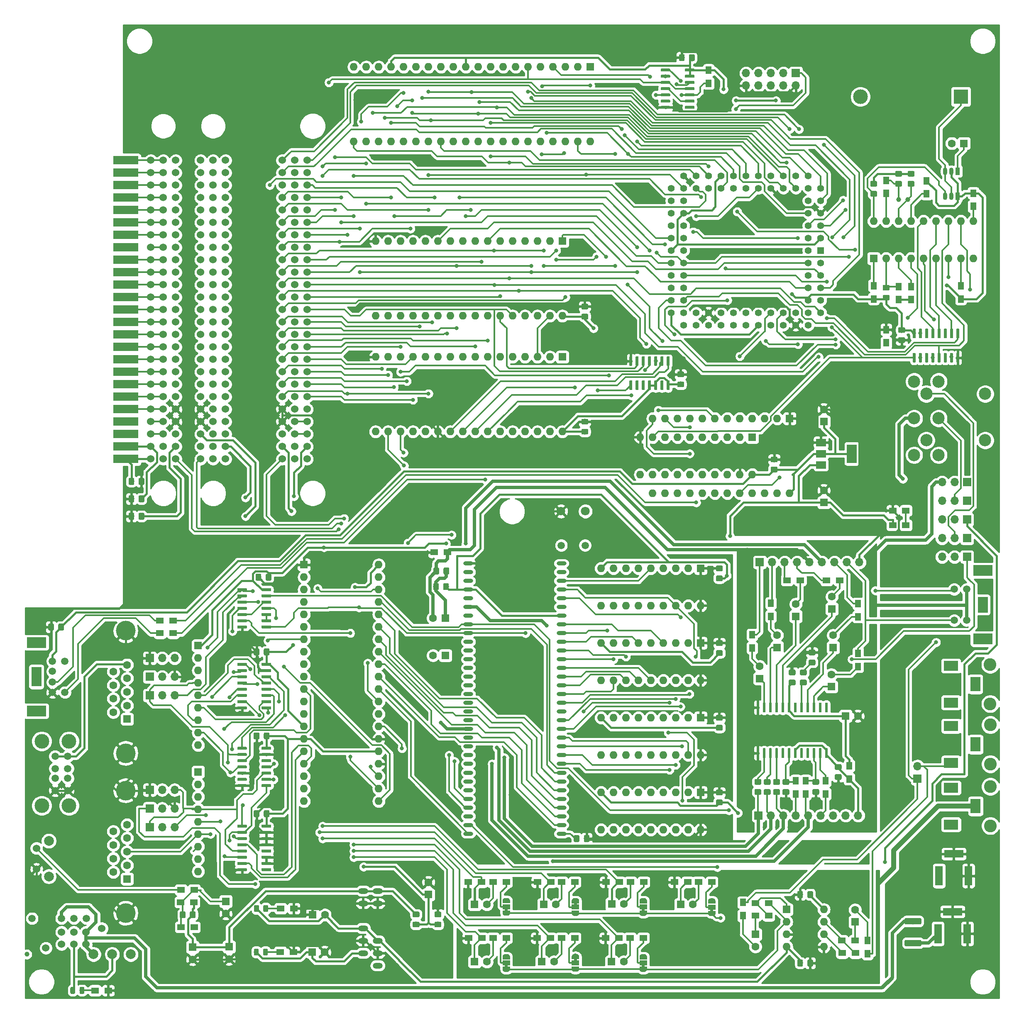
<source format=gbr>
G04 #@! TF.GenerationSoftware,KiCad,Pcbnew,(5.1.4)-1*
G04 #@! TF.CreationDate,2020-04-04T11:31:21+09:00*
G04 #@! TF.ProjectId,RetroConT,52657472-6f43-46f6-9e54-2e6b69636164,rev?*
G04 #@! TF.SameCoordinates,Original*
G04 #@! TF.FileFunction,Copper,L1,Top*
G04 #@! TF.FilePolarity,Positive*
%FSLAX46Y46*%
G04 Gerber Fmt 4.6, Leading zero omitted, Abs format (unit mm)*
G04 Created by KiCad (PCBNEW (5.1.4)-1) date 2020-04-04 11:31:21*
%MOMM*%
%LPD*%
G04 APERTURE LIST*
%ADD10C,0.100000*%
%ADD11C,1.800000*%
%ADD12O,2.000000X1.200000*%
%ADD13R,4.000000X2.169160*%
%ADD14R,2.000000X4.000000*%
%ADD15C,1.500000*%
%ADD16R,3.000000X3.000000*%
%ADD17C,3.000000*%
%ADD18C,1.524000*%
%ADD19C,1.150000*%
%ADD20O,2.000000X0.800000*%
%ADD21O,1.600000X1.600000*%
%ADD22R,1.600000X1.600000*%
%ADD23C,1.600000*%
%ADD24C,4.000000*%
%ADD25R,1.998980X3.200400*%
%ADD26C,0.600000*%
%ADD27C,1.422400*%
%ADD28R,1.422400X1.422400*%
%ADD29O,1.700000X1.700000*%
%ADD30R,1.700000X1.700000*%
%ADD31R,2.000000X1.500000*%
%ADD32R,2.000000X3.800000*%
%ADD33C,1.000000*%
%ADD34C,2.000000*%
%ADD35R,5.080000X1.778000*%
%ADD36C,1.300000*%
%ADD37C,0.550000*%
%ADD38R,1.524000X4.000000*%
%ADD39R,4.000000X1.524000*%
%ADD40C,2.500000*%
%ADD41C,0.500000*%
%ADD42R,1.500000X1.000000*%
%ADD43C,0.975000*%
%ADD44R,0.900000X1.500000*%
%ADD45O,0.900000X1.500000*%
%ADD46R,1.300000X1.500000*%
%ADD47R,1.500000X1.300000*%
%ADD48C,2.600000*%
%ADD49R,3.000000X2.000000*%
%ADD50R,2.000000X3.000000*%
%ADD51C,0.800000*%
%ADD52C,0.400000*%
%ADD53C,0.300000*%
%ADD54C,0.700000*%
%ADD55C,1.000000*%
%ADD56C,0.254000*%
G04 APERTURE END LIST*
D10*
G36*
X151465000Y-206640000D02*
G01*
X151465000Y-206140000D01*
X152065000Y-206140000D01*
X152065000Y-206640000D01*
X151465000Y-206640000D01*
G37*
G36*
X151465000Y-218070000D02*
G01*
X151465000Y-217570000D01*
X152065000Y-217570000D01*
X152065000Y-218070000D01*
X151465000Y-218070000D01*
G37*
G36*
X123525000Y-218070000D02*
G01*
X123525000Y-217570000D01*
X124125000Y-217570000D01*
X124125000Y-218070000D01*
X123525000Y-218070000D01*
G37*
G36*
X123525000Y-206610000D02*
G01*
X123525000Y-206110000D01*
X124125000Y-206110000D01*
X124125000Y-206610000D01*
X123525000Y-206610000D01*
G37*
G36*
X165435000Y-206670000D02*
G01*
X165435000Y-206170000D01*
X166035000Y-206170000D01*
X166035000Y-206670000D01*
X165435000Y-206670000D01*
G37*
G36*
X138222000Y-204840000D02*
G01*
X138222000Y-205340000D01*
X137622000Y-205340000D01*
X137622000Y-204840000D01*
X138222000Y-204840000D01*
G37*
G36*
X138222000Y-216240000D02*
G01*
X138222000Y-216740000D01*
X137622000Y-216740000D01*
X137622000Y-216240000D01*
X138222000Y-216240000D01*
G37*
D11*
X139954000Y-124968000D03*
X134954000Y-124968000D03*
D12*
X97586800Y-217703400D03*
X97586800Y-215163400D03*
X97586800Y-212623400D03*
X97586800Y-205003400D03*
X97586800Y-202463400D03*
D13*
X27972000Y-151765000D03*
X27972000Y-165735000D03*
D14*
X27972000Y-158750000D03*
D15*
X31242000Y-161925000D03*
X31242000Y-155575000D03*
X33782000Y-155575000D03*
X33782000Y-161925000D03*
X31242000Y-159850000D03*
X31242000Y-157650000D03*
D16*
X216535000Y-40355000D03*
D17*
X196045000Y-40355000D03*
D18*
X41300000Y-210110000D03*
X29900000Y-214110000D03*
X33100000Y-210860000D03*
X35600000Y-210860000D03*
X38100000Y-210860000D03*
X33100000Y-213360000D03*
X35600000Y-213360000D03*
X38100000Y-213360000D03*
D10*
G36*
X178934905Y-115877804D02*
G01*
X178959173Y-115881404D01*
X178982972Y-115887365D01*
X179006071Y-115895630D01*
X179028250Y-115906120D01*
X179049293Y-115918732D01*
X179068999Y-115933347D01*
X179087177Y-115949823D01*
X179103653Y-115968001D01*
X179118268Y-115987707D01*
X179130880Y-116008750D01*
X179141370Y-116030929D01*
X179149635Y-116054028D01*
X179155596Y-116077827D01*
X179159196Y-116102095D01*
X179160400Y-116126599D01*
X179160400Y-116776601D01*
X179159196Y-116801105D01*
X179155596Y-116825373D01*
X179149635Y-116849172D01*
X179141370Y-116872271D01*
X179130880Y-116894450D01*
X179118268Y-116915493D01*
X179103653Y-116935199D01*
X179087177Y-116953377D01*
X179068999Y-116969853D01*
X179049293Y-116984468D01*
X179028250Y-116997080D01*
X179006071Y-117007570D01*
X178982972Y-117015835D01*
X178959173Y-117021796D01*
X178934905Y-117025396D01*
X178910401Y-117026600D01*
X178010399Y-117026600D01*
X177985895Y-117025396D01*
X177961627Y-117021796D01*
X177937828Y-117015835D01*
X177914729Y-117007570D01*
X177892550Y-116997080D01*
X177871507Y-116984468D01*
X177851801Y-116969853D01*
X177833623Y-116953377D01*
X177817147Y-116935199D01*
X177802532Y-116915493D01*
X177789920Y-116894450D01*
X177779430Y-116872271D01*
X177771165Y-116849172D01*
X177765204Y-116825373D01*
X177761604Y-116801105D01*
X177760400Y-116776601D01*
X177760400Y-116126599D01*
X177761604Y-116102095D01*
X177765204Y-116077827D01*
X177771165Y-116054028D01*
X177779430Y-116030929D01*
X177789920Y-116008750D01*
X177802532Y-115987707D01*
X177817147Y-115968001D01*
X177833623Y-115949823D01*
X177851801Y-115933347D01*
X177871507Y-115918732D01*
X177892550Y-115906120D01*
X177914729Y-115895630D01*
X177937828Y-115887365D01*
X177961627Y-115881404D01*
X177985895Y-115877804D01*
X178010399Y-115876600D01*
X178910401Y-115876600D01*
X178934905Y-115877804D01*
X178934905Y-115877804D01*
G37*
D19*
X178460400Y-116451600D03*
D10*
G36*
X178934905Y-113827804D02*
G01*
X178959173Y-113831404D01*
X178982972Y-113837365D01*
X179006071Y-113845630D01*
X179028250Y-113856120D01*
X179049293Y-113868732D01*
X179068999Y-113883347D01*
X179087177Y-113899823D01*
X179103653Y-113918001D01*
X179118268Y-113937707D01*
X179130880Y-113958750D01*
X179141370Y-113980929D01*
X179149635Y-114004028D01*
X179155596Y-114027827D01*
X179159196Y-114052095D01*
X179160400Y-114076599D01*
X179160400Y-114726601D01*
X179159196Y-114751105D01*
X179155596Y-114775373D01*
X179149635Y-114799172D01*
X179141370Y-114822271D01*
X179130880Y-114844450D01*
X179118268Y-114865493D01*
X179103653Y-114885199D01*
X179087177Y-114903377D01*
X179068999Y-114919853D01*
X179049293Y-114934468D01*
X179028250Y-114947080D01*
X179006071Y-114957570D01*
X178982972Y-114965835D01*
X178959173Y-114971796D01*
X178934905Y-114975396D01*
X178910401Y-114976600D01*
X178010399Y-114976600D01*
X177985895Y-114975396D01*
X177961627Y-114971796D01*
X177937828Y-114965835D01*
X177914729Y-114957570D01*
X177892550Y-114947080D01*
X177871507Y-114934468D01*
X177851801Y-114919853D01*
X177833623Y-114903377D01*
X177817147Y-114885199D01*
X177802532Y-114865493D01*
X177789920Y-114844450D01*
X177779430Y-114822271D01*
X177771165Y-114799172D01*
X177765204Y-114775373D01*
X177761604Y-114751105D01*
X177760400Y-114726601D01*
X177760400Y-114076599D01*
X177761604Y-114052095D01*
X177765204Y-114027827D01*
X177771165Y-114004028D01*
X177779430Y-113980929D01*
X177789920Y-113958750D01*
X177802532Y-113937707D01*
X177817147Y-113918001D01*
X177833623Y-113899823D01*
X177851801Y-113883347D01*
X177871507Y-113868732D01*
X177892550Y-113856120D01*
X177914729Y-113845630D01*
X177937828Y-113837365D01*
X177961627Y-113831404D01*
X177985895Y-113827804D01*
X178010399Y-113826600D01*
X178910401Y-113826600D01*
X178934905Y-113827804D01*
X178934905Y-113827804D01*
G37*
D19*
X178460400Y-114401600D03*
D20*
X135065000Y-135600000D03*
X116065000Y-135600000D03*
X135065000Y-137380000D03*
X116065000Y-137380000D03*
X135065000Y-139160000D03*
X116065000Y-139160000D03*
X135065000Y-140940000D03*
X116065000Y-140940000D03*
X135065000Y-142720000D03*
X116065000Y-142720000D03*
X135065000Y-144500000D03*
X116065000Y-144500000D03*
X135065000Y-146280000D03*
X116065000Y-146280000D03*
X135065000Y-148060000D03*
X116065000Y-148060000D03*
X135065000Y-149840000D03*
X116065000Y-149840000D03*
X135065000Y-151620000D03*
X116065000Y-151620000D03*
X135065000Y-153400000D03*
X116065000Y-153400000D03*
X135065000Y-155180000D03*
X116065000Y-155180000D03*
X135065000Y-156960000D03*
X116065000Y-156960000D03*
X135065000Y-158740000D03*
X116065000Y-158740000D03*
X135065000Y-160520000D03*
X116065000Y-160520000D03*
X135065000Y-162300000D03*
X116065000Y-162300000D03*
X135065000Y-164080000D03*
X116065000Y-164080000D03*
X135065000Y-165860000D03*
X116065000Y-165860000D03*
X135065000Y-167640000D03*
X116065000Y-167640000D03*
X135065000Y-169420000D03*
X116065000Y-169420000D03*
X135065000Y-171200000D03*
X116065000Y-171200000D03*
X135065000Y-172980000D03*
X116065000Y-172980000D03*
X135065000Y-174760000D03*
X116065000Y-174760000D03*
X135065000Y-176540000D03*
X116065000Y-176540000D03*
X135065000Y-178320000D03*
X116065000Y-178320000D03*
X135065000Y-180100000D03*
X116065000Y-180100000D03*
X135065000Y-181880000D03*
X116065000Y-181880000D03*
X135065000Y-183660000D03*
X116065000Y-183660000D03*
X135065000Y-185440000D03*
X116065000Y-185440000D03*
X135065000Y-187220000D03*
X116065000Y-187220000D03*
X135065000Y-189000000D03*
X116065000Y-189000000D03*
X135065000Y-190780000D03*
X116065000Y-190780000D03*
D21*
X97790000Y-135890000D03*
X82550000Y-184150000D03*
X97790000Y-138430000D03*
X82550000Y-181610000D03*
X97790000Y-140970000D03*
X82550000Y-179070000D03*
X97790000Y-143510000D03*
X82550000Y-176530000D03*
X97790000Y-146050000D03*
X82550000Y-173990000D03*
X97790000Y-148590000D03*
X82550000Y-171450000D03*
X97790000Y-151130000D03*
X82550000Y-168910000D03*
X97790000Y-153670000D03*
X82550000Y-166370000D03*
X97790000Y-156210000D03*
X82550000Y-163830000D03*
X97790000Y-158750000D03*
X82550000Y-161290000D03*
X97790000Y-161290000D03*
X82550000Y-158750000D03*
X97790000Y-163830000D03*
X82550000Y-156210000D03*
X97790000Y-166370000D03*
X82550000Y-153670000D03*
X97790000Y-168910000D03*
X82550000Y-151130000D03*
X97790000Y-171450000D03*
X82550000Y-148590000D03*
X97790000Y-173990000D03*
X82550000Y-146050000D03*
X97790000Y-176530000D03*
X82550000Y-143510000D03*
X97790000Y-179070000D03*
X82550000Y-140970000D03*
X97790000Y-181610000D03*
X82550000Y-138430000D03*
X97790000Y-184150000D03*
D22*
X82550000Y-135890000D03*
X46482000Y-200000000D03*
D23*
X46482000Y-197230000D03*
X46482000Y-194460000D03*
X46482000Y-191690000D03*
X46482000Y-188920000D03*
X43642000Y-198615000D03*
X43642000Y-195845000D03*
X43642000Y-193075000D03*
X43642000Y-190305000D03*
D24*
X46182000Y-206960000D03*
X46182000Y-181960000D03*
D10*
G36*
X58150905Y-206616004D02*
G01*
X58175173Y-206619604D01*
X58198972Y-206625565D01*
X58222071Y-206633830D01*
X58244250Y-206644320D01*
X58265293Y-206656932D01*
X58284999Y-206671547D01*
X58303177Y-206688023D01*
X58319653Y-206706201D01*
X58334268Y-206725907D01*
X58346880Y-206746950D01*
X58357370Y-206769129D01*
X58365635Y-206792228D01*
X58371596Y-206816027D01*
X58375196Y-206840295D01*
X58376400Y-206864799D01*
X58376400Y-207764801D01*
X58375196Y-207789305D01*
X58371596Y-207813573D01*
X58365635Y-207837372D01*
X58357370Y-207860471D01*
X58346880Y-207882650D01*
X58334268Y-207903693D01*
X58319653Y-207923399D01*
X58303177Y-207941577D01*
X58284999Y-207958053D01*
X58265293Y-207972668D01*
X58244250Y-207985280D01*
X58222071Y-207995770D01*
X58198972Y-208004035D01*
X58175173Y-208009996D01*
X58150905Y-208013596D01*
X58126401Y-208014800D01*
X57476399Y-208014800D01*
X57451895Y-208013596D01*
X57427627Y-208009996D01*
X57403828Y-208004035D01*
X57380729Y-207995770D01*
X57358550Y-207985280D01*
X57337507Y-207972668D01*
X57317801Y-207958053D01*
X57299623Y-207941577D01*
X57283147Y-207923399D01*
X57268532Y-207903693D01*
X57255920Y-207882650D01*
X57245430Y-207860471D01*
X57237165Y-207837372D01*
X57231204Y-207813573D01*
X57227604Y-207789305D01*
X57226400Y-207764801D01*
X57226400Y-206864799D01*
X57227604Y-206840295D01*
X57231204Y-206816027D01*
X57237165Y-206792228D01*
X57245430Y-206769129D01*
X57255920Y-206746950D01*
X57268532Y-206725907D01*
X57283147Y-206706201D01*
X57299623Y-206688023D01*
X57317801Y-206671547D01*
X57337507Y-206656932D01*
X57358550Y-206644320D01*
X57380729Y-206633830D01*
X57403828Y-206625565D01*
X57427627Y-206619604D01*
X57451895Y-206616004D01*
X57476399Y-206614800D01*
X58126401Y-206614800D01*
X58150905Y-206616004D01*
X58150905Y-206616004D01*
G37*
D19*
X57801400Y-207314800D03*
D10*
G36*
X60200905Y-206616004D02*
G01*
X60225173Y-206619604D01*
X60248972Y-206625565D01*
X60272071Y-206633830D01*
X60294250Y-206644320D01*
X60315293Y-206656932D01*
X60334999Y-206671547D01*
X60353177Y-206688023D01*
X60369653Y-206706201D01*
X60384268Y-206725907D01*
X60396880Y-206746950D01*
X60407370Y-206769129D01*
X60415635Y-206792228D01*
X60421596Y-206816027D01*
X60425196Y-206840295D01*
X60426400Y-206864799D01*
X60426400Y-207764801D01*
X60425196Y-207789305D01*
X60421596Y-207813573D01*
X60415635Y-207837372D01*
X60407370Y-207860471D01*
X60396880Y-207882650D01*
X60384268Y-207903693D01*
X60369653Y-207923399D01*
X60353177Y-207941577D01*
X60334999Y-207958053D01*
X60315293Y-207972668D01*
X60294250Y-207985280D01*
X60272071Y-207995770D01*
X60248972Y-208004035D01*
X60225173Y-208009996D01*
X60200905Y-208013596D01*
X60176401Y-208014800D01*
X59526399Y-208014800D01*
X59501895Y-208013596D01*
X59477627Y-208009996D01*
X59453828Y-208004035D01*
X59430729Y-207995770D01*
X59408550Y-207985280D01*
X59387507Y-207972668D01*
X59367801Y-207958053D01*
X59349623Y-207941577D01*
X59333147Y-207923399D01*
X59318532Y-207903693D01*
X59305920Y-207882650D01*
X59295430Y-207860471D01*
X59287165Y-207837372D01*
X59281204Y-207813573D01*
X59277604Y-207789305D01*
X59276400Y-207764801D01*
X59276400Y-206864799D01*
X59277604Y-206840295D01*
X59281204Y-206816027D01*
X59287165Y-206792228D01*
X59295430Y-206769129D01*
X59305920Y-206746950D01*
X59318532Y-206725907D01*
X59333147Y-206706201D01*
X59349623Y-206688023D01*
X59367801Y-206671547D01*
X59387507Y-206656932D01*
X59408550Y-206644320D01*
X59430729Y-206633830D01*
X59453828Y-206625565D01*
X59477627Y-206619604D01*
X59501895Y-206616004D01*
X59526399Y-206614800D01*
X60176401Y-206614800D01*
X60200905Y-206616004D01*
X60200905Y-206616004D01*
G37*
D19*
X59851400Y-207314800D03*
D10*
G36*
X201769505Y-80811204D02*
G01*
X201793773Y-80814804D01*
X201817572Y-80820765D01*
X201840671Y-80829030D01*
X201862850Y-80839520D01*
X201883893Y-80852132D01*
X201903599Y-80866747D01*
X201921777Y-80883223D01*
X201938253Y-80901401D01*
X201952868Y-80921107D01*
X201965480Y-80942150D01*
X201975970Y-80964329D01*
X201984235Y-80987428D01*
X201990196Y-81011227D01*
X201993796Y-81035495D01*
X201995000Y-81059999D01*
X201995000Y-81710001D01*
X201993796Y-81734505D01*
X201990196Y-81758773D01*
X201984235Y-81782572D01*
X201975970Y-81805671D01*
X201965480Y-81827850D01*
X201952868Y-81848893D01*
X201938253Y-81868599D01*
X201921777Y-81886777D01*
X201903599Y-81903253D01*
X201883893Y-81917868D01*
X201862850Y-81930480D01*
X201840671Y-81940970D01*
X201817572Y-81949235D01*
X201793773Y-81955196D01*
X201769505Y-81958796D01*
X201745001Y-81960000D01*
X200844999Y-81960000D01*
X200820495Y-81958796D01*
X200796227Y-81955196D01*
X200772428Y-81949235D01*
X200749329Y-81940970D01*
X200727150Y-81930480D01*
X200706107Y-81917868D01*
X200686401Y-81903253D01*
X200668223Y-81886777D01*
X200651747Y-81868599D01*
X200637132Y-81848893D01*
X200624520Y-81827850D01*
X200614030Y-81805671D01*
X200605765Y-81782572D01*
X200599804Y-81758773D01*
X200596204Y-81734505D01*
X200595000Y-81710001D01*
X200595000Y-81059999D01*
X200596204Y-81035495D01*
X200599804Y-81011227D01*
X200605765Y-80987428D01*
X200614030Y-80964329D01*
X200624520Y-80942150D01*
X200637132Y-80921107D01*
X200651747Y-80901401D01*
X200668223Y-80883223D01*
X200686401Y-80866747D01*
X200706107Y-80852132D01*
X200727150Y-80839520D01*
X200749329Y-80829030D01*
X200772428Y-80820765D01*
X200796227Y-80814804D01*
X200820495Y-80811204D01*
X200844999Y-80810000D01*
X201745001Y-80810000D01*
X201769505Y-80811204D01*
X201769505Y-80811204D01*
G37*
D19*
X201295000Y-81385000D03*
D10*
G36*
X201769505Y-78761204D02*
G01*
X201793773Y-78764804D01*
X201817572Y-78770765D01*
X201840671Y-78779030D01*
X201862850Y-78789520D01*
X201883893Y-78802132D01*
X201903599Y-78816747D01*
X201921777Y-78833223D01*
X201938253Y-78851401D01*
X201952868Y-78871107D01*
X201965480Y-78892150D01*
X201975970Y-78914329D01*
X201984235Y-78937428D01*
X201990196Y-78961227D01*
X201993796Y-78985495D01*
X201995000Y-79009999D01*
X201995000Y-79660001D01*
X201993796Y-79684505D01*
X201990196Y-79708773D01*
X201984235Y-79732572D01*
X201975970Y-79755671D01*
X201965480Y-79777850D01*
X201952868Y-79798893D01*
X201938253Y-79818599D01*
X201921777Y-79836777D01*
X201903599Y-79853253D01*
X201883893Y-79867868D01*
X201862850Y-79880480D01*
X201840671Y-79890970D01*
X201817572Y-79899235D01*
X201793773Y-79905196D01*
X201769505Y-79908796D01*
X201745001Y-79910000D01*
X200844999Y-79910000D01*
X200820495Y-79908796D01*
X200796227Y-79905196D01*
X200772428Y-79899235D01*
X200749329Y-79890970D01*
X200727150Y-79880480D01*
X200706107Y-79867868D01*
X200686401Y-79853253D01*
X200668223Y-79836777D01*
X200651747Y-79818599D01*
X200637132Y-79798893D01*
X200624520Y-79777850D01*
X200614030Y-79755671D01*
X200605765Y-79732572D01*
X200599804Y-79708773D01*
X200596204Y-79684505D01*
X200595000Y-79660001D01*
X200595000Y-79009999D01*
X200596204Y-78985495D01*
X200599804Y-78961227D01*
X200605765Y-78937428D01*
X200614030Y-78914329D01*
X200624520Y-78892150D01*
X200637132Y-78871107D01*
X200651747Y-78851401D01*
X200668223Y-78833223D01*
X200686401Y-78816747D01*
X200706107Y-78802132D01*
X200727150Y-78789520D01*
X200749329Y-78779030D01*
X200772428Y-78770765D01*
X200796227Y-78764804D01*
X200820495Y-78761204D01*
X200844999Y-78760000D01*
X201745001Y-78760000D01*
X201769505Y-78761204D01*
X201769505Y-78761204D01*
G37*
D19*
X201295000Y-79335000D03*
D13*
X221000000Y-151035000D03*
X221000000Y-137065000D03*
D25*
X221000000Y-144050000D03*
D15*
X217730000Y-140875000D03*
X217730000Y-147225000D03*
X215190000Y-147225000D03*
X215190000Y-140875000D03*
D10*
G36*
X47702505Y-121729204D02*
G01*
X47726773Y-121732804D01*
X47750572Y-121738765D01*
X47773671Y-121747030D01*
X47795850Y-121757520D01*
X47816893Y-121770132D01*
X47836599Y-121784747D01*
X47854777Y-121801223D01*
X47871253Y-121819401D01*
X47885868Y-121839107D01*
X47898480Y-121860150D01*
X47908970Y-121882329D01*
X47917235Y-121905428D01*
X47923196Y-121929227D01*
X47926796Y-121953495D01*
X47928000Y-121977999D01*
X47928000Y-122878001D01*
X47926796Y-122902505D01*
X47923196Y-122926773D01*
X47917235Y-122950572D01*
X47908970Y-122973671D01*
X47898480Y-122995850D01*
X47885868Y-123016893D01*
X47871253Y-123036599D01*
X47854777Y-123054777D01*
X47836599Y-123071253D01*
X47816893Y-123085868D01*
X47795850Y-123098480D01*
X47773671Y-123108970D01*
X47750572Y-123117235D01*
X47726773Y-123123196D01*
X47702505Y-123126796D01*
X47678001Y-123128000D01*
X47027999Y-123128000D01*
X47003495Y-123126796D01*
X46979227Y-123123196D01*
X46955428Y-123117235D01*
X46932329Y-123108970D01*
X46910150Y-123098480D01*
X46889107Y-123085868D01*
X46869401Y-123071253D01*
X46851223Y-123054777D01*
X46834747Y-123036599D01*
X46820132Y-123016893D01*
X46807520Y-122995850D01*
X46797030Y-122973671D01*
X46788765Y-122950572D01*
X46782804Y-122926773D01*
X46779204Y-122902505D01*
X46778000Y-122878001D01*
X46778000Y-121977999D01*
X46779204Y-121953495D01*
X46782804Y-121929227D01*
X46788765Y-121905428D01*
X46797030Y-121882329D01*
X46807520Y-121860150D01*
X46820132Y-121839107D01*
X46834747Y-121819401D01*
X46851223Y-121801223D01*
X46869401Y-121784747D01*
X46889107Y-121770132D01*
X46910150Y-121757520D01*
X46932329Y-121747030D01*
X46955428Y-121738765D01*
X46979227Y-121732804D01*
X47003495Y-121729204D01*
X47027999Y-121728000D01*
X47678001Y-121728000D01*
X47702505Y-121729204D01*
X47702505Y-121729204D01*
G37*
D19*
X47353000Y-122428000D03*
D10*
G36*
X49752505Y-121729204D02*
G01*
X49776773Y-121732804D01*
X49800572Y-121738765D01*
X49823671Y-121747030D01*
X49845850Y-121757520D01*
X49866893Y-121770132D01*
X49886599Y-121784747D01*
X49904777Y-121801223D01*
X49921253Y-121819401D01*
X49935868Y-121839107D01*
X49948480Y-121860150D01*
X49958970Y-121882329D01*
X49967235Y-121905428D01*
X49973196Y-121929227D01*
X49976796Y-121953495D01*
X49978000Y-121977999D01*
X49978000Y-122878001D01*
X49976796Y-122902505D01*
X49973196Y-122926773D01*
X49967235Y-122950572D01*
X49958970Y-122973671D01*
X49948480Y-122995850D01*
X49935868Y-123016893D01*
X49921253Y-123036599D01*
X49904777Y-123054777D01*
X49886599Y-123071253D01*
X49866893Y-123085868D01*
X49845850Y-123098480D01*
X49823671Y-123108970D01*
X49800572Y-123117235D01*
X49776773Y-123123196D01*
X49752505Y-123126796D01*
X49728001Y-123128000D01*
X49077999Y-123128000D01*
X49053495Y-123126796D01*
X49029227Y-123123196D01*
X49005428Y-123117235D01*
X48982329Y-123108970D01*
X48960150Y-123098480D01*
X48939107Y-123085868D01*
X48919401Y-123071253D01*
X48901223Y-123054777D01*
X48884747Y-123036599D01*
X48870132Y-123016893D01*
X48857520Y-122995850D01*
X48847030Y-122973671D01*
X48838765Y-122950572D01*
X48832804Y-122926773D01*
X48829204Y-122902505D01*
X48828000Y-122878001D01*
X48828000Y-121977999D01*
X48829204Y-121953495D01*
X48832804Y-121929227D01*
X48838765Y-121905428D01*
X48847030Y-121882329D01*
X48857520Y-121860150D01*
X48870132Y-121839107D01*
X48884747Y-121819401D01*
X48901223Y-121801223D01*
X48919401Y-121784747D01*
X48939107Y-121770132D01*
X48960150Y-121757520D01*
X48982329Y-121747030D01*
X49005428Y-121738765D01*
X49029227Y-121732804D01*
X49053495Y-121729204D01*
X49077999Y-121728000D01*
X49728001Y-121728000D01*
X49752505Y-121729204D01*
X49752505Y-121729204D01*
G37*
D19*
X49403000Y-122428000D03*
D10*
G36*
X47702505Y-118173204D02*
G01*
X47726773Y-118176804D01*
X47750572Y-118182765D01*
X47773671Y-118191030D01*
X47795850Y-118201520D01*
X47816893Y-118214132D01*
X47836599Y-118228747D01*
X47854777Y-118245223D01*
X47871253Y-118263401D01*
X47885868Y-118283107D01*
X47898480Y-118304150D01*
X47908970Y-118326329D01*
X47917235Y-118349428D01*
X47923196Y-118373227D01*
X47926796Y-118397495D01*
X47928000Y-118421999D01*
X47928000Y-119322001D01*
X47926796Y-119346505D01*
X47923196Y-119370773D01*
X47917235Y-119394572D01*
X47908970Y-119417671D01*
X47898480Y-119439850D01*
X47885868Y-119460893D01*
X47871253Y-119480599D01*
X47854777Y-119498777D01*
X47836599Y-119515253D01*
X47816893Y-119529868D01*
X47795850Y-119542480D01*
X47773671Y-119552970D01*
X47750572Y-119561235D01*
X47726773Y-119567196D01*
X47702505Y-119570796D01*
X47678001Y-119572000D01*
X47027999Y-119572000D01*
X47003495Y-119570796D01*
X46979227Y-119567196D01*
X46955428Y-119561235D01*
X46932329Y-119552970D01*
X46910150Y-119542480D01*
X46889107Y-119529868D01*
X46869401Y-119515253D01*
X46851223Y-119498777D01*
X46834747Y-119480599D01*
X46820132Y-119460893D01*
X46807520Y-119439850D01*
X46797030Y-119417671D01*
X46788765Y-119394572D01*
X46782804Y-119370773D01*
X46779204Y-119346505D01*
X46778000Y-119322001D01*
X46778000Y-118421999D01*
X46779204Y-118397495D01*
X46782804Y-118373227D01*
X46788765Y-118349428D01*
X46797030Y-118326329D01*
X46807520Y-118304150D01*
X46820132Y-118283107D01*
X46834747Y-118263401D01*
X46851223Y-118245223D01*
X46869401Y-118228747D01*
X46889107Y-118214132D01*
X46910150Y-118201520D01*
X46932329Y-118191030D01*
X46955428Y-118182765D01*
X46979227Y-118176804D01*
X47003495Y-118173204D01*
X47027999Y-118172000D01*
X47678001Y-118172000D01*
X47702505Y-118173204D01*
X47702505Y-118173204D01*
G37*
D19*
X47353000Y-118872000D03*
D10*
G36*
X49752505Y-118173204D02*
G01*
X49776773Y-118176804D01*
X49800572Y-118182765D01*
X49823671Y-118191030D01*
X49845850Y-118201520D01*
X49866893Y-118214132D01*
X49886599Y-118228747D01*
X49904777Y-118245223D01*
X49921253Y-118263401D01*
X49935868Y-118283107D01*
X49948480Y-118304150D01*
X49958970Y-118326329D01*
X49967235Y-118349428D01*
X49973196Y-118373227D01*
X49976796Y-118397495D01*
X49978000Y-118421999D01*
X49978000Y-119322001D01*
X49976796Y-119346505D01*
X49973196Y-119370773D01*
X49967235Y-119394572D01*
X49958970Y-119417671D01*
X49948480Y-119439850D01*
X49935868Y-119460893D01*
X49921253Y-119480599D01*
X49904777Y-119498777D01*
X49886599Y-119515253D01*
X49866893Y-119529868D01*
X49845850Y-119542480D01*
X49823671Y-119552970D01*
X49800572Y-119561235D01*
X49776773Y-119567196D01*
X49752505Y-119570796D01*
X49728001Y-119572000D01*
X49077999Y-119572000D01*
X49053495Y-119570796D01*
X49029227Y-119567196D01*
X49005428Y-119561235D01*
X48982329Y-119552970D01*
X48960150Y-119542480D01*
X48939107Y-119529868D01*
X48919401Y-119515253D01*
X48901223Y-119498777D01*
X48884747Y-119480599D01*
X48870132Y-119460893D01*
X48857520Y-119439850D01*
X48847030Y-119417671D01*
X48838765Y-119394572D01*
X48832804Y-119370773D01*
X48829204Y-119346505D01*
X48828000Y-119322001D01*
X48828000Y-118421999D01*
X48829204Y-118397495D01*
X48832804Y-118373227D01*
X48838765Y-118349428D01*
X48847030Y-118326329D01*
X48857520Y-118304150D01*
X48870132Y-118283107D01*
X48884747Y-118263401D01*
X48901223Y-118245223D01*
X48919401Y-118228747D01*
X48939107Y-118214132D01*
X48960150Y-118201520D01*
X48982329Y-118191030D01*
X49005428Y-118182765D01*
X49029227Y-118176804D01*
X49053495Y-118173204D01*
X49077999Y-118172000D01*
X49728001Y-118172000D01*
X49752505Y-118173204D01*
X49752505Y-118173204D01*
G37*
D19*
X49403000Y-118872000D03*
D10*
G36*
X49752505Y-125285204D02*
G01*
X49776773Y-125288804D01*
X49800572Y-125294765D01*
X49823671Y-125303030D01*
X49845850Y-125313520D01*
X49866893Y-125326132D01*
X49886599Y-125340747D01*
X49904777Y-125357223D01*
X49921253Y-125375401D01*
X49935868Y-125395107D01*
X49948480Y-125416150D01*
X49958970Y-125438329D01*
X49967235Y-125461428D01*
X49973196Y-125485227D01*
X49976796Y-125509495D01*
X49978000Y-125533999D01*
X49978000Y-126434001D01*
X49976796Y-126458505D01*
X49973196Y-126482773D01*
X49967235Y-126506572D01*
X49958970Y-126529671D01*
X49948480Y-126551850D01*
X49935868Y-126572893D01*
X49921253Y-126592599D01*
X49904777Y-126610777D01*
X49886599Y-126627253D01*
X49866893Y-126641868D01*
X49845850Y-126654480D01*
X49823671Y-126664970D01*
X49800572Y-126673235D01*
X49776773Y-126679196D01*
X49752505Y-126682796D01*
X49728001Y-126684000D01*
X49077999Y-126684000D01*
X49053495Y-126682796D01*
X49029227Y-126679196D01*
X49005428Y-126673235D01*
X48982329Y-126664970D01*
X48960150Y-126654480D01*
X48939107Y-126641868D01*
X48919401Y-126627253D01*
X48901223Y-126610777D01*
X48884747Y-126592599D01*
X48870132Y-126572893D01*
X48857520Y-126551850D01*
X48847030Y-126529671D01*
X48838765Y-126506572D01*
X48832804Y-126482773D01*
X48829204Y-126458505D01*
X48828000Y-126434001D01*
X48828000Y-125533999D01*
X48829204Y-125509495D01*
X48832804Y-125485227D01*
X48838765Y-125461428D01*
X48847030Y-125438329D01*
X48857520Y-125416150D01*
X48870132Y-125395107D01*
X48884747Y-125375401D01*
X48901223Y-125357223D01*
X48919401Y-125340747D01*
X48939107Y-125326132D01*
X48960150Y-125313520D01*
X48982329Y-125303030D01*
X49005428Y-125294765D01*
X49029227Y-125288804D01*
X49053495Y-125285204D01*
X49077999Y-125284000D01*
X49728001Y-125284000D01*
X49752505Y-125285204D01*
X49752505Y-125285204D01*
G37*
D19*
X49403000Y-125984000D03*
D10*
G36*
X47702505Y-125285204D02*
G01*
X47726773Y-125288804D01*
X47750572Y-125294765D01*
X47773671Y-125303030D01*
X47795850Y-125313520D01*
X47816893Y-125326132D01*
X47836599Y-125340747D01*
X47854777Y-125357223D01*
X47871253Y-125375401D01*
X47885868Y-125395107D01*
X47898480Y-125416150D01*
X47908970Y-125438329D01*
X47917235Y-125461428D01*
X47923196Y-125485227D01*
X47926796Y-125509495D01*
X47928000Y-125533999D01*
X47928000Y-126434001D01*
X47926796Y-126458505D01*
X47923196Y-126482773D01*
X47917235Y-126506572D01*
X47908970Y-126529671D01*
X47898480Y-126551850D01*
X47885868Y-126572893D01*
X47871253Y-126592599D01*
X47854777Y-126610777D01*
X47836599Y-126627253D01*
X47816893Y-126641868D01*
X47795850Y-126654480D01*
X47773671Y-126664970D01*
X47750572Y-126673235D01*
X47726773Y-126679196D01*
X47702505Y-126682796D01*
X47678001Y-126684000D01*
X47027999Y-126684000D01*
X47003495Y-126682796D01*
X46979227Y-126679196D01*
X46955428Y-126673235D01*
X46932329Y-126664970D01*
X46910150Y-126654480D01*
X46889107Y-126641868D01*
X46869401Y-126627253D01*
X46851223Y-126610777D01*
X46834747Y-126592599D01*
X46820132Y-126572893D01*
X46807520Y-126551850D01*
X46797030Y-126529671D01*
X46788765Y-126506572D01*
X46782804Y-126482773D01*
X46779204Y-126458505D01*
X46778000Y-126434001D01*
X46778000Y-125533999D01*
X46779204Y-125509495D01*
X46782804Y-125485227D01*
X46788765Y-125461428D01*
X46797030Y-125438329D01*
X46807520Y-125416150D01*
X46820132Y-125395107D01*
X46834747Y-125375401D01*
X46851223Y-125357223D01*
X46869401Y-125340747D01*
X46889107Y-125326132D01*
X46910150Y-125313520D01*
X46932329Y-125303030D01*
X46955428Y-125294765D01*
X46979227Y-125288804D01*
X47003495Y-125285204D01*
X47027999Y-125284000D01*
X47678001Y-125284000D01*
X47702505Y-125285204D01*
X47702505Y-125285204D01*
G37*
D19*
X47353000Y-125984000D03*
D10*
G36*
X70754703Y-140670722D02*
G01*
X70769264Y-140672882D01*
X70783543Y-140676459D01*
X70797403Y-140681418D01*
X70810710Y-140687712D01*
X70823336Y-140695280D01*
X70835159Y-140704048D01*
X70846066Y-140713934D01*
X70855952Y-140724841D01*
X70864720Y-140736664D01*
X70872288Y-140749290D01*
X70878582Y-140762597D01*
X70883541Y-140776457D01*
X70887118Y-140790736D01*
X70889278Y-140805297D01*
X70890000Y-140820000D01*
X70890000Y-141120000D01*
X70889278Y-141134703D01*
X70887118Y-141149264D01*
X70883541Y-141163543D01*
X70878582Y-141177403D01*
X70872288Y-141190710D01*
X70864720Y-141203336D01*
X70855952Y-141215159D01*
X70846066Y-141226066D01*
X70835159Y-141235952D01*
X70823336Y-141244720D01*
X70810710Y-141252288D01*
X70797403Y-141258582D01*
X70783543Y-141263541D01*
X70769264Y-141267118D01*
X70754703Y-141269278D01*
X70740000Y-141270000D01*
X69090000Y-141270000D01*
X69075297Y-141269278D01*
X69060736Y-141267118D01*
X69046457Y-141263541D01*
X69032597Y-141258582D01*
X69019290Y-141252288D01*
X69006664Y-141244720D01*
X68994841Y-141235952D01*
X68983934Y-141226066D01*
X68974048Y-141215159D01*
X68965280Y-141203336D01*
X68957712Y-141190710D01*
X68951418Y-141177403D01*
X68946459Y-141163543D01*
X68942882Y-141149264D01*
X68940722Y-141134703D01*
X68940000Y-141120000D01*
X68940000Y-140820000D01*
X68940722Y-140805297D01*
X68942882Y-140790736D01*
X68946459Y-140776457D01*
X68951418Y-140762597D01*
X68957712Y-140749290D01*
X68965280Y-140736664D01*
X68974048Y-140724841D01*
X68983934Y-140713934D01*
X68994841Y-140704048D01*
X69006664Y-140695280D01*
X69019290Y-140687712D01*
X69032597Y-140681418D01*
X69046457Y-140676459D01*
X69060736Y-140672882D01*
X69075297Y-140670722D01*
X69090000Y-140670000D01*
X70740000Y-140670000D01*
X70754703Y-140670722D01*
X70754703Y-140670722D01*
G37*
D26*
X69915000Y-140970000D03*
D10*
G36*
X70754703Y-141940722D02*
G01*
X70769264Y-141942882D01*
X70783543Y-141946459D01*
X70797403Y-141951418D01*
X70810710Y-141957712D01*
X70823336Y-141965280D01*
X70835159Y-141974048D01*
X70846066Y-141983934D01*
X70855952Y-141994841D01*
X70864720Y-142006664D01*
X70872288Y-142019290D01*
X70878582Y-142032597D01*
X70883541Y-142046457D01*
X70887118Y-142060736D01*
X70889278Y-142075297D01*
X70890000Y-142090000D01*
X70890000Y-142390000D01*
X70889278Y-142404703D01*
X70887118Y-142419264D01*
X70883541Y-142433543D01*
X70878582Y-142447403D01*
X70872288Y-142460710D01*
X70864720Y-142473336D01*
X70855952Y-142485159D01*
X70846066Y-142496066D01*
X70835159Y-142505952D01*
X70823336Y-142514720D01*
X70810710Y-142522288D01*
X70797403Y-142528582D01*
X70783543Y-142533541D01*
X70769264Y-142537118D01*
X70754703Y-142539278D01*
X70740000Y-142540000D01*
X69090000Y-142540000D01*
X69075297Y-142539278D01*
X69060736Y-142537118D01*
X69046457Y-142533541D01*
X69032597Y-142528582D01*
X69019290Y-142522288D01*
X69006664Y-142514720D01*
X68994841Y-142505952D01*
X68983934Y-142496066D01*
X68974048Y-142485159D01*
X68965280Y-142473336D01*
X68957712Y-142460710D01*
X68951418Y-142447403D01*
X68946459Y-142433543D01*
X68942882Y-142419264D01*
X68940722Y-142404703D01*
X68940000Y-142390000D01*
X68940000Y-142090000D01*
X68940722Y-142075297D01*
X68942882Y-142060736D01*
X68946459Y-142046457D01*
X68951418Y-142032597D01*
X68957712Y-142019290D01*
X68965280Y-142006664D01*
X68974048Y-141994841D01*
X68983934Y-141983934D01*
X68994841Y-141974048D01*
X69006664Y-141965280D01*
X69019290Y-141957712D01*
X69032597Y-141951418D01*
X69046457Y-141946459D01*
X69060736Y-141942882D01*
X69075297Y-141940722D01*
X69090000Y-141940000D01*
X70740000Y-141940000D01*
X70754703Y-141940722D01*
X70754703Y-141940722D01*
G37*
D26*
X69915000Y-142240000D03*
D10*
G36*
X70754703Y-143210722D02*
G01*
X70769264Y-143212882D01*
X70783543Y-143216459D01*
X70797403Y-143221418D01*
X70810710Y-143227712D01*
X70823336Y-143235280D01*
X70835159Y-143244048D01*
X70846066Y-143253934D01*
X70855952Y-143264841D01*
X70864720Y-143276664D01*
X70872288Y-143289290D01*
X70878582Y-143302597D01*
X70883541Y-143316457D01*
X70887118Y-143330736D01*
X70889278Y-143345297D01*
X70890000Y-143360000D01*
X70890000Y-143660000D01*
X70889278Y-143674703D01*
X70887118Y-143689264D01*
X70883541Y-143703543D01*
X70878582Y-143717403D01*
X70872288Y-143730710D01*
X70864720Y-143743336D01*
X70855952Y-143755159D01*
X70846066Y-143766066D01*
X70835159Y-143775952D01*
X70823336Y-143784720D01*
X70810710Y-143792288D01*
X70797403Y-143798582D01*
X70783543Y-143803541D01*
X70769264Y-143807118D01*
X70754703Y-143809278D01*
X70740000Y-143810000D01*
X69090000Y-143810000D01*
X69075297Y-143809278D01*
X69060736Y-143807118D01*
X69046457Y-143803541D01*
X69032597Y-143798582D01*
X69019290Y-143792288D01*
X69006664Y-143784720D01*
X68994841Y-143775952D01*
X68983934Y-143766066D01*
X68974048Y-143755159D01*
X68965280Y-143743336D01*
X68957712Y-143730710D01*
X68951418Y-143717403D01*
X68946459Y-143703543D01*
X68942882Y-143689264D01*
X68940722Y-143674703D01*
X68940000Y-143660000D01*
X68940000Y-143360000D01*
X68940722Y-143345297D01*
X68942882Y-143330736D01*
X68946459Y-143316457D01*
X68951418Y-143302597D01*
X68957712Y-143289290D01*
X68965280Y-143276664D01*
X68974048Y-143264841D01*
X68983934Y-143253934D01*
X68994841Y-143244048D01*
X69006664Y-143235280D01*
X69019290Y-143227712D01*
X69032597Y-143221418D01*
X69046457Y-143216459D01*
X69060736Y-143212882D01*
X69075297Y-143210722D01*
X69090000Y-143210000D01*
X70740000Y-143210000D01*
X70754703Y-143210722D01*
X70754703Y-143210722D01*
G37*
D26*
X69915000Y-143510000D03*
D10*
G36*
X70754703Y-144480722D02*
G01*
X70769264Y-144482882D01*
X70783543Y-144486459D01*
X70797403Y-144491418D01*
X70810710Y-144497712D01*
X70823336Y-144505280D01*
X70835159Y-144514048D01*
X70846066Y-144523934D01*
X70855952Y-144534841D01*
X70864720Y-144546664D01*
X70872288Y-144559290D01*
X70878582Y-144572597D01*
X70883541Y-144586457D01*
X70887118Y-144600736D01*
X70889278Y-144615297D01*
X70890000Y-144630000D01*
X70890000Y-144930000D01*
X70889278Y-144944703D01*
X70887118Y-144959264D01*
X70883541Y-144973543D01*
X70878582Y-144987403D01*
X70872288Y-145000710D01*
X70864720Y-145013336D01*
X70855952Y-145025159D01*
X70846066Y-145036066D01*
X70835159Y-145045952D01*
X70823336Y-145054720D01*
X70810710Y-145062288D01*
X70797403Y-145068582D01*
X70783543Y-145073541D01*
X70769264Y-145077118D01*
X70754703Y-145079278D01*
X70740000Y-145080000D01*
X69090000Y-145080000D01*
X69075297Y-145079278D01*
X69060736Y-145077118D01*
X69046457Y-145073541D01*
X69032597Y-145068582D01*
X69019290Y-145062288D01*
X69006664Y-145054720D01*
X68994841Y-145045952D01*
X68983934Y-145036066D01*
X68974048Y-145025159D01*
X68965280Y-145013336D01*
X68957712Y-145000710D01*
X68951418Y-144987403D01*
X68946459Y-144973543D01*
X68942882Y-144959264D01*
X68940722Y-144944703D01*
X68940000Y-144930000D01*
X68940000Y-144630000D01*
X68940722Y-144615297D01*
X68942882Y-144600736D01*
X68946459Y-144586457D01*
X68951418Y-144572597D01*
X68957712Y-144559290D01*
X68965280Y-144546664D01*
X68974048Y-144534841D01*
X68983934Y-144523934D01*
X68994841Y-144514048D01*
X69006664Y-144505280D01*
X69019290Y-144497712D01*
X69032597Y-144491418D01*
X69046457Y-144486459D01*
X69060736Y-144482882D01*
X69075297Y-144480722D01*
X69090000Y-144480000D01*
X70740000Y-144480000D01*
X70754703Y-144480722D01*
X70754703Y-144480722D01*
G37*
D26*
X69915000Y-144780000D03*
D10*
G36*
X70754703Y-145750722D02*
G01*
X70769264Y-145752882D01*
X70783543Y-145756459D01*
X70797403Y-145761418D01*
X70810710Y-145767712D01*
X70823336Y-145775280D01*
X70835159Y-145784048D01*
X70846066Y-145793934D01*
X70855952Y-145804841D01*
X70864720Y-145816664D01*
X70872288Y-145829290D01*
X70878582Y-145842597D01*
X70883541Y-145856457D01*
X70887118Y-145870736D01*
X70889278Y-145885297D01*
X70890000Y-145900000D01*
X70890000Y-146200000D01*
X70889278Y-146214703D01*
X70887118Y-146229264D01*
X70883541Y-146243543D01*
X70878582Y-146257403D01*
X70872288Y-146270710D01*
X70864720Y-146283336D01*
X70855952Y-146295159D01*
X70846066Y-146306066D01*
X70835159Y-146315952D01*
X70823336Y-146324720D01*
X70810710Y-146332288D01*
X70797403Y-146338582D01*
X70783543Y-146343541D01*
X70769264Y-146347118D01*
X70754703Y-146349278D01*
X70740000Y-146350000D01*
X69090000Y-146350000D01*
X69075297Y-146349278D01*
X69060736Y-146347118D01*
X69046457Y-146343541D01*
X69032597Y-146338582D01*
X69019290Y-146332288D01*
X69006664Y-146324720D01*
X68994841Y-146315952D01*
X68983934Y-146306066D01*
X68974048Y-146295159D01*
X68965280Y-146283336D01*
X68957712Y-146270710D01*
X68951418Y-146257403D01*
X68946459Y-146243543D01*
X68942882Y-146229264D01*
X68940722Y-146214703D01*
X68940000Y-146200000D01*
X68940000Y-145900000D01*
X68940722Y-145885297D01*
X68942882Y-145870736D01*
X68946459Y-145856457D01*
X68951418Y-145842597D01*
X68957712Y-145829290D01*
X68965280Y-145816664D01*
X68974048Y-145804841D01*
X68983934Y-145793934D01*
X68994841Y-145784048D01*
X69006664Y-145775280D01*
X69019290Y-145767712D01*
X69032597Y-145761418D01*
X69046457Y-145756459D01*
X69060736Y-145752882D01*
X69075297Y-145750722D01*
X69090000Y-145750000D01*
X70740000Y-145750000D01*
X70754703Y-145750722D01*
X70754703Y-145750722D01*
G37*
D26*
X69915000Y-146050000D03*
D10*
G36*
X70754703Y-147020722D02*
G01*
X70769264Y-147022882D01*
X70783543Y-147026459D01*
X70797403Y-147031418D01*
X70810710Y-147037712D01*
X70823336Y-147045280D01*
X70835159Y-147054048D01*
X70846066Y-147063934D01*
X70855952Y-147074841D01*
X70864720Y-147086664D01*
X70872288Y-147099290D01*
X70878582Y-147112597D01*
X70883541Y-147126457D01*
X70887118Y-147140736D01*
X70889278Y-147155297D01*
X70890000Y-147170000D01*
X70890000Y-147470000D01*
X70889278Y-147484703D01*
X70887118Y-147499264D01*
X70883541Y-147513543D01*
X70878582Y-147527403D01*
X70872288Y-147540710D01*
X70864720Y-147553336D01*
X70855952Y-147565159D01*
X70846066Y-147576066D01*
X70835159Y-147585952D01*
X70823336Y-147594720D01*
X70810710Y-147602288D01*
X70797403Y-147608582D01*
X70783543Y-147613541D01*
X70769264Y-147617118D01*
X70754703Y-147619278D01*
X70740000Y-147620000D01*
X69090000Y-147620000D01*
X69075297Y-147619278D01*
X69060736Y-147617118D01*
X69046457Y-147613541D01*
X69032597Y-147608582D01*
X69019290Y-147602288D01*
X69006664Y-147594720D01*
X68994841Y-147585952D01*
X68983934Y-147576066D01*
X68974048Y-147565159D01*
X68965280Y-147553336D01*
X68957712Y-147540710D01*
X68951418Y-147527403D01*
X68946459Y-147513543D01*
X68942882Y-147499264D01*
X68940722Y-147484703D01*
X68940000Y-147470000D01*
X68940000Y-147170000D01*
X68940722Y-147155297D01*
X68942882Y-147140736D01*
X68946459Y-147126457D01*
X68951418Y-147112597D01*
X68957712Y-147099290D01*
X68965280Y-147086664D01*
X68974048Y-147074841D01*
X68983934Y-147063934D01*
X68994841Y-147054048D01*
X69006664Y-147045280D01*
X69019290Y-147037712D01*
X69032597Y-147031418D01*
X69046457Y-147026459D01*
X69060736Y-147022882D01*
X69075297Y-147020722D01*
X69090000Y-147020000D01*
X70740000Y-147020000D01*
X70754703Y-147020722D01*
X70754703Y-147020722D01*
G37*
D26*
X69915000Y-147320000D03*
D10*
G36*
X70754703Y-148290722D02*
G01*
X70769264Y-148292882D01*
X70783543Y-148296459D01*
X70797403Y-148301418D01*
X70810710Y-148307712D01*
X70823336Y-148315280D01*
X70835159Y-148324048D01*
X70846066Y-148333934D01*
X70855952Y-148344841D01*
X70864720Y-148356664D01*
X70872288Y-148369290D01*
X70878582Y-148382597D01*
X70883541Y-148396457D01*
X70887118Y-148410736D01*
X70889278Y-148425297D01*
X70890000Y-148440000D01*
X70890000Y-148740000D01*
X70889278Y-148754703D01*
X70887118Y-148769264D01*
X70883541Y-148783543D01*
X70878582Y-148797403D01*
X70872288Y-148810710D01*
X70864720Y-148823336D01*
X70855952Y-148835159D01*
X70846066Y-148846066D01*
X70835159Y-148855952D01*
X70823336Y-148864720D01*
X70810710Y-148872288D01*
X70797403Y-148878582D01*
X70783543Y-148883541D01*
X70769264Y-148887118D01*
X70754703Y-148889278D01*
X70740000Y-148890000D01*
X69090000Y-148890000D01*
X69075297Y-148889278D01*
X69060736Y-148887118D01*
X69046457Y-148883541D01*
X69032597Y-148878582D01*
X69019290Y-148872288D01*
X69006664Y-148864720D01*
X68994841Y-148855952D01*
X68983934Y-148846066D01*
X68974048Y-148835159D01*
X68965280Y-148823336D01*
X68957712Y-148810710D01*
X68951418Y-148797403D01*
X68946459Y-148783543D01*
X68942882Y-148769264D01*
X68940722Y-148754703D01*
X68940000Y-148740000D01*
X68940000Y-148440000D01*
X68940722Y-148425297D01*
X68942882Y-148410736D01*
X68946459Y-148396457D01*
X68951418Y-148382597D01*
X68957712Y-148369290D01*
X68965280Y-148356664D01*
X68974048Y-148344841D01*
X68983934Y-148333934D01*
X68994841Y-148324048D01*
X69006664Y-148315280D01*
X69019290Y-148307712D01*
X69032597Y-148301418D01*
X69046457Y-148296459D01*
X69060736Y-148292882D01*
X69075297Y-148290722D01*
X69090000Y-148290000D01*
X70740000Y-148290000D01*
X70754703Y-148290722D01*
X70754703Y-148290722D01*
G37*
D26*
X69915000Y-148590000D03*
D10*
G36*
X75704703Y-148290722D02*
G01*
X75719264Y-148292882D01*
X75733543Y-148296459D01*
X75747403Y-148301418D01*
X75760710Y-148307712D01*
X75773336Y-148315280D01*
X75785159Y-148324048D01*
X75796066Y-148333934D01*
X75805952Y-148344841D01*
X75814720Y-148356664D01*
X75822288Y-148369290D01*
X75828582Y-148382597D01*
X75833541Y-148396457D01*
X75837118Y-148410736D01*
X75839278Y-148425297D01*
X75840000Y-148440000D01*
X75840000Y-148740000D01*
X75839278Y-148754703D01*
X75837118Y-148769264D01*
X75833541Y-148783543D01*
X75828582Y-148797403D01*
X75822288Y-148810710D01*
X75814720Y-148823336D01*
X75805952Y-148835159D01*
X75796066Y-148846066D01*
X75785159Y-148855952D01*
X75773336Y-148864720D01*
X75760710Y-148872288D01*
X75747403Y-148878582D01*
X75733543Y-148883541D01*
X75719264Y-148887118D01*
X75704703Y-148889278D01*
X75690000Y-148890000D01*
X74040000Y-148890000D01*
X74025297Y-148889278D01*
X74010736Y-148887118D01*
X73996457Y-148883541D01*
X73982597Y-148878582D01*
X73969290Y-148872288D01*
X73956664Y-148864720D01*
X73944841Y-148855952D01*
X73933934Y-148846066D01*
X73924048Y-148835159D01*
X73915280Y-148823336D01*
X73907712Y-148810710D01*
X73901418Y-148797403D01*
X73896459Y-148783543D01*
X73892882Y-148769264D01*
X73890722Y-148754703D01*
X73890000Y-148740000D01*
X73890000Y-148440000D01*
X73890722Y-148425297D01*
X73892882Y-148410736D01*
X73896459Y-148396457D01*
X73901418Y-148382597D01*
X73907712Y-148369290D01*
X73915280Y-148356664D01*
X73924048Y-148344841D01*
X73933934Y-148333934D01*
X73944841Y-148324048D01*
X73956664Y-148315280D01*
X73969290Y-148307712D01*
X73982597Y-148301418D01*
X73996457Y-148296459D01*
X74010736Y-148292882D01*
X74025297Y-148290722D01*
X74040000Y-148290000D01*
X75690000Y-148290000D01*
X75704703Y-148290722D01*
X75704703Y-148290722D01*
G37*
D26*
X74865000Y-148590000D03*
D10*
G36*
X75704703Y-147020722D02*
G01*
X75719264Y-147022882D01*
X75733543Y-147026459D01*
X75747403Y-147031418D01*
X75760710Y-147037712D01*
X75773336Y-147045280D01*
X75785159Y-147054048D01*
X75796066Y-147063934D01*
X75805952Y-147074841D01*
X75814720Y-147086664D01*
X75822288Y-147099290D01*
X75828582Y-147112597D01*
X75833541Y-147126457D01*
X75837118Y-147140736D01*
X75839278Y-147155297D01*
X75840000Y-147170000D01*
X75840000Y-147470000D01*
X75839278Y-147484703D01*
X75837118Y-147499264D01*
X75833541Y-147513543D01*
X75828582Y-147527403D01*
X75822288Y-147540710D01*
X75814720Y-147553336D01*
X75805952Y-147565159D01*
X75796066Y-147576066D01*
X75785159Y-147585952D01*
X75773336Y-147594720D01*
X75760710Y-147602288D01*
X75747403Y-147608582D01*
X75733543Y-147613541D01*
X75719264Y-147617118D01*
X75704703Y-147619278D01*
X75690000Y-147620000D01*
X74040000Y-147620000D01*
X74025297Y-147619278D01*
X74010736Y-147617118D01*
X73996457Y-147613541D01*
X73982597Y-147608582D01*
X73969290Y-147602288D01*
X73956664Y-147594720D01*
X73944841Y-147585952D01*
X73933934Y-147576066D01*
X73924048Y-147565159D01*
X73915280Y-147553336D01*
X73907712Y-147540710D01*
X73901418Y-147527403D01*
X73896459Y-147513543D01*
X73892882Y-147499264D01*
X73890722Y-147484703D01*
X73890000Y-147470000D01*
X73890000Y-147170000D01*
X73890722Y-147155297D01*
X73892882Y-147140736D01*
X73896459Y-147126457D01*
X73901418Y-147112597D01*
X73907712Y-147099290D01*
X73915280Y-147086664D01*
X73924048Y-147074841D01*
X73933934Y-147063934D01*
X73944841Y-147054048D01*
X73956664Y-147045280D01*
X73969290Y-147037712D01*
X73982597Y-147031418D01*
X73996457Y-147026459D01*
X74010736Y-147022882D01*
X74025297Y-147020722D01*
X74040000Y-147020000D01*
X75690000Y-147020000D01*
X75704703Y-147020722D01*
X75704703Y-147020722D01*
G37*
D26*
X74865000Y-147320000D03*
D10*
G36*
X75704703Y-145750722D02*
G01*
X75719264Y-145752882D01*
X75733543Y-145756459D01*
X75747403Y-145761418D01*
X75760710Y-145767712D01*
X75773336Y-145775280D01*
X75785159Y-145784048D01*
X75796066Y-145793934D01*
X75805952Y-145804841D01*
X75814720Y-145816664D01*
X75822288Y-145829290D01*
X75828582Y-145842597D01*
X75833541Y-145856457D01*
X75837118Y-145870736D01*
X75839278Y-145885297D01*
X75840000Y-145900000D01*
X75840000Y-146200000D01*
X75839278Y-146214703D01*
X75837118Y-146229264D01*
X75833541Y-146243543D01*
X75828582Y-146257403D01*
X75822288Y-146270710D01*
X75814720Y-146283336D01*
X75805952Y-146295159D01*
X75796066Y-146306066D01*
X75785159Y-146315952D01*
X75773336Y-146324720D01*
X75760710Y-146332288D01*
X75747403Y-146338582D01*
X75733543Y-146343541D01*
X75719264Y-146347118D01*
X75704703Y-146349278D01*
X75690000Y-146350000D01*
X74040000Y-146350000D01*
X74025297Y-146349278D01*
X74010736Y-146347118D01*
X73996457Y-146343541D01*
X73982597Y-146338582D01*
X73969290Y-146332288D01*
X73956664Y-146324720D01*
X73944841Y-146315952D01*
X73933934Y-146306066D01*
X73924048Y-146295159D01*
X73915280Y-146283336D01*
X73907712Y-146270710D01*
X73901418Y-146257403D01*
X73896459Y-146243543D01*
X73892882Y-146229264D01*
X73890722Y-146214703D01*
X73890000Y-146200000D01*
X73890000Y-145900000D01*
X73890722Y-145885297D01*
X73892882Y-145870736D01*
X73896459Y-145856457D01*
X73901418Y-145842597D01*
X73907712Y-145829290D01*
X73915280Y-145816664D01*
X73924048Y-145804841D01*
X73933934Y-145793934D01*
X73944841Y-145784048D01*
X73956664Y-145775280D01*
X73969290Y-145767712D01*
X73982597Y-145761418D01*
X73996457Y-145756459D01*
X74010736Y-145752882D01*
X74025297Y-145750722D01*
X74040000Y-145750000D01*
X75690000Y-145750000D01*
X75704703Y-145750722D01*
X75704703Y-145750722D01*
G37*
D26*
X74865000Y-146050000D03*
D10*
G36*
X75704703Y-144480722D02*
G01*
X75719264Y-144482882D01*
X75733543Y-144486459D01*
X75747403Y-144491418D01*
X75760710Y-144497712D01*
X75773336Y-144505280D01*
X75785159Y-144514048D01*
X75796066Y-144523934D01*
X75805952Y-144534841D01*
X75814720Y-144546664D01*
X75822288Y-144559290D01*
X75828582Y-144572597D01*
X75833541Y-144586457D01*
X75837118Y-144600736D01*
X75839278Y-144615297D01*
X75840000Y-144630000D01*
X75840000Y-144930000D01*
X75839278Y-144944703D01*
X75837118Y-144959264D01*
X75833541Y-144973543D01*
X75828582Y-144987403D01*
X75822288Y-145000710D01*
X75814720Y-145013336D01*
X75805952Y-145025159D01*
X75796066Y-145036066D01*
X75785159Y-145045952D01*
X75773336Y-145054720D01*
X75760710Y-145062288D01*
X75747403Y-145068582D01*
X75733543Y-145073541D01*
X75719264Y-145077118D01*
X75704703Y-145079278D01*
X75690000Y-145080000D01*
X74040000Y-145080000D01*
X74025297Y-145079278D01*
X74010736Y-145077118D01*
X73996457Y-145073541D01*
X73982597Y-145068582D01*
X73969290Y-145062288D01*
X73956664Y-145054720D01*
X73944841Y-145045952D01*
X73933934Y-145036066D01*
X73924048Y-145025159D01*
X73915280Y-145013336D01*
X73907712Y-145000710D01*
X73901418Y-144987403D01*
X73896459Y-144973543D01*
X73892882Y-144959264D01*
X73890722Y-144944703D01*
X73890000Y-144930000D01*
X73890000Y-144630000D01*
X73890722Y-144615297D01*
X73892882Y-144600736D01*
X73896459Y-144586457D01*
X73901418Y-144572597D01*
X73907712Y-144559290D01*
X73915280Y-144546664D01*
X73924048Y-144534841D01*
X73933934Y-144523934D01*
X73944841Y-144514048D01*
X73956664Y-144505280D01*
X73969290Y-144497712D01*
X73982597Y-144491418D01*
X73996457Y-144486459D01*
X74010736Y-144482882D01*
X74025297Y-144480722D01*
X74040000Y-144480000D01*
X75690000Y-144480000D01*
X75704703Y-144480722D01*
X75704703Y-144480722D01*
G37*
D26*
X74865000Y-144780000D03*
D10*
G36*
X75704703Y-143210722D02*
G01*
X75719264Y-143212882D01*
X75733543Y-143216459D01*
X75747403Y-143221418D01*
X75760710Y-143227712D01*
X75773336Y-143235280D01*
X75785159Y-143244048D01*
X75796066Y-143253934D01*
X75805952Y-143264841D01*
X75814720Y-143276664D01*
X75822288Y-143289290D01*
X75828582Y-143302597D01*
X75833541Y-143316457D01*
X75837118Y-143330736D01*
X75839278Y-143345297D01*
X75840000Y-143360000D01*
X75840000Y-143660000D01*
X75839278Y-143674703D01*
X75837118Y-143689264D01*
X75833541Y-143703543D01*
X75828582Y-143717403D01*
X75822288Y-143730710D01*
X75814720Y-143743336D01*
X75805952Y-143755159D01*
X75796066Y-143766066D01*
X75785159Y-143775952D01*
X75773336Y-143784720D01*
X75760710Y-143792288D01*
X75747403Y-143798582D01*
X75733543Y-143803541D01*
X75719264Y-143807118D01*
X75704703Y-143809278D01*
X75690000Y-143810000D01*
X74040000Y-143810000D01*
X74025297Y-143809278D01*
X74010736Y-143807118D01*
X73996457Y-143803541D01*
X73982597Y-143798582D01*
X73969290Y-143792288D01*
X73956664Y-143784720D01*
X73944841Y-143775952D01*
X73933934Y-143766066D01*
X73924048Y-143755159D01*
X73915280Y-143743336D01*
X73907712Y-143730710D01*
X73901418Y-143717403D01*
X73896459Y-143703543D01*
X73892882Y-143689264D01*
X73890722Y-143674703D01*
X73890000Y-143660000D01*
X73890000Y-143360000D01*
X73890722Y-143345297D01*
X73892882Y-143330736D01*
X73896459Y-143316457D01*
X73901418Y-143302597D01*
X73907712Y-143289290D01*
X73915280Y-143276664D01*
X73924048Y-143264841D01*
X73933934Y-143253934D01*
X73944841Y-143244048D01*
X73956664Y-143235280D01*
X73969290Y-143227712D01*
X73982597Y-143221418D01*
X73996457Y-143216459D01*
X74010736Y-143212882D01*
X74025297Y-143210722D01*
X74040000Y-143210000D01*
X75690000Y-143210000D01*
X75704703Y-143210722D01*
X75704703Y-143210722D01*
G37*
D26*
X74865000Y-143510000D03*
D10*
G36*
X75704703Y-141940722D02*
G01*
X75719264Y-141942882D01*
X75733543Y-141946459D01*
X75747403Y-141951418D01*
X75760710Y-141957712D01*
X75773336Y-141965280D01*
X75785159Y-141974048D01*
X75796066Y-141983934D01*
X75805952Y-141994841D01*
X75814720Y-142006664D01*
X75822288Y-142019290D01*
X75828582Y-142032597D01*
X75833541Y-142046457D01*
X75837118Y-142060736D01*
X75839278Y-142075297D01*
X75840000Y-142090000D01*
X75840000Y-142390000D01*
X75839278Y-142404703D01*
X75837118Y-142419264D01*
X75833541Y-142433543D01*
X75828582Y-142447403D01*
X75822288Y-142460710D01*
X75814720Y-142473336D01*
X75805952Y-142485159D01*
X75796066Y-142496066D01*
X75785159Y-142505952D01*
X75773336Y-142514720D01*
X75760710Y-142522288D01*
X75747403Y-142528582D01*
X75733543Y-142533541D01*
X75719264Y-142537118D01*
X75704703Y-142539278D01*
X75690000Y-142540000D01*
X74040000Y-142540000D01*
X74025297Y-142539278D01*
X74010736Y-142537118D01*
X73996457Y-142533541D01*
X73982597Y-142528582D01*
X73969290Y-142522288D01*
X73956664Y-142514720D01*
X73944841Y-142505952D01*
X73933934Y-142496066D01*
X73924048Y-142485159D01*
X73915280Y-142473336D01*
X73907712Y-142460710D01*
X73901418Y-142447403D01*
X73896459Y-142433543D01*
X73892882Y-142419264D01*
X73890722Y-142404703D01*
X73890000Y-142390000D01*
X73890000Y-142090000D01*
X73890722Y-142075297D01*
X73892882Y-142060736D01*
X73896459Y-142046457D01*
X73901418Y-142032597D01*
X73907712Y-142019290D01*
X73915280Y-142006664D01*
X73924048Y-141994841D01*
X73933934Y-141983934D01*
X73944841Y-141974048D01*
X73956664Y-141965280D01*
X73969290Y-141957712D01*
X73982597Y-141951418D01*
X73996457Y-141946459D01*
X74010736Y-141942882D01*
X74025297Y-141940722D01*
X74040000Y-141940000D01*
X75690000Y-141940000D01*
X75704703Y-141940722D01*
X75704703Y-141940722D01*
G37*
D26*
X74865000Y-142240000D03*
D10*
G36*
X75704703Y-140670722D02*
G01*
X75719264Y-140672882D01*
X75733543Y-140676459D01*
X75747403Y-140681418D01*
X75760710Y-140687712D01*
X75773336Y-140695280D01*
X75785159Y-140704048D01*
X75796066Y-140713934D01*
X75805952Y-140724841D01*
X75814720Y-140736664D01*
X75822288Y-140749290D01*
X75828582Y-140762597D01*
X75833541Y-140776457D01*
X75837118Y-140790736D01*
X75839278Y-140805297D01*
X75840000Y-140820000D01*
X75840000Y-141120000D01*
X75839278Y-141134703D01*
X75837118Y-141149264D01*
X75833541Y-141163543D01*
X75828582Y-141177403D01*
X75822288Y-141190710D01*
X75814720Y-141203336D01*
X75805952Y-141215159D01*
X75796066Y-141226066D01*
X75785159Y-141235952D01*
X75773336Y-141244720D01*
X75760710Y-141252288D01*
X75747403Y-141258582D01*
X75733543Y-141263541D01*
X75719264Y-141267118D01*
X75704703Y-141269278D01*
X75690000Y-141270000D01*
X74040000Y-141270000D01*
X74025297Y-141269278D01*
X74010736Y-141267118D01*
X73996457Y-141263541D01*
X73982597Y-141258582D01*
X73969290Y-141252288D01*
X73956664Y-141244720D01*
X73944841Y-141235952D01*
X73933934Y-141226066D01*
X73924048Y-141215159D01*
X73915280Y-141203336D01*
X73907712Y-141190710D01*
X73901418Y-141177403D01*
X73896459Y-141163543D01*
X73892882Y-141149264D01*
X73890722Y-141134703D01*
X73890000Y-141120000D01*
X73890000Y-140820000D01*
X73890722Y-140805297D01*
X73892882Y-140790736D01*
X73896459Y-140776457D01*
X73901418Y-140762597D01*
X73907712Y-140749290D01*
X73915280Y-140736664D01*
X73924048Y-140724841D01*
X73933934Y-140713934D01*
X73944841Y-140704048D01*
X73956664Y-140695280D01*
X73969290Y-140687712D01*
X73982597Y-140681418D01*
X73996457Y-140676459D01*
X74010736Y-140672882D01*
X74025297Y-140670722D01*
X74040000Y-140670000D01*
X75690000Y-140670000D01*
X75704703Y-140670722D01*
X75704703Y-140670722D01*
G37*
D26*
X74865000Y-140970000D03*
D27*
X185420000Y-71755000D03*
X185420000Y-69215000D03*
X185420000Y-66675000D03*
X185420000Y-64135000D03*
X185420000Y-61595000D03*
X185420000Y-74295000D03*
X185420000Y-76835000D03*
X185420000Y-79375000D03*
X185420000Y-81915000D03*
X185420000Y-84455000D03*
X185420000Y-86995000D03*
D28*
X187960000Y-71755000D03*
D27*
X187960000Y-69215000D03*
X187960000Y-66675000D03*
X187960000Y-64135000D03*
X187960000Y-61595000D03*
X187960000Y-59055000D03*
X187960000Y-74295000D03*
X187960000Y-76835000D03*
X187960000Y-79375000D03*
X187960000Y-81915000D03*
X187960000Y-84455000D03*
X185420000Y-59055000D03*
X182880000Y-59055000D03*
X180340000Y-59055000D03*
X177800000Y-59055000D03*
X175260000Y-59055000D03*
X172720000Y-59055000D03*
X170180000Y-59055000D03*
X167640000Y-59055000D03*
X165100000Y-59055000D03*
X162560000Y-59055000D03*
X185420000Y-56515000D03*
X182880000Y-56515000D03*
X180340000Y-56515000D03*
X177800000Y-56515000D03*
X175260000Y-56515000D03*
X172720000Y-56515000D03*
X170180000Y-56515000D03*
X167640000Y-56515000D03*
X165100000Y-56515000D03*
X162560000Y-56515000D03*
X160020000Y-56515000D03*
X160020000Y-59055000D03*
X160020000Y-61595000D03*
X160020000Y-64135000D03*
X160020000Y-66675000D03*
X160020000Y-69215000D03*
X160020000Y-71755000D03*
X160020000Y-74295000D03*
X160020000Y-76835000D03*
X160020000Y-79375000D03*
X160020000Y-81915000D03*
X157480000Y-59055000D03*
X157480000Y-61595000D03*
X157480000Y-64135000D03*
X157480000Y-66675000D03*
X157480000Y-69215000D03*
X157480000Y-71755000D03*
X157480000Y-74295000D03*
X157480000Y-76835000D03*
X157480000Y-79375000D03*
X157480000Y-81915000D03*
X157480000Y-84455000D03*
X160020000Y-84455000D03*
X162560000Y-84455000D03*
X165100000Y-84455000D03*
X167640000Y-84455000D03*
X170180000Y-84455000D03*
X172720000Y-84455000D03*
X175260000Y-84455000D03*
X177800000Y-84455000D03*
X180340000Y-84455000D03*
X182880000Y-84455000D03*
X160020000Y-86995000D03*
X162560000Y-86995000D03*
X165100000Y-86995000D03*
X167640000Y-86995000D03*
X170180000Y-86995000D03*
X172720000Y-86995000D03*
X175260000Y-86995000D03*
X177800000Y-86995000D03*
X180340000Y-86995000D03*
X182880000Y-86995000D03*
D22*
X140970000Y-34290000D03*
D21*
X92710000Y-49530000D03*
X138430000Y-34290000D03*
X95250000Y-49530000D03*
X135890000Y-34290000D03*
X97790000Y-49530000D03*
X133350000Y-34290000D03*
X100330000Y-49530000D03*
X130810000Y-34290000D03*
X102870000Y-49530000D03*
X128270000Y-34290000D03*
X105410000Y-49530000D03*
X125730000Y-34290000D03*
X107950000Y-49530000D03*
X123190000Y-34290000D03*
X110490000Y-49530000D03*
X120650000Y-34290000D03*
X113030000Y-49530000D03*
X118110000Y-34290000D03*
X115570000Y-49530000D03*
X115570000Y-34290000D03*
X118110000Y-49530000D03*
X113030000Y-34290000D03*
X120650000Y-49530000D03*
X110490000Y-34290000D03*
X123190000Y-49530000D03*
X107950000Y-34290000D03*
X125730000Y-49530000D03*
X105410000Y-34290000D03*
X128270000Y-49530000D03*
X102870000Y-34290000D03*
X130810000Y-49530000D03*
X100330000Y-34290000D03*
X133350000Y-49530000D03*
X97790000Y-34290000D03*
X135890000Y-49530000D03*
X95250000Y-34290000D03*
X138430000Y-49530000D03*
X92710000Y-34290000D03*
X140970000Y-49530000D03*
D18*
X78105000Y-114300000D03*
X78105000Y-111760000D03*
X78105000Y-109220000D03*
X78105000Y-106680000D03*
X78105000Y-104140000D03*
X78105000Y-53340000D03*
X83185000Y-53340000D03*
X78105000Y-55880000D03*
X83185000Y-55880000D03*
X78105000Y-58420000D03*
X83185000Y-58420000D03*
X78105000Y-60960000D03*
X83185000Y-60960000D03*
X78105000Y-63500000D03*
X83185000Y-63500000D03*
X78105000Y-66040000D03*
X83185000Y-66040000D03*
X78105000Y-68580000D03*
X83185000Y-68580000D03*
X78105000Y-71120000D03*
X83185000Y-71120000D03*
X78105000Y-73660000D03*
X83185000Y-73660000D03*
X78105000Y-76200000D03*
X83185000Y-76200000D03*
X78105000Y-78740000D03*
X83185000Y-78740000D03*
X78105000Y-81280000D03*
X83185000Y-81280000D03*
X78105000Y-83820000D03*
X83185000Y-83820000D03*
X78105000Y-86360000D03*
X83185000Y-86360000D03*
X78105000Y-88900000D03*
X83185000Y-88900000D03*
X78105000Y-91440000D03*
X83185000Y-91440000D03*
X78105000Y-93980000D03*
X83185000Y-93980000D03*
X78105000Y-96520000D03*
X83185000Y-96520000D03*
X78105000Y-99060000D03*
X83185000Y-99060000D03*
X78105000Y-101600000D03*
X83185000Y-101600000D03*
X83185000Y-104140000D03*
X83185000Y-106680000D03*
X83185000Y-109220000D03*
X83185000Y-111760000D03*
X83185000Y-114300000D03*
X80645000Y-96520000D03*
X80645000Y-93980000D03*
X80645000Y-114300000D03*
X80645000Y-111760000D03*
X80645000Y-109220000D03*
X80645000Y-106680000D03*
X80645000Y-104140000D03*
X80645000Y-101600000D03*
X80645000Y-99060000D03*
X80645000Y-91440000D03*
X80645000Y-71120000D03*
X80645000Y-78740000D03*
X80645000Y-58420000D03*
X80645000Y-88900000D03*
X80645000Y-81280000D03*
X80645000Y-86360000D03*
X80645000Y-66040000D03*
X80645000Y-73660000D03*
X80645000Y-60960000D03*
X80645000Y-83820000D03*
X80645000Y-63500000D03*
X80645000Y-55880000D03*
X80645000Y-76200000D03*
X80645000Y-53340000D03*
X80645000Y-68580000D03*
D22*
X135255000Y-69850000D03*
D21*
X97155000Y-85090000D03*
X132715000Y-69850000D03*
X99695000Y-85090000D03*
X130175000Y-69850000D03*
X102235000Y-85090000D03*
X127635000Y-69850000D03*
X104775000Y-85090000D03*
X125095000Y-69850000D03*
X107315000Y-85090000D03*
X122555000Y-69850000D03*
X109855000Y-85090000D03*
X120015000Y-69850000D03*
X112395000Y-85090000D03*
X117475000Y-69850000D03*
X114935000Y-85090000D03*
X114935000Y-69850000D03*
X117475000Y-85090000D03*
X112395000Y-69850000D03*
X120015000Y-85090000D03*
X109855000Y-69850000D03*
X122555000Y-85090000D03*
X107315000Y-69850000D03*
X125095000Y-85090000D03*
X104775000Y-69850000D03*
X127635000Y-85090000D03*
X102235000Y-69850000D03*
X130175000Y-85090000D03*
X99695000Y-69850000D03*
X132715000Y-85090000D03*
X97155000Y-69850000D03*
X135255000Y-85090000D03*
D29*
X195834000Y-135382000D03*
X193294000Y-135382000D03*
X190754000Y-135382000D03*
X188214000Y-135382000D03*
X185674000Y-135382000D03*
X183134000Y-135382000D03*
X180594000Y-135382000D03*
X178054000Y-135382000D03*
D30*
X175514000Y-135382000D03*
D29*
X195580000Y-187071000D03*
X193040000Y-187071000D03*
X190500000Y-187071000D03*
X187960000Y-187071000D03*
X185420000Y-187071000D03*
X182880000Y-187071000D03*
X180340000Y-187071000D03*
X177800000Y-187071000D03*
D30*
X175260000Y-187071000D03*
D22*
X198755000Y-73375000D03*
D21*
X219075000Y-65755000D03*
X201295000Y-73375000D03*
X216535000Y-65755000D03*
X203835000Y-73375000D03*
X213995000Y-65755000D03*
X206375000Y-73375000D03*
X211455000Y-65755000D03*
X208915000Y-73375000D03*
X208915000Y-65755000D03*
X211455000Y-73375000D03*
X206375000Y-65755000D03*
X213995000Y-73375000D03*
X203835000Y-65755000D03*
X216535000Y-73375000D03*
X201295000Y-65755000D03*
X219075000Y-73375000D03*
X198755000Y-65755000D03*
X135255000Y-108712000D03*
X97155000Y-93472000D03*
X132715000Y-108712000D03*
X99695000Y-93472000D03*
X130175000Y-108712000D03*
X102235000Y-93472000D03*
X127635000Y-108712000D03*
X104775000Y-93472000D03*
X125095000Y-108712000D03*
X107315000Y-93472000D03*
X122555000Y-108712000D03*
X109855000Y-93472000D03*
X120015000Y-108712000D03*
X112395000Y-93472000D03*
X117475000Y-108712000D03*
X114935000Y-93472000D03*
X114935000Y-108712000D03*
X117475000Y-93472000D03*
X112395000Y-108712000D03*
X120015000Y-93472000D03*
X109855000Y-108712000D03*
X122555000Y-93472000D03*
X107315000Y-108712000D03*
X125095000Y-93472000D03*
X104775000Y-108712000D03*
X127635000Y-93472000D03*
X102235000Y-108712000D03*
X130175000Y-93472000D03*
X99695000Y-108712000D03*
X132715000Y-93472000D03*
X97155000Y-108712000D03*
D22*
X135255000Y-93472000D03*
D10*
G36*
X206849505Y-57561204D02*
G01*
X206873773Y-57564804D01*
X206897572Y-57570765D01*
X206920671Y-57579030D01*
X206942850Y-57589520D01*
X206963893Y-57602132D01*
X206983599Y-57616747D01*
X207001777Y-57633223D01*
X207018253Y-57651401D01*
X207032868Y-57671107D01*
X207045480Y-57692150D01*
X207055970Y-57714329D01*
X207064235Y-57737428D01*
X207070196Y-57761227D01*
X207073796Y-57785495D01*
X207075000Y-57809999D01*
X207075000Y-58460001D01*
X207073796Y-58484505D01*
X207070196Y-58508773D01*
X207064235Y-58532572D01*
X207055970Y-58555671D01*
X207045480Y-58577850D01*
X207032868Y-58598893D01*
X207018253Y-58618599D01*
X207001777Y-58636777D01*
X206983599Y-58653253D01*
X206963893Y-58667868D01*
X206942850Y-58680480D01*
X206920671Y-58690970D01*
X206897572Y-58699235D01*
X206873773Y-58705196D01*
X206849505Y-58708796D01*
X206825001Y-58710000D01*
X205924999Y-58710000D01*
X205900495Y-58708796D01*
X205876227Y-58705196D01*
X205852428Y-58699235D01*
X205829329Y-58690970D01*
X205807150Y-58680480D01*
X205786107Y-58667868D01*
X205766401Y-58653253D01*
X205748223Y-58636777D01*
X205731747Y-58618599D01*
X205717132Y-58598893D01*
X205704520Y-58577850D01*
X205694030Y-58555671D01*
X205685765Y-58532572D01*
X205679804Y-58508773D01*
X205676204Y-58484505D01*
X205675000Y-58460001D01*
X205675000Y-57809999D01*
X205676204Y-57785495D01*
X205679804Y-57761227D01*
X205685765Y-57737428D01*
X205694030Y-57714329D01*
X205704520Y-57692150D01*
X205717132Y-57671107D01*
X205731747Y-57651401D01*
X205748223Y-57633223D01*
X205766401Y-57616747D01*
X205786107Y-57602132D01*
X205807150Y-57589520D01*
X205829329Y-57579030D01*
X205852428Y-57570765D01*
X205876227Y-57564804D01*
X205900495Y-57561204D01*
X205924999Y-57560000D01*
X206825001Y-57560000D01*
X206849505Y-57561204D01*
X206849505Y-57561204D01*
G37*
D19*
X206375000Y-58135000D03*
D10*
G36*
X206849505Y-55511204D02*
G01*
X206873773Y-55514804D01*
X206897572Y-55520765D01*
X206920671Y-55529030D01*
X206942850Y-55539520D01*
X206963893Y-55552132D01*
X206983599Y-55566747D01*
X207001777Y-55583223D01*
X207018253Y-55601401D01*
X207032868Y-55621107D01*
X207045480Y-55642150D01*
X207055970Y-55664329D01*
X207064235Y-55687428D01*
X207070196Y-55711227D01*
X207073796Y-55735495D01*
X207075000Y-55759999D01*
X207075000Y-56410001D01*
X207073796Y-56434505D01*
X207070196Y-56458773D01*
X207064235Y-56482572D01*
X207055970Y-56505671D01*
X207045480Y-56527850D01*
X207032868Y-56548893D01*
X207018253Y-56568599D01*
X207001777Y-56586777D01*
X206983599Y-56603253D01*
X206963893Y-56617868D01*
X206942850Y-56630480D01*
X206920671Y-56640970D01*
X206897572Y-56649235D01*
X206873773Y-56655196D01*
X206849505Y-56658796D01*
X206825001Y-56660000D01*
X205924999Y-56660000D01*
X205900495Y-56658796D01*
X205876227Y-56655196D01*
X205852428Y-56649235D01*
X205829329Y-56640970D01*
X205807150Y-56630480D01*
X205786107Y-56617868D01*
X205766401Y-56603253D01*
X205748223Y-56586777D01*
X205731747Y-56568599D01*
X205717132Y-56548893D01*
X205704520Y-56527850D01*
X205694030Y-56505671D01*
X205685765Y-56482572D01*
X205679804Y-56458773D01*
X205676204Y-56434505D01*
X205675000Y-56410001D01*
X205675000Y-55759999D01*
X205676204Y-55735495D01*
X205679804Y-55711227D01*
X205685765Y-55687428D01*
X205694030Y-55664329D01*
X205704520Y-55642150D01*
X205717132Y-55621107D01*
X205731747Y-55601401D01*
X205748223Y-55583223D01*
X205766401Y-55566747D01*
X205786107Y-55552132D01*
X205807150Y-55539520D01*
X205829329Y-55529030D01*
X205852428Y-55520765D01*
X205876227Y-55514804D01*
X205900495Y-55511204D01*
X205924999Y-55510000D01*
X206825001Y-55510000D01*
X206849505Y-55511204D01*
X206849505Y-55511204D01*
G37*
D19*
X206375000Y-56085000D03*
D31*
X188005000Y-110930000D03*
X188005000Y-115530000D03*
X188005000Y-113230000D03*
D32*
X194305000Y-113230000D03*
D23*
X188595000Y-104180000D03*
D22*
X188595000Y-106680000D03*
D23*
X188595000Y-120690000D03*
D22*
X188595000Y-123190000D03*
D18*
X64008000Y-114300000D03*
X64008000Y-111760000D03*
X64008000Y-109220000D03*
X64008000Y-106680000D03*
X64008000Y-104140000D03*
X64008000Y-101600000D03*
X64008000Y-99060000D03*
X64008000Y-96520000D03*
X64008000Y-93980000D03*
X64008000Y-91440000D03*
X64008000Y-88900000D03*
X64008000Y-86360000D03*
X64008000Y-83820000D03*
X64008000Y-81280000D03*
X64008000Y-78740000D03*
X64008000Y-76200000D03*
X64008000Y-73660000D03*
X64008000Y-68580000D03*
X64008000Y-71120000D03*
X64008000Y-66040000D03*
X64008000Y-63500000D03*
X64008000Y-60960000D03*
X64008000Y-58420000D03*
X64008000Y-55880000D03*
X64008000Y-53340000D03*
X66548000Y-114300000D03*
X66548000Y-111760000D03*
X66548000Y-109220000D03*
X66548000Y-106680000D03*
X66548000Y-104140000D03*
X66548000Y-101600000D03*
X61468000Y-101600000D03*
X66548000Y-99060000D03*
X61468000Y-99060000D03*
X66548000Y-96520000D03*
X61468000Y-96520000D03*
X66548000Y-93980000D03*
X61468000Y-93980000D03*
X66548000Y-91440000D03*
X61468000Y-91440000D03*
X66548000Y-88900000D03*
X61468000Y-88900000D03*
X66548000Y-86360000D03*
X61468000Y-86360000D03*
X66548000Y-83820000D03*
X61468000Y-83820000D03*
X66548000Y-81280000D03*
X61468000Y-81280000D03*
X66548000Y-78740000D03*
X61468000Y-78740000D03*
X66548000Y-76200000D03*
X61468000Y-76200000D03*
X66548000Y-73660000D03*
X61468000Y-73660000D03*
X66548000Y-71120000D03*
X61468000Y-71120000D03*
X66548000Y-68580000D03*
X61468000Y-68580000D03*
X66548000Y-66040000D03*
X61468000Y-66040000D03*
X66548000Y-63500000D03*
X61468000Y-63500000D03*
X66548000Y-60960000D03*
X61468000Y-60960000D03*
X66548000Y-58420000D03*
X61468000Y-58420000D03*
X66548000Y-55880000D03*
X61468000Y-55880000D03*
X66548000Y-53340000D03*
X61468000Y-53340000D03*
X61468000Y-104140000D03*
X61468000Y-106680000D03*
X61468000Y-109220000D03*
X61468000Y-111760000D03*
X61468000Y-114300000D03*
D30*
X51079400Y-181833000D03*
D29*
X53619400Y-181833000D03*
X56159400Y-181833000D03*
D21*
X181610000Y-121285000D03*
X153670000Y-106045000D03*
X179070000Y-121285000D03*
X156210000Y-106045000D03*
X176530000Y-121285000D03*
X158750000Y-106045000D03*
X173990000Y-121285000D03*
X161290000Y-106045000D03*
X171450000Y-121285000D03*
X163830000Y-106045000D03*
X168910000Y-121285000D03*
X166370000Y-106045000D03*
X166370000Y-121285000D03*
X168910000Y-106045000D03*
X163830000Y-121285000D03*
X171450000Y-106045000D03*
X161290000Y-121285000D03*
X173990000Y-106045000D03*
X158750000Y-121285000D03*
X176530000Y-106045000D03*
X156210000Y-121285000D03*
X179070000Y-106045000D03*
X153670000Y-121285000D03*
D22*
X181610000Y-106045000D03*
D21*
X163465000Y-174720000D03*
X143145000Y-167100000D03*
X160925000Y-174720000D03*
X145685000Y-167100000D03*
X158385000Y-174720000D03*
X148225000Y-167100000D03*
X155845000Y-174720000D03*
X150765000Y-167100000D03*
X153305000Y-174720000D03*
X153305000Y-167100000D03*
X150765000Y-174720000D03*
X155845000Y-167100000D03*
X148225000Y-174720000D03*
X158385000Y-167100000D03*
X145685000Y-174720000D03*
X160925000Y-167100000D03*
X143145000Y-174720000D03*
D22*
X163465000Y-167100000D03*
D33*
X26024000Y-215392000D03*
D34*
X47224000Y-215392000D03*
X43424000Y-215392000D03*
X39624000Y-215392000D03*
D15*
X27076400Y-208076800D03*
X38156400Y-208076800D03*
X35616400Y-208076800D03*
X33076400Y-208076800D03*
D17*
X34641600Y-171910600D03*
X34641600Y-185050600D03*
D15*
X34391600Y-174980600D03*
X34391600Y-177480600D03*
X34391600Y-179480600D03*
X34391600Y-181980600D03*
X31771600Y-174980600D03*
X31771600Y-177480600D03*
X31771600Y-179480600D03*
X31771600Y-181980600D03*
D17*
X29061600Y-171910600D03*
X29061600Y-185050600D03*
D12*
X94615000Y-215163400D03*
X94615000Y-212623400D03*
X94615000Y-210083400D03*
X94615000Y-205003400D03*
X94615000Y-202463400D03*
D18*
X53848000Y-114300000D03*
X53848000Y-111760000D03*
X53848000Y-109220000D03*
X53848000Y-106680000D03*
X53848000Y-104140000D03*
X53848000Y-101600000D03*
X53848000Y-99060000D03*
X53848000Y-96520000D03*
X53848000Y-93980000D03*
X53848000Y-91440000D03*
X53848000Y-88900000D03*
X53848000Y-86360000D03*
X53848000Y-83820000D03*
X53848000Y-81280000D03*
X53848000Y-78740000D03*
X53848000Y-76200000D03*
X53848000Y-73660000D03*
X53848000Y-68580000D03*
X53848000Y-71120000D03*
X53848000Y-66040000D03*
X53848000Y-63500000D03*
X53848000Y-60960000D03*
X53848000Y-58420000D03*
X53848000Y-55880000D03*
X53848000Y-53340000D03*
X51308000Y-114300000D03*
X51308000Y-111760000D03*
X51308000Y-109220000D03*
X51308000Y-106680000D03*
X51308000Y-104140000D03*
X51308000Y-101600000D03*
X56388000Y-101600000D03*
X51308000Y-99060000D03*
X56388000Y-99060000D03*
X51308000Y-96520000D03*
X56388000Y-96520000D03*
X51308000Y-93980000D03*
X56388000Y-93980000D03*
X51308000Y-91440000D03*
X56388000Y-91440000D03*
X51308000Y-88900000D03*
X56388000Y-88900000D03*
X51308000Y-86360000D03*
X56388000Y-86360000D03*
X51308000Y-83820000D03*
X56388000Y-83820000D03*
X51308000Y-81280000D03*
X56388000Y-81280000D03*
X51308000Y-78740000D03*
X56388000Y-78740000D03*
X51308000Y-76200000D03*
X56388000Y-76200000D03*
X51308000Y-73660000D03*
X56388000Y-73660000D03*
X51308000Y-71120000D03*
X56388000Y-71120000D03*
X51308000Y-68580000D03*
X56388000Y-68580000D03*
X51308000Y-66040000D03*
X56388000Y-66040000D03*
X51308000Y-63500000D03*
X56388000Y-63500000D03*
X51308000Y-60960000D03*
X56388000Y-60960000D03*
X51308000Y-58420000D03*
X56388000Y-58420000D03*
X51308000Y-55880000D03*
X56388000Y-55880000D03*
X51308000Y-53340000D03*
X56388000Y-53340000D03*
X56388000Y-104140000D03*
X56388000Y-106680000D03*
X56388000Y-109220000D03*
X56388000Y-111760000D03*
X56388000Y-114300000D03*
D35*
X46228000Y-66040000D03*
X46228000Y-63500000D03*
X46228000Y-60960000D03*
X46228000Y-58420000D03*
X46228000Y-55880000D03*
X46228000Y-53340000D03*
X46228000Y-96520000D03*
X46228000Y-99060000D03*
X46228000Y-109220000D03*
X46228000Y-104140000D03*
X46228000Y-106680000D03*
X46228000Y-101600000D03*
X46228000Y-111760000D03*
X46228000Y-88900000D03*
X46228000Y-91440000D03*
X46228000Y-68580000D03*
X46228000Y-86360000D03*
X46228000Y-73660000D03*
X46228000Y-83820000D03*
X46228000Y-71120000D03*
X46228000Y-114300000D03*
X46228000Y-93980000D03*
X46228000Y-78740000D03*
X46228000Y-76200000D03*
X46228000Y-81280000D03*
D10*
G36*
X167749505Y-181766204D02*
G01*
X167773773Y-181769804D01*
X167797572Y-181775765D01*
X167820671Y-181784030D01*
X167842850Y-181794520D01*
X167863893Y-181807132D01*
X167883599Y-181821747D01*
X167901777Y-181838223D01*
X167918253Y-181856401D01*
X167932868Y-181876107D01*
X167945480Y-181897150D01*
X167955970Y-181919329D01*
X167964235Y-181942428D01*
X167970196Y-181966227D01*
X167973796Y-181990495D01*
X167975000Y-182014999D01*
X167975000Y-182665001D01*
X167973796Y-182689505D01*
X167970196Y-182713773D01*
X167964235Y-182737572D01*
X167955970Y-182760671D01*
X167945480Y-182782850D01*
X167932868Y-182803893D01*
X167918253Y-182823599D01*
X167901777Y-182841777D01*
X167883599Y-182858253D01*
X167863893Y-182872868D01*
X167842850Y-182885480D01*
X167820671Y-182895970D01*
X167797572Y-182904235D01*
X167773773Y-182910196D01*
X167749505Y-182913796D01*
X167725001Y-182915000D01*
X166824999Y-182915000D01*
X166800495Y-182913796D01*
X166776227Y-182910196D01*
X166752428Y-182904235D01*
X166729329Y-182895970D01*
X166707150Y-182885480D01*
X166686107Y-182872868D01*
X166666401Y-182858253D01*
X166648223Y-182841777D01*
X166631747Y-182823599D01*
X166617132Y-182803893D01*
X166604520Y-182782850D01*
X166594030Y-182760671D01*
X166585765Y-182737572D01*
X166579804Y-182713773D01*
X166576204Y-182689505D01*
X166575000Y-182665001D01*
X166575000Y-182014999D01*
X166576204Y-181990495D01*
X166579804Y-181966227D01*
X166585765Y-181942428D01*
X166594030Y-181919329D01*
X166604520Y-181897150D01*
X166617132Y-181876107D01*
X166631747Y-181856401D01*
X166648223Y-181838223D01*
X166666401Y-181821747D01*
X166686107Y-181807132D01*
X166707150Y-181794520D01*
X166729329Y-181784030D01*
X166752428Y-181775765D01*
X166776227Y-181769804D01*
X166800495Y-181766204D01*
X166824999Y-181765000D01*
X167725001Y-181765000D01*
X167749505Y-181766204D01*
X167749505Y-181766204D01*
G37*
D19*
X167275000Y-182340000D03*
D10*
G36*
X167749505Y-183816204D02*
G01*
X167773773Y-183819804D01*
X167797572Y-183825765D01*
X167820671Y-183834030D01*
X167842850Y-183844520D01*
X167863893Y-183857132D01*
X167883599Y-183871747D01*
X167901777Y-183888223D01*
X167918253Y-183906401D01*
X167932868Y-183926107D01*
X167945480Y-183947150D01*
X167955970Y-183969329D01*
X167964235Y-183992428D01*
X167970196Y-184016227D01*
X167973796Y-184040495D01*
X167975000Y-184064999D01*
X167975000Y-184715001D01*
X167973796Y-184739505D01*
X167970196Y-184763773D01*
X167964235Y-184787572D01*
X167955970Y-184810671D01*
X167945480Y-184832850D01*
X167932868Y-184853893D01*
X167918253Y-184873599D01*
X167901777Y-184891777D01*
X167883599Y-184908253D01*
X167863893Y-184922868D01*
X167842850Y-184935480D01*
X167820671Y-184945970D01*
X167797572Y-184954235D01*
X167773773Y-184960196D01*
X167749505Y-184963796D01*
X167725001Y-184965000D01*
X166824999Y-184965000D01*
X166800495Y-184963796D01*
X166776227Y-184960196D01*
X166752428Y-184954235D01*
X166729329Y-184945970D01*
X166707150Y-184935480D01*
X166686107Y-184922868D01*
X166666401Y-184908253D01*
X166648223Y-184891777D01*
X166631747Y-184873599D01*
X166617132Y-184853893D01*
X166604520Y-184832850D01*
X166594030Y-184810671D01*
X166585765Y-184787572D01*
X166579804Y-184763773D01*
X166576204Y-184739505D01*
X166575000Y-184715001D01*
X166575000Y-184064999D01*
X166576204Y-184040495D01*
X166579804Y-184016227D01*
X166585765Y-183992428D01*
X166594030Y-183969329D01*
X166604520Y-183947150D01*
X166617132Y-183926107D01*
X166631747Y-183906401D01*
X166648223Y-183888223D01*
X166666401Y-183871747D01*
X166686107Y-183857132D01*
X166707150Y-183844520D01*
X166729329Y-183834030D01*
X166752428Y-183825765D01*
X166776227Y-183819804D01*
X166800495Y-183816204D01*
X166824999Y-183815000D01*
X167725001Y-183815000D01*
X167749505Y-183816204D01*
X167749505Y-183816204D01*
G37*
D19*
X167275000Y-184390000D03*
D10*
G36*
X181322505Y-179639204D02*
G01*
X181346773Y-179642804D01*
X181370572Y-179648765D01*
X181393671Y-179657030D01*
X181415850Y-179667520D01*
X181436893Y-179680132D01*
X181456599Y-179694747D01*
X181474777Y-179711223D01*
X181491253Y-179729401D01*
X181505868Y-179749107D01*
X181518480Y-179770150D01*
X181528970Y-179792329D01*
X181537235Y-179815428D01*
X181543196Y-179839227D01*
X181546796Y-179863495D01*
X181548000Y-179887999D01*
X181548000Y-180538001D01*
X181546796Y-180562505D01*
X181543196Y-180586773D01*
X181537235Y-180610572D01*
X181528970Y-180633671D01*
X181518480Y-180655850D01*
X181505868Y-180676893D01*
X181491253Y-180696599D01*
X181474777Y-180714777D01*
X181456599Y-180731253D01*
X181436893Y-180745868D01*
X181415850Y-180758480D01*
X181393671Y-180768970D01*
X181370572Y-180777235D01*
X181346773Y-180783196D01*
X181322505Y-180786796D01*
X181298001Y-180788000D01*
X180397999Y-180788000D01*
X180373495Y-180786796D01*
X180349227Y-180783196D01*
X180325428Y-180777235D01*
X180302329Y-180768970D01*
X180280150Y-180758480D01*
X180259107Y-180745868D01*
X180239401Y-180731253D01*
X180221223Y-180714777D01*
X180204747Y-180696599D01*
X180190132Y-180676893D01*
X180177520Y-180655850D01*
X180167030Y-180633671D01*
X180158765Y-180610572D01*
X180152804Y-180586773D01*
X180149204Y-180562505D01*
X180148000Y-180538001D01*
X180148000Y-179887999D01*
X180149204Y-179863495D01*
X180152804Y-179839227D01*
X180158765Y-179815428D01*
X180167030Y-179792329D01*
X180177520Y-179770150D01*
X180190132Y-179749107D01*
X180204747Y-179729401D01*
X180221223Y-179711223D01*
X180239401Y-179694747D01*
X180259107Y-179680132D01*
X180280150Y-179667520D01*
X180302329Y-179657030D01*
X180325428Y-179648765D01*
X180349227Y-179642804D01*
X180373495Y-179639204D01*
X180397999Y-179638000D01*
X181298001Y-179638000D01*
X181322505Y-179639204D01*
X181322505Y-179639204D01*
G37*
D19*
X180848000Y-180213000D03*
D10*
G36*
X181322505Y-181689204D02*
G01*
X181346773Y-181692804D01*
X181370572Y-181698765D01*
X181393671Y-181707030D01*
X181415850Y-181717520D01*
X181436893Y-181730132D01*
X181456599Y-181744747D01*
X181474777Y-181761223D01*
X181491253Y-181779401D01*
X181505868Y-181799107D01*
X181518480Y-181820150D01*
X181528970Y-181842329D01*
X181537235Y-181865428D01*
X181543196Y-181889227D01*
X181546796Y-181913495D01*
X181548000Y-181937999D01*
X181548000Y-182588001D01*
X181546796Y-182612505D01*
X181543196Y-182636773D01*
X181537235Y-182660572D01*
X181528970Y-182683671D01*
X181518480Y-182705850D01*
X181505868Y-182726893D01*
X181491253Y-182746599D01*
X181474777Y-182764777D01*
X181456599Y-182781253D01*
X181436893Y-182795868D01*
X181415850Y-182808480D01*
X181393671Y-182818970D01*
X181370572Y-182827235D01*
X181346773Y-182833196D01*
X181322505Y-182836796D01*
X181298001Y-182838000D01*
X180397999Y-182838000D01*
X180373495Y-182836796D01*
X180349227Y-182833196D01*
X180325428Y-182827235D01*
X180302329Y-182818970D01*
X180280150Y-182808480D01*
X180259107Y-182795868D01*
X180239401Y-182781253D01*
X180221223Y-182764777D01*
X180204747Y-182746599D01*
X180190132Y-182726893D01*
X180177520Y-182705850D01*
X180167030Y-182683671D01*
X180158765Y-182660572D01*
X180152804Y-182636773D01*
X180149204Y-182612505D01*
X180148000Y-182588001D01*
X180148000Y-181937999D01*
X180149204Y-181913495D01*
X180152804Y-181889227D01*
X180158765Y-181865428D01*
X180167030Y-181842329D01*
X180177520Y-181820150D01*
X180190132Y-181799107D01*
X180204747Y-181779401D01*
X180221223Y-181761223D01*
X180239401Y-181744747D01*
X180259107Y-181730132D01*
X180280150Y-181717520D01*
X180302329Y-181707030D01*
X180325428Y-181698765D01*
X180349227Y-181692804D01*
X180373495Y-181689204D01*
X180397999Y-181688000D01*
X181298001Y-181688000D01*
X181322505Y-181689204D01*
X181322505Y-181689204D01*
G37*
D19*
X180848000Y-182263000D03*
D23*
X107950000Y-200700000D03*
D22*
X107950000Y-203200000D03*
D23*
X108895000Y-146780000D03*
D22*
X111395000Y-146780000D03*
D10*
G36*
X162029505Y-31686204D02*
G01*
X162053773Y-31689804D01*
X162077572Y-31695765D01*
X162100671Y-31704030D01*
X162122850Y-31714520D01*
X162143893Y-31727132D01*
X162163599Y-31741747D01*
X162181777Y-31758223D01*
X162198253Y-31776401D01*
X162212868Y-31796107D01*
X162225480Y-31817150D01*
X162235970Y-31839329D01*
X162244235Y-31862428D01*
X162250196Y-31886227D01*
X162253796Y-31910495D01*
X162255000Y-31934999D01*
X162255000Y-32835001D01*
X162253796Y-32859505D01*
X162250196Y-32883773D01*
X162244235Y-32907572D01*
X162235970Y-32930671D01*
X162225480Y-32952850D01*
X162212868Y-32973893D01*
X162198253Y-32993599D01*
X162181777Y-33011777D01*
X162163599Y-33028253D01*
X162143893Y-33042868D01*
X162122850Y-33055480D01*
X162100671Y-33065970D01*
X162077572Y-33074235D01*
X162053773Y-33080196D01*
X162029505Y-33083796D01*
X162005001Y-33085000D01*
X161354999Y-33085000D01*
X161330495Y-33083796D01*
X161306227Y-33080196D01*
X161282428Y-33074235D01*
X161259329Y-33065970D01*
X161237150Y-33055480D01*
X161216107Y-33042868D01*
X161196401Y-33028253D01*
X161178223Y-33011777D01*
X161161747Y-32993599D01*
X161147132Y-32973893D01*
X161134520Y-32952850D01*
X161124030Y-32930671D01*
X161115765Y-32907572D01*
X161109804Y-32883773D01*
X161106204Y-32859505D01*
X161105000Y-32835001D01*
X161105000Y-31934999D01*
X161106204Y-31910495D01*
X161109804Y-31886227D01*
X161115765Y-31862428D01*
X161124030Y-31839329D01*
X161134520Y-31817150D01*
X161147132Y-31796107D01*
X161161747Y-31776401D01*
X161178223Y-31758223D01*
X161196401Y-31741747D01*
X161216107Y-31727132D01*
X161237150Y-31714520D01*
X161259329Y-31704030D01*
X161282428Y-31695765D01*
X161306227Y-31689804D01*
X161330495Y-31686204D01*
X161354999Y-31685000D01*
X162005001Y-31685000D01*
X162029505Y-31686204D01*
X162029505Y-31686204D01*
G37*
D19*
X161680000Y-32385000D03*
D10*
G36*
X159979505Y-31686204D02*
G01*
X160003773Y-31689804D01*
X160027572Y-31695765D01*
X160050671Y-31704030D01*
X160072850Y-31714520D01*
X160093893Y-31727132D01*
X160113599Y-31741747D01*
X160131777Y-31758223D01*
X160148253Y-31776401D01*
X160162868Y-31796107D01*
X160175480Y-31817150D01*
X160185970Y-31839329D01*
X160194235Y-31862428D01*
X160200196Y-31886227D01*
X160203796Y-31910495D01*
X160205000Y-31934999D01*
X160205000Y-32835001D01*
X160203796Y-32859505D01*
X160200196Y-32883773D01*
X160194235Y-32907572D01*
X160185970Y-32930671D01*
X160175480Y-32952850D01*
X160162868Y-32973893D01*
X160148253Y-32993599D01*
X160131777Y-33011777D01*
X160113599Y-33028253D01*
X160093893Y-33042868D01*
X160072850Y-33055480D01*
X160050671Y-33065970D01*
X160027572Y-33074235D01*
X160003773Y-33080196D01*
X159979505Y-33083796D01*
X159955001Y-33085000D01*
X159304999Y-33085000D01*
X159280495Y-33083796D01*
X159256227Y-33080196D01*
X159232428Y-33074235D01*
X159209329Y-33065970D01*
X159187150Y-33055480D01*
X159166107Y-33042868D01*
X159146401Y-33028253D01*
X159128223Y-33011777D01*
X159111747Y-32993599D01*
X159097132Y-32973893D01*
X159084520Y-32952850D01*
X159074030Y-32930671D01*
X159065765Y-32907572D01*
X159059804Y-32883773D01*
X159056204Y-32859505D01*
X159055000Y-32835001D01*
X159055000Y-31934999D01*
X159056204Y-31910495D01*
X159059804Y-31886227D01*
X159065765Y-31862428D01*
X159074030Y-31839329D01*
X159084520Y-31817150D01*
X159097132Y-31796107D01*
X159111747Y-31776401D01*
X159128223Y-31758223D01*
X159146401Y-31741747D01*
X159166107Y-31727132D01*
X159187150Y-31714520D01*
X159209329Y-31704030D01*
X159232428Y-31695765D01*
X159256227Y-31689804D01*
X159280495Y-31686204D01*
X159304999Y-31685000D01*
X159955001Y-31685000D01*
X159979505Y-31686204D01*
X159979505Y-31686204D01*
G37*
D19*
X159630000Y-32385000D03*
D10*
G36*
X111940705Y-136461204D02*
G01*
X111964973Y-136464804D01*
X111988772Y-136470765D01*
X112011871Y-136479030D01*
X112034050Y-136489520D01*
X112055093Y-136502132D01*
X112074799Y-136516747D01*
X112092977Y-136533223D01*
X112109453Y-136551401D01*
X112124068Y-136571107D01*
X112136680Y-136592150D01*
X112147170Y-136614329D01*
X112155435Y-136637428D01*
X112161396Y-136661227D01*
X112164996Y-136685495D01*
X112166200Y-136709999D01*
X112166200Y-137610001D01*
X112164996Y-137634505D01*
X112161396Y-137658773D01*
X112155435Y-137682572D01*
X112147170Y-137705671D01*
X112136680Y-137727850D01*
X112124068Y-137748893D01*
X112109453Y-137768599D01*
X112092977Y-137786777D01*
X112074799Y-137803253D01*
X112055093Y-137817868D01*
X112034050Y-137830480D01*
X112011871Y-137840970D01*
X111988772Y-137849235D01*
X111964973Y-137855196D01*
X111940705Y-137858796D01*
X111916201Y-137860000D01*
X111266199Y-137860000D01*
X111241695Y-137858796D01*
X111217427Y-137855196D01*
X111193628Y-137849235D01*
X111170529Y-137840970D01*
X111148350Y-137830480D01*
X111127307Y-137817868D01*
X111107601Y-137803253D01*
X111089423Y-137786777D01*
X111072947Y-137768599D01*
X111058332Y-137748893D01*
X111045720Y-137727850D01*
X111035230Y-137705671D01*
X111026965Y-137682572D01*
X111021004Y-137658773D01*
X111017404Y-137634505D01*
X111016200Y-137610001D01*
X111016200Y-136709999D01*
X111017404Y-136685495D01*
X111021004Y-136661227D01*
X111026965Y-136637428D01*
X111035230Y-136614329D01*
X111045720Y-136592150D01*
X111058332Y-136571107D01*
X111072947Y-136551401D01*
X111089423Y-136533223D01*
X111107601Y-136516747D01*
X111127307Y-136502132D01*
X111148350Y-136489520D01*
X111170529Y-136479030D01*
X111193628Y-136470765D01*
X111217427Y-136464804D01*
X111241695Y-136461204D01*
X111266199Y-136460000D01*
X111916201Y-136460000D01*
X111940705Y-136461204D01*
X111940705Y-136461204D01*
G37*
D19*
X111591200Y-137160000D03*
D10*
G36*
X109890705Y-136461204D02*
G01*
X109914973Y-136464804D01*
X109938772Y-136470765D01*
X109961871Y-136479030D01*
X109984050Y-136489520D01*
X110005093Y-136502132D01*
X110024799Y-136516747D01*
X110042977Y-136533223D01*
X110059453Y-136551401D01*
X110074068Y-136571107D01*
X110086680Y-136592150D01*
X110097170Y-136614329D01*
X110105435Y-136637428D01*
X110111396Y-136661227D01*
X110114996Y-136685495D01*
X110116200Y-136709999D01*
X110116200Y-137610001D01*
X110114996Y-137634505D01*
X110111396Y-137658773D01*
X110105435Y-137682572D01*
X110097170Y-137705671D01*
X110086680Y-137727850D01*
X110074068Y-137748893D01*
X110059453Y-137768599D01*
X110042977Y-137786777D01*
X110024799Y-137803253D01*
X110005093Y-137817868D01*
X109984050Y-137830480D01*
X109961871Y-137840970D01*
X109938772Y-137849235D01*
X109914973Y-137855196D01*
X109890705Y-137858796D01*
X109866201Y-137860000D01*
X109216199Y-137860000D01*
X109191695Y-137858796D01*
X109167427Y-137855196D01*
X109143628Y-137849235D01*
X109120529Y-137840970D01*
X109098350Y-137830480D01*
X109077307Y-137817868D01*
X109057601Y-137803253D01*
X109039423Y-137786777D01*
X109022947Y-137768599D01*
X109008332Y-137748893D01*
X108995720Y-137727850D01*
X108985230Y-137705671D01*
X108976965Y-137682572D01*
X108971004Y-137658773D01*
X108967404Y-137634505D01*
X108966200Y-137610001D01*
X108966200Y-136709999D01*
X108967404Y-136685495D01*
X108971004Y-136661227D01*
X108976965Y-136637428D01*
X108985230Y-136614329D01*
X108995720Y-136592150D01*
X109008332Y-136571107D01*
X109022947Y-136551401D01*
X109039423Y-136533223D01*
X109057601Y-136516747D01*
X109077307Y-136502132D01*
X109098350Y-136489520D01*
X109120529Y-136479030D01*
X109143628Y-136470765D01*
X109167427Y-136464804D01*
X109191695Y-136461204D01*
X109216199Y-136460000D01*
X109866201Y-136460000D01*
X109890705Y-136461204D01*
X109890705Y-136461204D01*
G37*
D19*
X109541200Y-137160000D03*
D10*
G36*
X191990505Y-176582204D02*
G01*
X192014773Y-176585804D01*
X192038572Y-176591765D01*
X192061671Y-176600030D01*
X192083850Y-176610520D01*
X192104893Y-176623132D01*
X192124599Y-176637747D01*
X192142777Y-176654223D01*
X192159253Y-176672401D01*
X192173868Y-176692107D01*
X192186480Y-176713150D01*
X192196970Y-176735329D01*
X192205235Y-176758428D01*
X192211196Y-176782227D01*
X192214796Y-176806495D01*
X192216000Y-176830999D01*
X192216000Y-177481001D01*
X192214796Y-177505505D01*
X192211196Y-177529773D01*
X192205235Y-177553572D01*
X192196970Y-177576671D01*
X192186480Y-177598850D01*
X192173868Y-177619893D01*
X192159253Y-177639599D01*
X192142777Y-177657777D01*
X192124599Y-177674253D01*
X192104893Y-177688868D01*
X192083850Y-177701480D01*
X192061671Y-177711970D01*
X192038572Y-177720235D01*
X192014773Y-177726196D01*
X191990505Y-177729796D01*
X191966001Y-177731000D01*
X191065999Y-177731000D01*
X191041495Y-177729796D01*
X191017227Y-177726196D01*
X190993428Y-177720235D01*
X190970329Y-177711970D01*
X190948150Y-177701480D01*
X190927107Y-177688868D01*
X190907401Y-177674253D01*
X190889223Y-177657777D01*
X190872747Y-177639599D01*
X190858132Y-177619893D01*
X190845520Y-177598850D01*
X190835030Y-177576671D01*
X190826765Y-177553572D01*
X190820804Y-177529773D01*
X190817204Y-177505505D01*
X190816000Y-177481001D01*
X190816000Y-176830999D01*
X190817204Y-176806495D01*
X190820804Y-176782227D01*
X190826765Y-176758428D01*
X190835030Y-176735329D01*
X190845520Y-176713150D01*
X190858132Y-176692107D01*
X190872747Y-176672401D01*
X190889223Y-176654223D01*
X190907401Y-176637747D01*
X190927107Y-176623132D01*
X190948150Y-176610520D01*
X190970329Y-176600030D01*
X190993428Y-176591765D01*
X191017227Y-176585804D01*
X191041495Y-176582204D01*
X191065999Y-176581000D01*
X191966001Y-176581000D01*
X191990505Y-176582204D01*
X191990505Y-176582204D01*
G37*
D19*
X191516000Y-177156000D03*
D10*
G36*
X191990505Y-178632204D02*
G01*
X192014773Y-178635804D01*
X192038572Y-178641765D01*
X192061671Y-178650030D01*
X192083850Y-178660520D01*
X192104893Y-178673132D01*
X192124599Y-178687747D01*
X192142777Y-178704223D01*
X192159253Y-178722401D01*
X192173868Y-178742107D01*
X192186480Y-178763150D01*
X192196970Y-178785329D01*
X192205235Y-178808428D01*
X192211196Y-178832227D01*
X192214796Y-178856495D01*
X192216000Y-178880999D01*
X192216000Y-179531001D01*
X192214796Y-179555505D01*
X192211196Y-179579773D01*
X192205235Y-179603572D01*
X192196970Y-179626671D01*
X192186480Y-179648850D01*
X192173868Y-179669893D01*
X192159253Y-179689599D01*
X192142777Y-179707777D01*
X192124599Y-179724253D01*
X192104893Y-179738868D01*
X192083850Y-179751480D01*
X192061671Y-179761970D01*
X192038572Y-179770235D01*
X192014773Y-179776196D01*
X191990505Y-179779796D01*
X191966001Y-179781000D01*
X191065999Y-179781000D01*
X191041495Y-179779796D01*
X191017227Y-179776196D01*
X190993428Y-179770235D01*
X190970329Y-179761970D01*
X190948150Y-179751480D01*
X190927107Y-179738868D01*
X190907401Y-179724253D01*
X190889223Y-179707777D01*
X190872747Y-179689599D01*
X190858132Y-179669893D01*
X190845520Y-179648850D01*
X190835030Y-179626671D01*
X190826765Y-179603572D01*
X190820804Y-179579773D01*
X190817204Y-179555505D01*
X190816000Y-179531001D01*
X190816000Y-178880999D01*
X190817204Y-178856495D01*
X190820804Y-178832227D01*
X190826765Y-178808428D01*
X190835030Y-178785329D01*
X190845520Y-178763150D01*
X190858132Y-178742107D01*
X190872747Y-178722401D01*
X190889223Y-178704223D01*
X190907401Y-178687747D01*
X190927107Y-178673132D01*
X190948150Y-178660520D01*
X190970329Y-178650030D01*
X190993428Y-178641765D01*
X191017227Y-178635804D01*
X191041495Y-178632204D01*
X191065999Y-178631000D01*
X191966001Y-178631000D01*
X191990505Y-178632204D01*
X191990505Y-178632204D01*
G37*
D19*
X191516000Y-179206000D03*
D22*
X111395000Y-154400000D03*
D23*
X108895000Y-154400000D03*
D10*
G36*
X187418505Y-181680204D02*
G01*
X187442773Y-181683804D01*
X187466572Y-181689765D01*
X187489671Y-181698030D01*
X187511850Y-181708520D01*
X187532893Y-181721132D01*
X187552599Y-181735747D01*
X187570777Y-181752223D01*
X187587253Y-181770401D01*
X187601868Y-181790107D01*
X187614480Y-181811150D01*
X187624970Y-181833329D01*
X187633235Y-181856428D01*
X187639196Y-181880227D01*
X187642796Y-181904495D01*
X187644000Y-181928999D01*
X187644000Y-182579001D01*
X187642796Y-182603505D01*
X187639196Y-182627773D01*
X187633235Y-182651572D01*
X187624970Y-182674671D01*
X187614480Y-182696850D01*
X187601868Y-182717893D01*
X187587253Y-182737599D01*
X187570777Y-182755777D01*
X187552599Y-182772253D01*
X187532893Y-182786868D01*
X187511850Y-182799480D01*
X187489671Y-182809970D01*
X187466572Y-182818235D01*
X187442773Y-182824196D01*
X187418505Y-182827796D01*
X187394001Y-182829000D01*
X186493999Y-182829000D01*
X186469495Y-182827796D01*
X186445227Y-182824196D01*
X186421428Y-182818235D01*
X186398329Y-182809970D01*
X186376150Y-182799480D01*
X186355107Y-182786868D01*
X186335401Y-182772253D01*
X186317223Y-182755777D01*
X186300747Y-182737599D01*
X186286132Y-182717893D01*
X186273520Y-182696850D01*
X186263030Y-182674671D01*
X186254765Y-182651572D01*
X186248804Y-182627773D01*
X186245204Y-182603505D01*
X186244000Y-182579001D01*
X186244000Y-181928999D01*
X186245204Y-181904495D01*
X186248804Y-181880227D01*
X186254765Y-181856428D01*
X186263030Y-181833329D01*
X186273520Y-181811150D01*
X186286132Y-181790107D01*
X186300747Y-181770401D01*
X186317223Y-181752223D01*
X186335401Y-181735747D01*
X186355107Y-181721132D01*
X186376150Y-181708520D01*
X186398329Y-181698030D01*
X186421428Y-181689765D01*
X186445227Y-181683804D01*
X186469495Y-181680204D01*
X186493999Y-181679000D01*
X187394001Y-181679000D01*
X187418505Y-181680204D01*
X187418505Y-181680204D01*
G37*
D19*
X186944000Y-182254000D03*
D10*
G36*
X187418505Y-179630204D02*
G01*
X187442773Y-179633804D01*
X187466572Y-179639765D01*
X187489671Y-179648030D01*
X187511850Y-179658520D01*
X187532893Y-179671132D01*
X187552599Y-179685747D01*
X187570777Y-179702223D01*
X187587253Y-179720401D01*
X187601868Y-179740107D01*
X187614480Y-179761150D01*
X187624970Y-179783329D01*
X187633235Y-179806428D01*
X187639196Y-179830227D01*
X187642796Y-179854495D01*
X187644000Y-179878999D01*
X187644000Y-180529001D01*
X187642796Y-180553505D01*
X187639196Y-180577773D01*
X187633235Y-180601572D01*
X187624970Y-180624671D01*
X187614480Y-180646850D01*
X187601868Y-180667893D01*
X187587253Y-180687599D01*
X187570777Y-180705777D01*
X187552599Y-180722253D01*
X187532893Y-180736868D01*
X187511850Y-180749480D01*
X187489671Y-180759970D01*
X187466572Y-180768235D01*
X187442773Y-180774196D01*
X187418505Y-180777796D01*
X187394001Y-180779000D01*
X186493999Y-180779000D01*
X186469495Y-180777796D01*
X186445227Y-180774196D01*
X186421428Y-180768235D01*
X186398329Y-180759970D01*
X186376150Y-180749480D01*
X186355107Y-180736868D01*
X186335401Y-180722253D01*
X186317223Y-180705777D01*
X186300747Y-180687599D01*
X186286132Y-180667893D01*
X186273520Y-180646850D01*
X186263030Y-180624671D01*
X186254765Y-180601572D01*
X186248804Y-180577773D01*
X186245204Y-180553505D01*
X186244000Y-180529001D01*
X186244000Y-179878999D01*
X186245204Y-179854495D01*
X186248804Y-179830227D01*
X186254765Y-179806428D01*
X186263030Y-179783329D01*
X186273520Y-179761150D01*
X186286132Y-179740107D01*
X186300747Y-179720401D01*
X186317223Y-179702223D01*
X186335401Y-179685747D01*
X186355107Y-179671132D01*
X186376150Y-179658520D01*
X186398329Y-179648030D01*
X186421428Y-179639765D01*
X186445227Y-179633804D01*
X186469495Y-179630204D01*
X186493999Y-179629000D01*
X187394001Y-179629000D01*
X187418505Y-179630204D01*
X187418505Y-179630204D01*
G37*
D19*
X186944000Y-180204000D03*
D22*
X59817000Y-213918800D03*
D23*
X59817000Y-216418800D03*
D10*
G36*
X175607505Y-179630204D02*
G01*
X175631773Y-179633804D01*
X175655572Y-179639765D01*
X175678671Y-179648030D01*
X175700850Y-179658520D01*
X175721893Y-179671132D01*
X175741599Y-179685747D01*
X175759777Y-179702223D01*
X175776253Y-179720401D01*
X175790868Y-179740107D01*
X175803480Y-179761150D01*
X175813970Y-179783329D01*
X175822235Y-179806428D01*
X175828196Y-179830227D01*
X175831796Y-179854495D01*
X175833000Y-179878999D01*
X175833000Y-180529001D01*
X175831796Y-180553505D01*
X175828196Y-180577773D01*
X175822235Y-180601572D01*
X175813970Y-180624671D01*
X175803480Y-180646850D01*
X175790868Y-180667893D01*
X175776253Y-180687599D01*
X175759777Y-180705777D01*
X175741599Y-180722253D01*
X175721893Y-180736868D01*
X175700850Y-180749480D01*
X175678671Y-180759970D01*
X175655572Y-180768235D01*
X175631773Y-180774196D01*
X175607505Y-180777796D01*
X175583001Y-180779000D01*
X174682999Y-180779000D01*
X174658495Y-180777796D01*
X174634227Y-180774196D01*
X174610428Y-180768235D01*
X174587329Y-180759970D01*
X174565150Y-180749480D01*
X174544107Y-180736868D01*
X174524401Y-180722253D01*
X174506223Y-180705777D01*
X174489747Y-180687599D01*
X174475132Y-180667893D01*
X174462520Y-180646850D01*
X174452030Y-180624671D01*
X174443765Y-180601572D01*
X174437804Y-180577773D01*
X174434204Y-180553505D01*
X174433000Y-180529001D01*
X174433000Y-179878999D01*
X174434204Y-179854495D01*
X174437804Y-179830227D01*
X174443765Y-179806428D01*
X174452030Y-179783329D01*
X174462520Y-179761150D01*
X174475132Y-179740107D01*
X174489747Y-179720401D01*
X174506223Y-179702223D01*
X174524401Y-179685747D01*
X174544107Y-179671132D01*
X174565150Y-179658520D01*
X174587329Y-179648030D01*
X174610428Y-179639765D01*
X174634227Y-179633804D01*
X174658495Y-179630204D01*
X174682999Y-179629000D01*
X175583001Y-179629000D01*
X175607505Y-179630204D01*
X175607505Y-179630204D01*
G37*
D19*
X175133000Y-180204000D03*
D10*
G36*
X175607505Y-181680204D02*
G01*
X175631773Y-181683804D01*
X175655572Y-181689765D01*
X175678671Y-181698030D01*
X175700850Y-181708520D01*
X175721893Y-181721132D01*
X175741599Y-181735747D01*
X175759777Y-181752223D01*
X175776253Y-181770401D01*
X175790868Y-181790107D01*
X175803480Y-181811150D01*
X175813970Y-181833329D01*
X175822235Y-181856428D01*
X175828196Y-181880227D01*
X175831796Y-181904495D01*
X175833000Y-181928999D01*
X175833000Y-182579001D01*
X175831796Y-182603505D01*
X175828196Y-182627773D01*
X175822235Y-182651572D01*
X175813970Y-182674671D01*
X175803480Y-182696850D01*
X175790868Y-182717893D01*
X175776253Y-182737599D01*
X175759777Y-182755777D01*
X175741599Y-182772253D01*
X175721893Y-182786868D01*
X175700850Y-182799480D01*
X175678671Y-182809970D01*
X175655572Y-182818235D01*
X175631773Y-182824196D01*
X175607505Y-182827796D01*
X175583001Y-182829000D01*
X174682999Y-182829000D01*
X174658495Y-182827796D01*
X174634227Y-182824196D01*
X174610428Y-182818235D01*
X174587329Y-182809970D01*
X174565150Y-182799480D01*
X174544107Y-182786868D01*
X174524401Y-182772253D01*
X174506223Y-182755777D01*
X174489747Y-182737599D01*
X174475132Y-182717893D01*
X174462520Y-182696850D01*
X174452030Y-182674671D01*
X174443765Y-182651572D01*
X174437804Y-182627773D01*
X174434204Y-182603505D01*
X174433000Y-182579001D01*
X174433000Y-181928999D01*
X174434204Y-181904495D01*
X174437804Y-181880227D01*
X174443765Y-181856428D01*
X174452030Y-181833329D01*
X174462520Y-181811150D01*
X174475132Y-181790107D01*
X174489747Y-181770401D01*
X174506223Y-181752223D01*
X174524401Y-181735747D01*
X174544107Y-181721132D01*
X174565150Y-181708520D01*
X174587329Y-181698030D01*
X174610428Y-181689765D01*
X174634227Y-181683804D01*
X174658495Y-181680204D01*
X174682999Y-181679000D01*
X175583001Y-181679000D01*
X175607505Y-181680204D01*
X175607505Y-181680204D01*
G37*
D19*
X175133000Y-182254000D03*
D22*
X84251800Y-214934800D03*
D23*
X86751800Y-214934800D03*
D10*
G36*
X177512505Y-181689204D02*
G01*
X177536773Y-181692804D01*
X177560572Y-181698765D01*
X177583671Y-181707030D01*
X177605850Y-181717520D01*
X177626893Y-181730132D01*
X177646599Y-181744747D01*
X177664777Y-181761223D01*
X177681253Y-181779401D01*
X177695868Y-181799107D01*
X177708480Y-181820150D01*
X177718970Y-181842329D01*
X177727235Y-181865428D01*
X177733196Y-181889227D01*
X177736796Y-181913495D01*
X177738000Y-181937999D01*
X177738000Y-182588001D01*
X177736796Y-182612505D01*
X177733196Y-182636773D01*
X177727235Y-182660572D01*
X177718970Y-182683671D01*
X177708480Y-182705850D01*
X177695868Y-182726893D01*
X177681253Y-182746599D01*
X177664777Y-182764777D01*
X177646599Y-182781253D01*
X177626893Y-182795868D01*
X177605850Y-182808480D01*
X177583671Y-182818970D01*
X177560572Y-182827235D01*
X177536773Y-182833196D01*
X177512505Y-182836796D01*
X177488001Y-182838000D01*
X176587999Y-182838000D01*
X176563495Y-182836796D01*
X176539227Y-182833196D01*
X176515428Y-182827235D01*
X176492329Y-182818970D01*
X176470150Y-182808480D01*
X176449107Y-182795868D01*
X176429401Y-182781253D01*
X176411223Y-182764777D01*
X176394747Y-182746599D01*
X176380132Y-182726893D01*
X176367520Y-182705850D01*
X176357030Y-182683671D01*
X176348765Y-182660572D01*
X176342804Y-182636773D01*
X176339204Y-182612505D01*
X176338000Y-182588001D01*
X176338000Y-181937999D01*
X176339204Y-181913495D01*
X176342804Y-181889227D01*
X176348765Y-181865428D01*
X176357030Y-181842329D01*
X176367520Y-181820150D01*
X176380132Y-181799107D01*
X176394747Y-181779401D01*
X176411223Y-181761223D01*
X176429401Y-181744747D01*
X176449107Y-181730132D01*
X176470150Y-181717520D01*
X176492329Y-181707030D01*
X176515428Y-181698765D01*
X176539227Y-181692804D01*
X176563495Y-181689204D01*
X176587999Y-181688000D01*
X177488001Y-181688000D01*
X177512505Y-181689204D01*
X177512505Y-181689204D01*
G37*
D19*
X177038000Y-182263000D03*
D10*
G36*
X177512505Y-179639204D02*
G01*
X177536773Y-179642804D01*
X177560572Y-179648765D01*
X177583671Y-179657030D01*
X177605850Y-179667520D01*
X177626893Y-179680132D01*
X177646599Y-179694747D01*
X177664777Y-179711223D01*
X177681253Y-179729401D01*
X177695868Y-179749107D01*
X177708480Y-179770150D01*
X177718970Y-179792329D01*
X177727235Y-179815428D01*
X177733196Y-179839227D01*
X177736796Y-179863495D01*
X177738000Y-179887999D01*
X177738000Y-180538001D01*
X177736796Y-180562505D01*
X177733196Y-180586773D01*
X177727235Y-180610572D01*
X177718970Y-180633671D01*
X177708480Y-180655850D01*
X177695868Y-180676893D01*
X177681253Y-180696599D01*
X177664777Y-180714777D01*
X177646599Y-180731253D01*
X177626893Y-180745868D01*
X177605850Y-180758480D01*
X177583671Y-180768970D01*
X177560572Y-180777235D01*
X177536773Y-180783196D01*
X177512505Y-180786796D01*
X177488001Y-180788000D01*
X176587999Y-180788000D01*
X176563495Y-180786796D01*
X176539227Y-180783196D01*
X176515428Y-180777235D01*
X176492329Y-180768970D01*
X176470150Y-180758480D01*
X176449107Y-180745868D01*
X176429401Y-180731253D01*
X176411223Y-180714777D01*
X176394747Y-180696599D01*
X176380132Y-180676893D01*
X176367520Y-180655850D01*
X176357030Y-180633671D01*
X176348765Y-180610572D01*
X176342804Y-180586773D01*
X176339204Y-180562505D01*
X176338000Y-180538001D01*
X176338000Y-179887999D01*
X176339204Y-179863495D01*
X176342804Y-179839227D01*
X176348765Y-179815428D01*
X176357030Y-179792329D01*
X176367520Y-179770150D01*
X176380132Y-179749107D01*
X176394747Y-179729401D01*
X176411223Y-179711223D01*
X176429401Y-179694747D01*
X176449107Y-179680132D01*
X176470150Y-179667520D01*
X176492329Y-179657030D01*
X176515428Y-179648765D01*
X176539227Y-179642804D01*
X176563495Y-179639204D01*
X176587999Y-179638000D01*
X177488001Y-179638000D01*
X177512505Y-179639204D01*
X177512505Y-179639204D01*
G37*
D19*
X177038000Y-180213000D03*
D22*
X84302600Y-207314800D03*
D23*
X86802600Y-207314800D03*
X67284600Y-216368000D03*
D22*
X67284600Y-213868000D03*
D10*
G36*
X138516505Y-191071204D02*
G01*
X138540773Y-191074804D01*
X138564572Y-191080765D01*
X138587671Y-191089030D01*
X138609850Y-191099520D01*
X138630893Y-191112132D01*
X138650599Y-191126747D01*
X138668777Y-191143223D01*
X138685253Y-191161401D01*
X138699868Y-191181107D01*
X138712480Y-191202150D01*
X138722970Y-191224329D01*
X138731235Y-191247428D01*
X138737196Y-191271227D01*
X138740796Y-191295495D01*
X138742000Y-191319999D01*
X138742000Y-192220001D01*
X138740796Y-192244505D01*
X138737196Y-192268773D01*
X138731235Y-192292572D01*
X138722970Y-192315671D01*
X138712480Y-192337850D01*
X138699868Y-192358893D01*
X138685253Y-192378599D01*
X138668777Y-192396777D01*
X138650599Y-192413253D01*
X138630893Y-192427868D01*
X138609850Y-192440480D01*
X138587671Y-192450970D01*
X138564572Y-192459235D01*
X138540773Y-192465196D01*
X138516505Y-192468796D01*
X138492001Y-192470000D01*
X137841999Y-192470000D01*
X137817495Y-192468796D01*
X137793227Y-192465196D01*
X137769428Y-192459235D01*
X137746329Y-192450970D01*
X137724150Y-192440480D01*
X137703107Y-192427868D01*
X137683401Y-192413253D01*
X137665223Y-192396777D01*
X137648747Y-192378599D01*
X137634132Y-192358893D01*
X137621520Y-192337850D01*
X137611030Y-192315671D01*
X137602765Y-192292572D01*
X137596804Y-192268773D01*
X137593204Y-192244505D01*
X137592000Y-192220001D01*
X137592000Y-191319999D01*
X137593204Y-191295495D01*
X137596804Y-191271227D01*
X137602765Y-191247428D01*
X137611030Y-191224329D01*
X137621520Y-191202150D01*
X137634132Y-191181107D01*
X137648747Y-191161401D01*
X137665223Y-191143223D01*
X137683401Y-191126747D01*
X137703107Y-191112132D01*
X137724150Y-191099520D01*
X137746329Y-191089030D01*
X137769428Y-191080765D01*
X137793227Y-191074804D01*
X137817495Y-191071204D01*
X137841999Y-191070000D01*
X138492001Y-191070000D01*
X138516505Y-191071204D01*
X138516505Y-191071204D01*
G37*
D19*
X138167000Y-191770000D03*
D10*
G36*
X140566505Y-191071204D02*
G01*
X140590773Y-191074804D01*
X140614572Y-191080765D01*
X140637671Y-191089030D01*
X140659850Y-191099520D01*
X140680893Y-191112132D01*
X140700599Y-191126747D01*
X140718777Y-191143223D01*
X140735253Y-191161401D01*
X140749868Y-191181107D01*
X140762480Y-191202150D01*
X140772970Y-191224329D01*
X140781235Y-191247428D01*
X140787196Y-191271227D01*
X140790796Y-191295495D01*
X140792000Y-191319999D01*
X140792000Y-192220001D01*
X140790796Y-192244505D01*
X140787196Y-192268773D01*
X140781235Y-192292572D01*
X140772970Y-192315671D01*
X140762480Y-192337850D01*
X140749868Y-192358893D01*
X140735253Y-192378599D01*
X140718777Y-192396777D01*
X140700599Y-192413253D01*
X140680893Y-192427868D01*
X140659850Y-192440480D01*
X140637671Y-192450970D01*
X140614572Y-192459235D01*
X140590773Y-192465196D01*
X140566505Y-192468796D01*
X140542001Y-192470000D01*
X139891999Y-192470000D01*
X139867495Y-192468796D01*
X139843227Y-192465196D01*
X139819428Y-192459235D01*
X139796329Y-192450970D01*
X139774150Y-192440480D01*
X139753107Y-192427868D01*
X139733401Y-192413253D01*
X139715223Y-192396777D01*
X139698747Y-192378599D01*
X139684132Y-192358893D01*
X139671520Y-192337850D01*
X139661030Y-192315671D01*
X139652765Y-192292572D01*
X139646804Y-192268773D01*
X139643204Y-192244505D01*
X139642000Y-192220001D01*
X139642000Y-191319999D01*
X139643204Y-191295495D01*
X139646804Y-191271227D01*
X139652765Y-191247428D01*
X139661030Y-191224329D01*
X139671520Y-191202150D01*
X139684132Y-191181107D01*
X139698747Y-191161401D01*
X139715223Y-191143223D01*
X139733401Y-191126747D01*
X139753107Y-191112132D01*
X139774150Y-191099520D01*
X139796329Y-191089030D01*
X139819428Y-191080765D01*
X139843227Y-191074804D01*
X139867495Y-191071204D01*
X139891999Y-191070000D01*
X140542001Y-191070000D01*
X140566505Y-191071204D01*
X140566505Y-191071204D01*
G37*
D19*
X140217000Y-191770000D03*
D10*
G36*
X31319505Y-147891204D02*
G01*
X31343773Y-147894804D01*
X31367572Y-147900765D01*
X31390671Y-147909030D01*
X31412850Y-147919520D01*
X31433893Y-147932132D01*
X31453599Y-147946747D01*
X31471777Y-147963223D01*
X31488253Y-147981401D01*
X31502868Y-148001107D01*
X31515480Y-148022150D01*
X31525970Y-148044329D01*
X31534235Y-148067428D01*
X31540196Y-148091227D01*
X31543796Y-148115495D01*
X31545000Y-148139999D01*
X31545000Y-149040001D01*
X31543796Y-149064505D01*
X31540196Y-149088773D01*
X31534235Y-149112572D01*
X31525970Y-149135671D01*
X31515480Y-149157850D01*
X31502868Y-149178893D01*
X31488253Y-149198599D01*
X31471777Y-149216777D01*
X31453599Y-149233253D01*
X31433893Y-149247868D01*
X31412850Y-149260480D01*
X31390671Y-149270970D01*
X31367572Y-149279235D01*
X31343773Y-149285196D01*
X31319505Y-149288796D01*
X31295001Y-149290000D01*
X30644999Y-149290000D01*
X30620495Y-149288796D01*
X30596227Y-149285196D01*
X30572428Y-149279235D01*
X30549329Y-149270970D01*
X30527150Y-149260480D01*
X30506107Y-149247868D01*
X30486401Y-149233253D01*
X30468223Y-149216777D01*
X30451747Y-149198599D01*
X30437132Y-149178893D01*
X30424520Y-149157850D01*
X30414030Y-149135671D01*
X30405765Y-149112572D01*
X30399804Y-149088773D01*
X30396204Y-149064505D01*
X30395000Y-149040001D01*
X30395000Y-148139999D01*
X30396204Y-148115495D01*
X30399804Y-148091227D01*
X30405765Y-148067428D01*
X30414030Y-148044329D01*
X30424520Y-148022150D01*
X30437132Y-148001107D01*
X30451747Y-147981401D01*
X30468223Y-147963223D01*
X30486401Y-147946747D01*
X30506107Y-147932132D01*
X30527150Y-147919520D01*
X30549329Y-147909030D01*
X30572428Y-147900765D01*
X30596227Y-147894804D01*
X30620495Y-147891204D01*
X30644999Y-147890000D01*
X31295001Y-147890000D01*
X31319505Y-147891204D01*
X31319505Y-147891204D01*
G37*
D19*
X30970000Y-148590000D03*
D10*
G36*
X33369505Y-147891204D02*
G01*
X33393773Y-147894804D01*
X33417572Y-147900765D01*
X33440671Y-147909030D01*
X33462850Y-147919520D01*
X33483893Y-147932132D01*
X33503599Y-147946747D01*
X33521777Y-147963223D01*
X33538253Y-147981401D01*
X33552868Y-148001107D01*
X33565480Y-148022150D01*
X33575970Y-148044329D01*
X33584235Y-148067428D01*
X33590196Y-148091227D01*
X33593796Y-148115495D01*
X33595000Y-148139999D01*
X33595000Y-149040001D01*
X33593796Y-149064505D01*
X33590196Y-149088773D01*
X33584235Y-149112572D01*
X33575970Y-149135671D01*
X33565480Y-149157850D01*
X33552868Y-149178893D01*
X33538253Y-149198599D01*
X33521777Y-149216777D01*
X33503599Y-149233253D01*
X33483893Y-149247868D01*
X33462850Y-149260480D01*
X33440671Y-149270970D01*
X33417572Y-149279235D01*
X33393773Y-149285196D01*
X33369505Y-149288796D01*
X33345001Y-149290000D01*
X32694999Y-149290000D01*
X32670495Y-149288796D01*
X32646227Y-149285196D01*
X32622428Y-149279235D01*
X32599329Y-149270970D01*
X32577150Y-149260480D01*
X32556107Y-149247868D01*
X32536401Y-149233253D01*
X32518223Y-149216777D01*
X32501747Y-149198599D01*
X32487132Y-149178893D01*
X32474520Y-149157850D01*
X32464030Y-149135671D01*
X32455765Y-149112572D01*
X32449804Y-149088773D01*
X32446204Y-149064505D01*
X32445000Y-149040001D01*
X32445000Y-148139999D01*
X32446204Y-148115495D01*
X32449804Y-148091227D01*
X32455765Y-148067428D01*
X32464030Y-148044329D01*
X32474520Y-148022150D01*
X32487132Y-148001107D01*
X32501747Y-147981401D01*
X32518223Y-147963223D01*
X32536401Y-147946747D01*
X32556107Y-147932132D01*
X32577150Y-147919520D01*
X32599329Y-147909030D01*
X32622428Y-147900765D01*
X32646227Y-147894804D01*
X32670495Y-147891204D01*
X32694999Y-147890000D01*
X33345001Y-147890000D01*
X33369505Y-147891204D01*
X33369505Y-147891204D01*
G37*
D19*
X33020000Y-148590000D03*
D10*
G36*
X167749505Y-153336204D02*
G01*
X167773773Y-153339804D01*
X167797572Y-153345765D01*
X167820671Y-153354030D01*
X167842850Y-153364520D01*
X167863893Y-153377132D01*
X167883599Y-153391747D01*
X167901777Y-153408223D01*
X167918253Y-153426401D01*
X167932868Y-153446107D01*
X167945480Y-153467150D01*
X167955970Y-153489329D01*
X167964235Y-153512428D01*
X167970196Y-153536227D01*
X167973796Y-153560495D01*
X167975000Y-153584999D01*
X167975000Y-154235001D01*
X167973796Y-154259505D01*
X167970196Y-154283773D01*
X167964235Y-154307572D01*
X167955970Y-154330671D01*
X167945480Y-154352850D01*
X167932868Y-154373893D01*
X167918253Y-154393599D01*
X167901777Y-154411777D01*
X167883599Y-154428253D01*
X167863893Y-154442868D01*
X167842850Y-154455480D01*
X167820671Y-154465970D01*
X167797572Y-154474235D01*
X167773773Y-154480196D01*
X167749505Y-154483796D01*
X167725001Y-154485000D01*
X166824999Y-154485000D01*
X166800495Y-154483796D01*
X166776227Y-154480196D01*
X166752428Y-154474235D01*
X166729329Y-154465970D01*
X166707150Y-154455480D01*
X166686107Y-154442868D01*
X166666401Y-154428253D01*
X166648223Y-154411777D01*
X166631747Y-154393599D01*
X166617132Y-154373893D01*
X166604520Y-154352850D01*
X166594030Y-154330671D01*
X166585765Y-154307572D01*
X166579804Y-154283773D01*
X166576204Y-154259505D01*
X166575000Y-154235001D01*
X166575000Y-153584999D01*
X166576204Y-153560495D01*
X166579804Y-153536227D01*
X166585765Y-153512428D01*
X166594030Y-153489329D01*
X166604520Y-153467150D01*
X166617132Y-153446107D01*
X166631747Y-153426401D01*
X166648223Y-153408223D01*
X166666401Y-153391747D01*
X166686107Y-153377132D01*
X166707150Y-153364520D01*
X166729329Y-153354030D01*
X166752428Y-153345765D01*
X166776227Y-153339804D01*
X166800495Y-153336204D01*
X166824999Y-153335000D01*
X167725001Y-153335000D01*
X167749505Y-153336204D01*
X167749505Y-153336204D01*
G37*
D19*
X167275000Y-153910000D03*
D10*
G36*
X167749505Y-151286204D02*
G01*
X167773773Y-151289804D01*
X167797572Y-151295765D01*
X167820671Y-151304030D01*
X167842850Y-151314520D01*
X167863893Y-151327132D01*
X167883599Y-151341747D01*
X167901777Y-151358223D01*
X167918253Y-151376401D01*
X167932868Y-151396107D01*
X167945480Y-151417150D01*
X167955970Y-151439329D01*
X167964235Y-151462428D01*
X167970196Y-151486227D01*
X167973796Y-151510495D01*
X167975000Y-151534999D01*
X167975000Y-152185001D01*
X167973796Y-152209505D01*
X167970196Y-152233773D01*
X167964235Y-152257572D01*
X167955970Y-152280671D01*
X167945480Y-152302850D01*
X167932868Y-152323893D01*
X167918253Y-152343599D01*
X167901777Y-152361777D01*
X167883599Y-152378253D01*
X167863893Y-152392868D01*
X167842850Y-152405480D01*
X167820671Y-152415970D01*
X167797572Y-152424235D01*
X167773773Y-152430196D01*
X167749505Y-152433796D01*
X167725001Y-152435000D01*
X166824999Y-152435000D01*
X166800495Y-152433796D01*
X166776227Y-152430196D01*
X166752428Y-152424235D01*
X166729329Y-152415970D01*
X166707150Y-152405480D01*
X166686107Y-152392868D01*
X166666401Y-152378253D01*
X166648223Y-152361777D01*
X166631747Y-152343599D01*
X166617132Y-152323893D01*
X166604520Y-152302850D01*
X166594030Y-152280671D01*
X166585765Y-152257572D01*
X166579804Y-152233773D01*
X166576204Y-152209505D01*
X166575000Y-152185001D01*
X166575000Y-151534999D01*
X166576204Y-151510495D01*
X166579804Y-151486227D01*
X166585765Y-151462428D01*
X166594030Y-151439329D01*
X166604520Y-151417150D01*
X166617132Y-151396107D01*
X166631747Y-151376401D01*
X166648223Y-151358223D01*
X166666401Y-151341747D01*
X166686107Y-151327132D01*
X166707150Y-151314520D01*
X166729329Y-151304030D01*
X166752428Y-151295765D01*
X166776227Y-151289804D01*
X166800495Y-151286204D01*
X166824999Y-151285000D01*
X167725001Y-151285000D01*
X167749505Y-151286204D01*
X167749505Y-151286204D01*
G37*
D19*
X167275000Y-151860000D03*
D10*
G36*
X167749505Y-166526204D02*
G01*
X167773773Y-166529804D01*
X167797572Y-166535765D01*
X167820671Y-166544030D01*
X167842850Y-166554520D01*
X167863893Y-166567132D01*
X167883599Y-166581747D01*
X167901777Y-166598223D01*
X167918253Y-166616401D01*
X167932868Y-166636107D01*
X167945480Y-166657150D01*
X167955970Y-166679329D01*
X167964235Y-166702428D01*
X167970196Y-166726227D01*
X167973796Y-166750495D01*
X167975000Y-166774999D01*
X167975000Y-167425001D01*
X167973796Y-167449505D01*
X167970196Y-167473773D01*
X167964235Y-167497572D01*
X167955970Y-167520671D01*
X167945480Y-167542850D01*
X167932868Y-167563893D01*
X167918253Y-167583599D01*
X167901777Y-167601777D01*
X167883599Y-167618253D01*
X167863893Y-167632868D01*
X167842850Y-167645480D01*
X167820671Y-167655970D01*
X167797572Y-167664235D01*
X167773773Y-167670196D01*
X167749505Y-167673796D01*
X167725001Y-167675000D01*
X166824999Y-167675000D01*
X166800495Y-167673796D01*
X166776227Y-167670196D01*
X166752428Y-167664235D01*
X166729329Y-167655970D01*
X166707150Y-167645480D01*
X166686107Y-167632868D01*
X166666401Y-167618253D01*
X166648223Y-167601777D01*
X166631747Y-167583599D01*
X166617132Y-167563893D01*
X166604520Y-167542850D01*
X166594030Y-167520671D01*
X166585765Y-167497572D01*
X166579804Y-167473773D01*
X166576204Y-167449505D01*
X166575000Y-167425001D01*
X166575000Y-166774999D01*
X166576204Y-166750495D01*
X166579804Y-166726227D01*
X166585765Y-166702428D01*
X166594030Y-166679329D01*
X166604520Y-166657150D01*
X166617132Y-166636107D01*
X166631747Y-166616401D01*
X166648223Y-166598223D01*
X166666401Y-166581747D01*
X166686107Y-166567132D01*
X166707150Y-166554520D01*
X166729329Y-166544030D01*
X166752428Y-166535765D01*
X166776227Y-166529804D01*
X166800495Y-166526204D01*
X166824999Y-166525000D01*
X167725001Y-166525000D01*
X167749505Y-166526204D01*
X167749505Y-166526204D01*
G37*
D19*
X167275000Y-167100000D03*
D10*
G36*
X167749505Y-168576204D02*
G01*
X167773773Y-168579804D01*
X167797572Y-168585765D01*
X167820671Y-168594030D01*
X167842850Y-168604520D01*
X167863893Y-168617132D01*
X167883599Y-168631747D01*
X167901777Y-168648223D01*
X167918253Y-168666401D01*
X167932868Y-168686107D01*
X167945480Y-168707150D01*
X167955970Y-168729329D01*
X167964235Y-168752428D01*
X167970196Y-168776227D01*
X167973796Y-168800495D01*
X167975000Y-168824999D01*
X167975000Y-169475001D01*
X167973796Y-169499505D01*
X167970196Y-169523773D01*
X167964235Y-169547572D01*
X167955970Y-169570671D01*
X167945480Y-169592850D01*
X167932868Y-169613893D01*
X167918253Y-169633599D01*
X167901777Y-169651777D01*
X167883599Y-169668253D01*
X167863893Y-169682868D01*
X167842850Y-169695480D01*
X167820671Y-169705970D01*
X167797572Y-169714235D01*
X167773773Y-169720196D01*
X167749505Y-169723796D01*
X167725001Y-169725000D01*
X166824999Y-169725000D01*
X166800495Y-169723796D01*
X166776227Y-169720196D01*
X166752428Y-169714235D01*
X166729329Y-169705970D01*
X166707150Y-169695480D01*
X166686107Y-169682868D01*
X166666401Y-169668253D01*
X166648223Y-169651777D01*
X166631747Y-169633599D01*
X166617132Y-169613893D01*
X166604520Y-169592850D01*
X166594030Y-169570671D01*
X166585765Y-169547572D01*
X166579804Y-169523773D01*
X166576204Y-169499505D01*
X166575000Y-169475001D01*
X166575000Y-168824999D01*
X166576204Y-168800495D01*
X166579804Y-168776227D01*
X166585765Y-168752428D01*
X166594030Y-168729329D01*
X166604520Y-168707150D01*
X166617132Y-168686107D01*
X166631747Y-168666401D01*
X166648223Y-168648223D01*
X166666401Y-168631747D01*
X166686107Y-168617132D01*
X166707150Y-168604520D01*
X166729329Y-168594030D01*
X166752428Y-168585765D01*
X166776227Y-168579804D01*
X166800495Y-168576204D01*
X166824999Y-168575000D01*
X167725001Y-168575000D01*
X167749505Y-168576204D01*
X167749505Y-168576204D01*
G37*
D19*
X167275000Y-169150000D03*
D10*
G36*
X167749505Y-138096204D02*
G01*
X167773773Y-138099804D01*
X167797572Y-138105765D01*
X167820671Y-138114030D01*
X167842850Y-138124520D01*
X167863893Y-138137132D01*
X167883599Y-138151747D01*
X167901777Y-138168223D01*
X167918253Y-138186401D01*
X167932868Y-138206107D01*
X167945480Y-138227150D01*
X167955970Y-138249329D01*
X167964235Y-138272428D01*
X167970196Y-138296227D01*
X167973796Y-138320495D01*
X167975000Y-138344999D01*
X167975000Y-138995001D01*
X167973796Y-139019505D01*
X167970196Y-139043773D01*
X167964235Y-139067572D01*
X167955970Y-139090671D01*
X167945480Y-139112850D01*
X167932868Y-139133893D01*
X167918253Y-139153599D01*
X167901777Y-139171777D01*
X167883599Y-139188253D01*
X167863893Y-139202868D01*
X167842850Y-139215480D01*
X167820671Y-139225970D01*
X167797572Y-139234235D01*
X167773773Y-139240196D01*
X167749505Y-139243796D01*
X167725001Y-139245000D01*
X166824999Y-139245000D01*
X166800495Y-139243796D01*
X166776227Y-139240196D01*
X166752428Y-139234235D01*
X166729329Y-139225970D01*
X166707150Y-139215480D01*
X166686107Y-139202868D01*
X166666401Y-139188253D01*
X166648223Y-139171777D01*
X166631747Y-139153599D01*
X166617132Y-139133893D01*
X166604520Y-139112850D01*
X166594030Y-139090671D01*
X166585765Y-139067572D01*
X166579804Y-139043773D01*
X166576204Y-139019505D01*
X166575000Y-138995001D01*
X166575000Y-138344999D01*
X166576204Y-138320495D01*
X166579804Y-138296227D01*
X166585765Y-138272428D01*
X166594030Y-138249329D01*
X166604520Y-138227150D01*
X166617132Y-138206107D01*
X166631747Y-138186401D01*
X166648223Y-138168223D01*
X166666401Y-138151747D01*
X166686107Y-138137132D01*
X166707150Y-138124520D01*
X166729329Y-138114030D01*
X166752428Y-138105765D01*
X166776227Y-138099804D01*
X166800495Y-138096204D01*
X166824999Y-138095000D01*
X167725001Y-138095000D01*
X167749505Y-138096204D01*
X167749505Y-138096204D01*
G37*
D19*
X167275000Y-138670000D03*
D10*
G36*
X167749505Y-136046204D02*
G01*
X167773773Y-136049804D01*
X167797572Y-136055765D01*
X167820671Y-136064030D01*
X167842850Y-136074520D01*
X167863893Y-136087132D01*
X167883599Y-136101747D01*
X167901777Y-136118223D01*
X167918253Y-136136401D01*
X167932868Y-136156107D01*
X167945480Y-136177150D01*
X167955970Y-136199329D01*
X167964235Y-136222428D01*
X167970196Y-136246227D01*
X167973796Y-136270495D01*
X167975000Y-136294999D01*
X167975000Y-136945001D01*
X167973796Y-136969505D01*
X167970196Y-136993773D01*
X167964235Y-137017572D01*
X167955970Y-137040671D01*
X167945480Y-137062850D01*
X167932868Y-137083893D01*
X167918253Y-137103599D01*
X167901777Y-137121777D01*
X167883599Y-137138253D01*
X167863893Y-137152868D01*
X167842850Y-137165480D01*
X167820671Y-137175970D01*
X167797572Y-137184235D01*
X167773773Y-137190196D01*
X167749505Y-137193796D01*
X167725001Y-137195000D01*
X166824999Y-137195000D01*
X166800495Y-137193796D01*
X166776227Y-137190196D01*
X166752428Y-137184235D01*
X166729329Y-137175970D01*
X166707150Y-137165480D01*
X166686107Y-137152868D01*
X166666401Y-137138253D01*
X166648223Y-137121777D01*
X166631747Y-137103599D01*
X166617132Y-137083893D01*
X166604520Y-137062850D01*
X166594030Y-137040671D01*
X166585765Y-137017572D01*
X166579804Y-136993773D01*
X166576204Y-136969505D01*
X166575000Y-136945001D01*
X166575000Y-136294999D01*
X166576204Y-136270495D01*
X166579804Y-136246227D01*
X166585765Y-136222428D01*
X166594030Y-136199329D01*
X166604520Y-136177150D01*
X166617132Y-136156107D01*
X166631747Y-136136401D01*
X166648223Y-136118223D01*
X166666401Y-136101747D01*
X166686107Y-136087132D01*
X166707150Y-136074520D01*
X166729329Y-136064030D01*
X166752428Y-136055765D01*
X166776227Y-136049804D01*
X166800495Y-136046204D01*
X166824999Y-136045000D01*
X167725001Y-136045000D01*
X167749505Y-136046204D01*
X167749505Y-136046204D01*
G37*
D19*
X167275000Y-136620000D03*
D10*
G36*
X179417505Y-179639204D02*
G01*
X179441773Y-179642804D01*
X179465572Y-179648765D01*
X179488671Y-179657030D01*
X179510850Y-179667520D01*
X179531893Y-179680132D01*
X179551599Y-179694747D01*
X179569777Y-179711223D01*
X179586253Y-179729401D01*
X179600868Y-179749107D01*
X179613480Y-179770150D01*
X179623970Y-179792329D01*
X179632235Y-179815428D01*
X179638196Y-179839227D01*
X179641796Y-179863495D01*
X179643000Y-179887999D01*
X179643000Y-180538001D01*
X179641796Y-180562505D01*
X179638196Y-180586773D01*
X179632235Y-180610572D01*
X179623970Y-180633671D01*
X179613480Y-180655850D01*
X179600868Y-180676893D01*
X179586253Y-180696599D01*
X179569777Y-180714777D01*
X179551599Y-180731253D01*
X179531893Y-180745868D01*
X179510850Y-180758480D01*
X179488671Y-180768970D01*
X179465572Y-180777235D01*
X179441773Y-180783196D01*
X179417505Y-180786796D01*
X179393001Y-180788000D01*
X178492999Y-180788000D01*
X178468495Y-180786796D01*
X178444227Y-180783196D01*
X178420428Y-180777235D01*
X178397329Y-180768970D01*
X178375150Y-180758480D01*
X178354107Y-180745868D01*
X178334401Y-180731253D01*
X178316223Y-180714777D01*
X178299747Y-180696599D01*
X178285132Y-180676893D01*
X178272520Y-180655850D01*
X178262030Y-180633671D01*
X178253765Y-180610572D01*
X178247804Y-180586773D01*
X178244204Y-180562505D01*
X178243000Y-180538001D01*
X178243000Y-179887999D01*
X178244204Y-179863495D01*
X178247804Y-179839227D01*
X178253765Y-179815428D01*
X178262030Y-179792329D01*
X178272520Y-179770150D01*
X178285132Y-179749107D01*
X178299747Y-179729401D01*
X178316223Y-179711223D01*
X178334401Y-179694747D01*
X178354107Y-179680132D01*
X178375150Y-179667520D01*
X178397329Y-179657030D01*
X178420428Y-179648765D01*
X178444227Y-179642804D01*
X178468495Y-179639204D01*
X178492999Y-179638000D01*
X179393001Y-179638000D01*
X179417505Y-179639204D01*
X179417505Y-179639204D01*
G37*
D19*
X178943000Y-180213000D03*
D10*
G36*
X179417505Y-181689204D02*
G01*
X179441773Y-181692804D01*
X179465572Y-181698765D01*
X179488671Y-181707030D01*
X179510850Y-181717520D01*
X179531893Y-181730132D01*
X179551599Y-181744747D01*
X179569777Y-181761223D01*
X179586253Y-181779401D01*
X179600868Y-181799107D01*
X179613480Y-181820150D01*
X179623970Y-181842329D01*
X179632235Y-181865428D01*
X179638196Y-181889227D01*
X179641796Y-181913495D01*
X179643000Y-181937999D01*
X179643000Y-182588001D01*
X179641796Y-182612505D01*
X179638196Y-182636773D01*
X179632235Y-182660572D01*
X179623970Y-182683671D01*
X179613480Y-182705850D01*
X179600868Y-182726893D01*
X179586253Y-182746599D01*
X179569777Y-182764777D01*
X179551599Y-182781253D01*
X179531893Y-182795868D01*
X179510850Y-182808480D01*
X179488671Y-182818970D01*
X179465572Y-182827235D01*
X179441773Y-182833196D01*
X179417505Y-182836796D01*
X179393001Y-182838000D01*
X178492999Y-182838000D01*
X178468495Y-182836796D01*
X178444227Y-182833196D01*
X178420428Y-182827235D01*
X178397329Y-182818970D01*
X178375150Y-182808480D01*
X178354107Y-182795868D01*
X178334401Y-182781253D01*
X178316223Y-182764777D01*
X178299747Y-182746599D01*
X178285132Y-182726893D01*
X178272520Y-182705850D01*
X178262030Y-182683671D01*
X178253765Y-182660572D01*
X178247804Y-182636773D01*
X178244204Y-182612505D01*
X178243000Y-182588001D01*
X178243000Y-181937999D01*
X178244204Y-181913495D01*
X178247804Y-181889227D01*
X178253765Y-181865428D01*
X178262030Y-181842329D01*
X178272520Y-181820150D01*
X178285132Y-181799107D01*
X178299747Y-181779401D01*
X178316223Y-181761223D01*
X178334401Y-181744747D01*
X178354107Y-181730132D01*
X178375150Y-181717520D01*
X178397329Y-181707030D01*
X178420428Y-181698765D01*
X178444227Y-181692804D01*
X178468495Y-181689204D01*
X178492999Y-181688000D01*
X179393001Y-181688000D01*
X179417505Y-181689204D01*
X179417505Y-181689204D01*
G37*
D19*
X178943000Y-182263000D03*
D23*
X147828000Y-205143100D03*
D22*
X145328000Y-205143100D03*
X145288000Y-216916000D03*
D23*
X147788000Y-216916000D03*
D22*
X117348000Y-216916000D03*
D23*
X119848000Y-216916000D03*
D10*
G36*
X186159505Y-202501204D02*
G01*
X186183773Y-202504804D01*
X186207572Y-202510765D01*
X186230671Y-202519030D01*
X186252850Y-202529520D01*
X186273893Y-202542132D01*
X186293599Y-202556747D01*
X186311777Y-202573223D01*
X186328253Y-202591401D01*
X186342868Y-202611107D01*
X186355480Y-202632150D01*
X186365970Y-202654329D01*
X186374235Y-202677428D01*
X186380196Y-202701227D01*
X186383796Y-202725495D01*
X186385000Y-202749999D01*
X186385000Y-203650001D01*
X186383796Y-203674505D01*
X186380196Y-203698773D01*
X186374235Y-203722572D01*
X186365970Y-203745671D01*
X186355480Y-203767850D01*
X186342868Y-203788893D01*
X186328253Y-203808599D01*
X186311777Y-203826777D01*
X186293599Y-203843253D01*
X186273893Y-203857868D01*
X186252850Y-203870480D01*
X186230671Y-203880970D01*
X186207572Y-203889235D01*
X186183773Y-203895196D01*
X186159505Y-203898796D01*
X186135001Y-203900000D01*
X185484999Y-203900000D01*
X185460495Y-203898796D01*
X185436227Y-203895196D01*
X185412428Y-203889235D01*
X185389329Y-203880970D01*
X185367150Y-203870480D01*
X185346107Y-203857868D01*
X185326401Y-203843253D01*
X185308223Y-203826777D01*
X185291747Y-203808599D01*
X185277132Y-203788893D01*
X185264520Y-203767850D01*
X185254030Y-203745671D01*
X185245765Y-203722572D01*
X185239804Y-203698773D01*
X185236204Y-203674505D01*
X185235000Y-203650001D01*
X185235000Y-202749999D01*
X185236204Y-202725495D01*
X185239804Y-202701227D01*
X185245765Y-202677428D01*
X185254030Y-202654329D01*
X185264520Y-202632150D01*
X185277132Y-202611107D01*
X185291747Y-202591401D01*
X185308223Y-202573223D01*
X185326401Y-202556747D01*
X185346107Y-202542132D01*
X185367150Y-202529520D01*
X185389329Y-202519030D01*
X185412428Y-202510765D01*
X185436227Y-202504804D01*
X185460495Y-202501204D01*
X185484999Y-202500000D01*
X186135001Y-202500000D01*
X186159505Y-202501204D01*
X186159505Y-202501204D01*
G37*
D19*
X185810000Y-203200000D03*
D10*
G36*
X184109505Y-202501204D02*
G01*
X184133773Y-202504804D01*
X184157572Y-202510765D01*
X184180671Y-202519030D01*
X184202850Y-202529520D01*
X184223893Y-202542132D01*
X184243599Y-202556747D01*
X184261777Y-202573223D01*
X184278253Y-202591401D01*
X184292868Y-202611107D01*
X184305480Y-202632150D01*
X184315970Y-202654329D01*
X184324235Y-202677428D01*
X184330196Y-202701227D01*
X184333796Y-202725495D01*
X184335000Y-202749999D01*
X184335000Y-203650001D01*
X184333796Y-203674505D01*
X184330196Y-203698773D01*
X184324235Y-203722572D01*
X184315970Y-203745671D01*
X184305480Y-203767850D01*
X184292868Y-203788893D01*
X184278253Y-203808599D01*
X184261777Y-203826777D01*
X184243599Y-203843253D01*
X184223893Y-203857868D01*
X184202850Y-203870480D01*
X184180671Y-203880970D01*
X184157572Y-203889235D01*
X184133773Y-203895196D01*
X184109505Y-203898796D01*
X184085001Y-203900000D01*
X183434999Y-203900000D01*
X183410495Y-203898796D01*
X183386227Y-203895196D01*
X183362428Y-203889235D01*
X183339329Y-203880970D01*
X183317150Y-203870480D01*
X183296107Y-203857868D01*
X183276401Y-203843253D01*
X183258223Y-203826777D01*
X183241747Y-203808599D01*
X183227132Y-203788893D01*
X183214520Y-203767850D01*
X183204030Y-203745671D01*
X183195765Y-203722572D01*
X183189804Y-203698773D01*
X183186204Y-203674505D01*
X183185000Y-203650001D01*
X183185000Y-202749999D01*
X183186204Y-202725495D01*
X183189804Y-202701227D01*
X183195765Y-202677428D01*
X183204030Y-202654329D01*
X183214520Y-202632150D01*
X183227132Y-202611107D01*
X183241747Y-202591401D01*
X183258223Y-202573223D01*
X183276401Y-202556747D01*
X183296107Y-202542132D01*
X183317150Y-202529520D01*
X183339329Y-202519030D01*
X183362428Y-202510765D01*
X183386227Y-202504804D01*
X183410495Y-202501204D01*
X183434999Y-202500000D01*
X184085001Y-202500000D01*
X184109505Y-202501204D01*
X184109505Y-202501204D01*
G37*
D19*
X183760000Y-203200000D03*
D10*
G36*
X182592505Y-159337204D02*
G01*
X182616773Y-159340804D01*
X182640572Y-159346765D01*
X182663671Y-159355030D01*
X182685850Y-159365520D01*
X182706893Y-159378132D01*
X182726599Y-159392747D01*
X182744777Y-159409223D01*
X182761253Y-159427401D01*
X182775868Y-159447107D01*
X182788480Y-159468150D01*
X182798970Y-159490329D01*
X182807235Y-159513428D01*
X182813196Y-159537227D01*
X182816796Y-159561495D01*
X182818000Y-159585999D01*
X182818000Y-160236001D01*
X182816796Y-160260505D01*
X182813196Y-160284773D01*
X182807235Y-160308572D01*
X182798970Y-160331671D01*
X182788480Y-160353850D01*
X182775868Y-160374893D01*
X182761253Y-160394599D01*
X182744777Y-160412777D01*
X182726599Y-160429253D01*
X182706893Y-160443868D01*
X182685850Y-160456480D01*
X182663671Y-160466970D01*
X182640572Y-160475235D01*
X182616773Y-160481196D01*
X182592505Y-160484796D01*
X182568001Y-160486000D01*
X181667999Y-160486000D01*
X181643495Y-160484796D01*
X181619227Y-160481196D01*
X181595428Y-160475235D01*
X181572329Y-160466970D01*
X181550150Y-160456480D01*
X181529107Y-160443868D01*
X181509401Y-160429253D01*
X181491223Y-160412777D01*
X181474747Y-160394599D01*
X181460132Y-160374893D01*
X181447520Y-160353850D01*
X181437030Y-160331671D01*
X181428765Y-160308572D01*
X181422804Y-160284773D01*
X181419204Y-160260505D01*
X181418000Y-160236001D01*
X181418000Y-159585999D01*
X181419204Y-159561495D01*
X181422804Y-159537227D01*
X181428765Y-159513428D01*
X181437030Y-159490329D01*
X181447520Y-159468150D01*
X181460132Y-159447107D01*
X181474747Y-159427401D01*
X181491223Y-159409223D01*
X181509401Y-159392747D01*
X181529107Y-159378132D01*
X181550150Y-159365520D01*
X181572329Y-159355030D01*
X181595428Y-159346765D01*
X181619227Y-159340804D01*
X181643495Y-159337204D01*
X181667999Y-159336000D01*
X182568001Y-159336000D01*
X182592505Y-159337204D01*
X182592505Y-159337204D01*
G37*
D19*
X182118000Y-159911000D03*
D10*
G36*
X182592505Y-157287204D02*
G01*
X182616773Y-157290804D01*
X182640572Y-157296765D01*
X182663671Y-157305030D01*
X182685850Y-157315520D01*
X182706893Y-157328132D01*
X182726599Y-157342747D01*
X182744777Y-157359223D01*
X182761253Y-157377401D01*
X182775868Y-157397107D01*
X182788480Y-157418150D01*
X182798970Y-157440329D01*
X182807235Y-157463428D01*
X182813196Y-157487227D01*
X182816796Y-157511495D01*
X182818000Y-157535999D01*
X182818000Y-158186001D01*
X182816796Y-158210505D01*
X182813196Y-158234773D01*
X182807235Y-158258572D01*
X182798970Y-158281671D01*
X182788480Y-158303850D01*
X182775868Y-158324893D01*
X182761253Y-158344599D01*
X182744777Y-158362777D01*
X182726599Y-158379253D01*
X182706893Y-158393868D01*
X182685850Y-158406480D01*
X182663671Y-158416970D01*
X182640572Y-158425235D01*
X182616773Y-158431196D01*
X182592505Y-158434796D01*
X182568001Y-158436000D01*
X181667999Y-158436000D01*
X181643495Y-158434796D01*
X181619227Y-158431196D01*
X181595428Y-158425235D01*
X181572329Y-158416970D01*
X181550150Y-158406480D01*
X181529107Y-158393868D01*
X181509401Y-158379253D01*
X181491223Y-158362777D01*
X181474747Y-158344599D01*
X181460132Y-158324893D01*
X181447520Y-158303850D01*
X181437030Y-158281671D01*
X181428765Y-158258572D01*
X181422804Y-158234773D01*
X181419204Y-158210505D01*
X181418000Y-158186001D01*
X181418000Y-157535999D01*
X181419204Y-157511495D01*
X181422804Y-157487227D01*
X181428765Y-157463428D01*
X181437030Y-157440329D01*
X181447520Y-157418150D01*
X181460132Y-157397107D01*
X181474747Y-157377401D01*
X181491223Y-157359223D01*
X181509401Y-157342747D01*
X181529107Y-157328132D01*
X181550150Y-157315520D01*
X181572329Y-157305030D01*
X181595428Y-157296765D01*
X181619227Y-157290804D01*
X181643495Y-157287204D01*
X181667999Y-157286000D01*
X182568001Y-157286000D01*
X182592505Y-157287204D01*
X182592505Y-157287204D01*
G37*
D19*
X182118000Y-157861000D03*
D22*
X175514000Y-159131000D03*
D23*
X175514000Y-156631000D03*
D10*
G36*
X186159505Y-216471204D02*
G01*
X186183773Y-216474804D01*
X186207572Y-216480765D01*
X186230671Y-216489030D01*
X186252850Y-216499520D01*
X186273893Y-216512132D01*
X186293599Y-216526747D01*
X186311777Y-216543223D01*
X186328253Y-216561401D01*
X186342868Y-216581107D01*
X186355480Y-216602150D01*
X186365970Y-216624329D01*
X186374235Y-216647428D01*
X186380196Y-216671227D01*
X186383796Y-216695495D01*
X186385000Y-216719999D01*
X186385000Y-217620001D01*
X186383796Y-217644505D01*
X186380196Y-217668773D01*
X186374235Y-217692572D01*
X186365970Y-217715671D01*
X186355480Y-217737850D01*
X186342868Y-217758893D01*
X186328253Y-217778599D01*
X186311777Y-217796777D01*
X186293599Y-217813253D01*
X186273893Y-217827868D01*
X186252850Y-217840480D01*
X186230671Y-217850970D01*
X186207572Y-217859235D01*
X186183773Y-217865196D01*
X186159505Y-217868796D01*
X186135001Y-217870000D01*
X185484999Y-217870000D01*
X185460495Y-217868796D01*
X185436227Y-217865196D01*
X185412428Y-217859235D01*
X185389329Y-217850970D01*
X185367150Y-217840480D01*
X185346107Y-217827868D01*
X185326401Y-217813253D01*
X185308223Y-217796777D01*
X185291747Y-217778599D01*
X185277132Y-217758893D01*
X185264520Y-217737850D01*
X185254030Y-217715671D01*
X185245765Y-217692572D01*
X185239804Y-217668773D01*
X185236204Y-217644505D01*
X185235000Y-217620001D01*
X185235000Y-216719999D01*
X185236204Y-216695495D01*
X185239804Y-216671227D01*
X185245765Y-216647428D01*
X185254030Y-216624329D01*
X185264520Y-216602150D01*
X185277132Y-216581107D01*
X185291747Y-216561401D01*
X185308223Y-216543223D01*
X185326401Y-216526747D01*
X185346107Y-216512132D01*
X185367150Y-216499520D01*
X185389329Y-216489030D01*
X185412428Y-216480765D01*
X185436227Y-216474804D01*
X185460495Y-216471204D01*
X185484999Y-216470000D01*
X186135001Y-216470000D01*
X186159505Y-216471204D01*
X186159505Y-216471204D01*
G37*
D19*
X185810000Y-217170000D03*
D10*
G36*
X184109505Y-216471204D02*
G01*
X184133773Y-216474804D01*
X184157572Y-216480765D01*
X184180671Y-216489030D01*
X184202850Y-216499520D01*
X184223893Y-216512132D01*
X184243599Y-216526747D01*
X184261777Y-216543223D01*
X184278253Y-216561401D01*
X184292868Y-216581107D01*
X184305480Y-216602150D01*
X184315970Y-216624329D01*
X184324235Y-216647428D01*
X184330196Y-216671227D01*
X184333796Y-216695495D01*
X184335000Y-216719999D01*
X184335000Y-217620001D01*
X184333796Y-217644505D01*
X184330196Y-217668773D01*
X184324235Y-217692572D01*
X184315970Y-217715671D01*
X184305480Y-217737850D01*
X184292868Y-217758893D01*
X184278253Y-217778599D01*
X184261777Y-217796777D01*
X184243599Y-217813253D01*
X184223893Y-217827868D01*
X184202850Y-217840480D01*
X184180671Y-217850970D01*
X184157572Y-217859235D01*
X184133773Y-217865196D01*
X184109505Y-217868796D01*
X184085001Y-217870000D01*
X183434999Y-217870000D01*
X183410495Y-217868796D01*
X183386227Y-217865196D01*
X183362428Y-217859235D01*
X183339329Y-217850970D01*
X183317150Y-217840480D01*
X183296107Y-217827868D01*
X183276401Y-217813253D01*
X183258223Y-217796777D01*
X183241747Y-217778599D01*
X183227132Y-217758893D01*
X183214520Y-217737850D01*
X183204030Y-217715671D01*
X183195765Y-217692572D01*
X183189804Y-217668773D01*
X183186204Y-217644505D01*
X183185000Y-217620001D01*
X183185000Y-216719999D01*
X183186204Y-216695495D01*
X183189804Y-216671227D01*
X183195765Y-216647428D01*
X183204030Y-216624329D01*
X183214520Y-216602150D01*
X183227132Y-216581107D01*
X183241747Y-216561401D01*
X183258223Y-216543223D01*
X183276401Y-216526747D01*
X183296107Y-216512132D01*
X183317150Y-216499520D01*
X183339329Y-216489030D01*
X183362428Y-216480765D01*
X183386227Y-216474804D01*
X183410495Y-216471204D01*
X183434999Y-216470000D01*
X184085001Y-216470000D01*
X184109505Y-216471204D01*
X184109505Y-216471204D01*
G37*
D19*
X183760000Y-217170000D03*
D10*
G36*
X73229505Y-170116204D02*
G01*
X73253773Y-170119804D01*
X73277572Y-170125765D01*
X73300671Y-170134030D01*
X73322850Y-170144520D01*
X73343893Y-170157132D01*
X73363599Y-170171747D01*
X73381777Y-170188223D01*
X73398253Y-170206401D01*
X73412868Y-170226107D01*
X73425480Y-170247150D01*
X73435970Y-170269329D01*
X73444235Y-170292428D01*
X73450196Y-170316227D01*
X73453796Y-170340495D01*
X73455000Y-170364999D01*
X73455000Y-171265001D01*
X73453796Y-171289505D01*
X73450196Y-171313773D01*
X73444235Y-171337572D01*
X73435970Y-171360671D01*
X73425480Y-171382850D01*
X73412868Y-171403893D01*
X73398253Y-171423599D01*
X73381777Y-171441777D01*
X73363599Y-171458253D01*
X73343893Y-171472868D01*
X73322850Y-171485480D01*
X73300671Y-171495970D01*
X73277572Y-171504235D01*
X73253773Y-171510196D01*
X73229505Y-171513796D01*
X73205001Y-171515000D01*
X72554999Y-171515000D01*
X72530495Y-171513796D01*
X72506227Y-171510196D01*
X72482428Y-171504235D01*
X72459329Y-171495970D01*
X72437150Y-171485480D01*
X72416107Y-171472868D01*
X72396401Y-171458253D01*
X72378223Y-171441777D01*
X72361747Y-171423599D01*
X72347132Y-171403893D01*
X72334520Y-171382850D01*
X72324030Y-171360671D01*
X72315765Y-171337572D01*
X72309804Y-171313773D01*
X72306204Y-171289505D01*
X72305000Y-171265001D01*
X72305000Y-170364999D01*
X72306204Y-170340495D01*
X72309804Y-170316227D01*
X72315765Y-170292428D01*
X72324030Y-170269329D01*
X72334520Y-170247150D01*
X72347132Y-170226107D01*
X72361747Y-170206401D01*
X72378223Y-170188223D01*
X72396401Y-170171747D01*
X72416107Y-170157132D01*
X72437150Y-170144520D01*
X72459329Y-170134030D01*
X72482428Y-170125765D01*
X72506227Y-170119804D01*
X72530495Y-170116204D01*
X72554999Y-170115000D01*
X73205001Y-170115000D01*
X73229505Y-170116204D01*
X73229505Y-170116204D01*
G37*
D19*
X72880000Y-170815000D03*
D10*
G36*
X75279505Y-170116204D02*
G01*
X75303773Y-170119804D01*
X75327572Y-170125765D01*
X75350671Y-170134030D01*
X75372850Y-170144520D01*
X75393893Y-170157132D01*
X75413599Y-170171747D01*
X75431777Y-170188223D01*
X75448253Y-170206401D01*
X75462868Y-170226107D01*
X75475480Y-170247150D01*
X75485970Y-170269329D01*
X75494235Y-170292428D01*
X75500196Y-170316227D01*
X75503796Y-170340495D01*
X75505000Y-170364999D01*
X75505000Y-171265001D01*
X75503796Y-171289505D01*
X75500196Y-171313773D01*
X75494235Y-171337572D01*
X75485970Y-171360671D01*
X75475480Y-171382850D01*
X75462868Y-171403893D01*
X75448253Y-171423599D01*
X75431777Y-171441777D01*
X75413599Y-171458253D01*
X75393893Y-171472868D01*
X75372850Y-171485480D01*
X75350671Y-171495970D01*
X75327572Y-171504235D01*
X75303773Y-171510196D01*
X75279505Y-171513796D01*
X75255001Y-171515000D01*
X74604999Y-171515000D01*
X74580495Y-171513796D01*
X74556227Y-171510196D01*
X74532428Y-171504235D01*
X74509329Y-171495970D01*
X74487150Y-171485480D01*
X74466107Y-171472868D01*
X74446401Y-171458253D01*
X74428223Y-171441777D01*
X74411747Y-171423599D01*
X74397132Y-171403893D01*
X74384520Y-171382850D01*
X74374030Y-171360671D01*
X74365765Y-171337572D01*
X74359804Y-171313773D01*
X74356204Y-171289505D01*
X74355000Y-171265001D01*
X74355000Y-170364999D01*
X74356204Y-170340495D01*
X74359804Y-170316227D01*
X74365765Y-170292428D01*
X74374030Y-170269329D01*
X74384520Y-170247150D01*
X74397132Y-170226107D01*
X74411747Y-170206401D01*
X74428223Y-170188223D01*
X74446401Y-170171747D01*
X74466107Y-170157132D01*
X74487150Y-170144520D01*
X74509329Y-170134030D01*
X74532428Y-170125765D01*
X74556227Y-170119804D01*
X74580495Y-170116204D01*
X74604999Y-170115000D01*
X75255001Y-170115000D01*
X75279505Y-170116204D01*
X75279505Y-170116204D01*
G37*
D19*
X74930000Y-170815000D03*
D10*
G36*
X73229505Y-185991204D02*
G01*
X73253773Y-185994804D01*
X73277572Y-186000765D01*
X73300671Y-186009030D01*
X73322850Y-186019520D01*
X73343893Y-186032132D01*
X73363599Y-186046747D01*
X73381777Y-186063223D01*
X73398253Y-186081401D01*
X73412868Y-186101107D01*
X73425480Y-186122150D01*
X73435970Y-186144329D01*
X73444235Y-186167428D01*
X73450196Y-186191227D01*
X73453796Y-186215495D01*
X73455000Y-186239999D01*
X73455000Y-187140001D01*
X73453796Y-187164505D01*
X73450196Y-187188773D01*
X73444235Y-187212572D01*
X73435970Y-187235671D01*
X73425480Y-187257850D01*
X73412868Y-187278893D01*
X73398253Y-187298599D01*
X73381777Y-187316777D01*
X73363599Y-187333253D01*
X73343893Y-187347868D01*
X73322850Y-187360480D01*
X73300671Y-187370970D01*
X73277572Y-187379235D01*
X73253773Y-187385196D01*
X73229505Y-187388796D01*
X73205001Y-187390000D01*
X72554999Y-187390000D01*
X72530495Y-187388796D01*
X72506227Y-187385196D01*
X72482428Y-187379235D01*
X72459329Y-187370970D01*
X72437150Y-187360480D01*
X72416107Y-187347868D01*
X72396401Y-187333253D01*
X72378223Y-187316777D01*
X72361747Y-187298599D01*
X72347132Y-187278893D01*
X72334520Y-187257850D01*
X72324030Y-187235671D01*
X72315765Y-187212572D01*
X72309804Y-187188773D01*
X72306204Y-187164505D01*
X72305000Y-187140001D01*
X72305000Y-186239999D01*
X72306204Y-186215495D01*
X72309804Y-186191227D01*
X72315765Y-186167428D01*
X72324030Y-186144329D01*
X72334520Y-186122150D01*
X72347132Y-186101107D01*
X72361747Y-186081401D01*
X72378223Y-186063223D01*
X72396401Y-186046747D01*
X72416107Y-186032132D01*
X72437150Y-186019520D01*
X72459329Y-186009030D01*
X72482428Y-186000765D01*
X72506227Y-185994804D01*
X72530495Y-185991204D01*
X72554999Y-185990000D01*
X73205001Y-185990000D01*
X73229505Y-185991204D01*
X73229505Y-185991204D01*
G37*
D19*
X72880000Y-186690000D03*
D10*
G36*
X75279505Y-185991204D02*
G01*
X75303773Y-185994804D01*
X75327572Y-186000765D01*
X75350671Y-186009030D01*
X75372850Y-186019520D01*
X75393893Y-186032132D01*
X75413599Y-186046747D01*
X75431777Y-186063223D01*
X75448253Y-186081401D01*
X75462868Y-186101107D01*
X75475480Y-186122150D01*
X75485970Y-186144329D01*
X75494235Y-186167428D01*
X75500196Y-186191227D01*
X75503796Y-186215495D01*
X75505000Y-186239999D01*
X75505000Y-187140001D01*
X75503796Y-187164505D01*
X75500196Y-187188773D01*
X75494235Y-187212572D01*
X75485970Y-187235671D01*
X75475480Y-187257850D01*
X75462868Y-187278893D01*
X75448253Y-187298599D01*
X75431777Y-187316777D01*
X75413599Y-187333253D01*
X75393893Y-187347868D01*
X75372850Y-187360480D01*
X75350671Y-187370970D01*
X75327572Y-187379235D01*
X75303773Y-187385196D01*
X75279505Y-187388796D01*
X75255001Y-187390000D01*
X74604999Y-187390000D01*
X74580495Y-187388796D01*
X74556227Y-187385196D01*
X74532428Y-187379235D01*
X74509329Y-187370970D01*
X74487150Y-187360480D01*
X74466107Y-187347868D01*
X74446401Y-187333253D01*
X74428223Y-187316777D01*
X74411747Y-187298599D01*
X74397132Y-187278893D01*
X74384520Y-187257850D01*
X74374030Y-187235671D01*
X74365765Y-187212572D01*
X74359804Y-187188773D01*
X74356204Y-187164505D01*
X74355000Y-187140001D01*
X74355000Y-186239999D01*
X74356204Y-186215495D01*
X74359804Y-186191227D01*
X74365765Y-186167428D01*
X74374030Y-186144329D01*
X74384520Y-186122150D01*
X74397132Y-186101107D01*
X74411747Y-186081401D01*
X74428223Y-186063223D01*
X74446401Y-186046747D01*
X74466107Y-186032132D01*
X74487150Y-186019520D01*
X74509329Y-186009030D01*
X74532428Y-186000765D01*
X74556227Y-185994804D01*
X74580495Y-185991204D01*
X74604999Y-185990000D01*
X75255001Y-185990000D01*
X75279505Y-185991204D01*
X75279505Y-185991204D01*
G37*
D19*
X74930000Y-186690000D03*
D10*
G36*
X73229505Y-152971204D02*
G01*
X73253773Y-152974804D01*
X73277572Y-152980765D01*
X73300671Y-152989030D01*
X73322850Y-152999520D01*
X73343893Y-153012132D01*
X73363599Y-153026747D01*
X73381777Y-153043223D01*
X73398253Y-153061401D01*
X73412868Y-153081107D01*
X73425480Y-153102150D01*
X73435970Y-153124329D01*
X73444235Y-153147428D01*
X73450196Y-153171227D01*
X73453796Y-153195495D01*
X73455000Y-153219999D01*
X73455000Y-154120001D01*
X73453796Y-154144505D01*
X73450196Y-154168773D01*
X73444235Y-154192572D01*
X73435970Y-154215671D01*
X73425480Y-154237850D01*
X73412868Y-154258893D01*
X73398253Y-154278599D01*
X73381777Y-154296777D01*
X73363599Y-154313253D01*
X73343893Y-154327868D01*
X73322850Y-154340480D01*
X73300671Y-154350970D01*
X73277572Y-154359235D01*
X73253773Y-154365196D01*
X73229505Y-154368796D01*
X73205001Y-154370000D01*
X72554999Y-154370000D01*
X72530495Y-154368796D01*
X72506227Y-154365196D01*
X72482428Y-154359235D01*
X72459329Y-154350970D01*
X72437150Y-154340480D01*
X72416107Y-154327868D01*
X72396401Y-154313253D01*
X72378223Y-154296777D01*
X72361747Y-154278599D01*
X72347132Y-154258893D01*
X72334520Y-154237850D01*
X72324030Y-154215671D01*
X72315765Y-154192572D01*
X72309804Y-154168773D01*
X72306204Y-154144505D01*
X72305000Y-154120001D01*
X72305000Y-153219999D01*
X72306204Y-153195495D01*
X72309804Y-153171227D01*
X72315765Y-153147428D01*
X72324030Y-153124329D01*
X72334520Y-153102150D01*
X72347132Y-153081107D01*
X72361747Y-153061401D01*
X72378223Y-153043223D01*
X72396401Y-153026747D01*
X72416107Y-153012132D01*
X72437150Y-152999520D01*
X72459329Y-152989030D01*
X72482428Y-152980765D01*
X72506227Y-152974804D01*
X72530495Y-152971204D01*
X72554999Y-152970000D01*
X73205001Y-152970000D01*
X73229505Y-152971204D01*
X73229505Y-152971204D01*
G37*
D19*
X72880000Y-153670000D03*
D10*
G36*
X75279505Y-152971204D02*
G01*
X75303773Y-152974804D01*
X75327572Y-152980765D01*
X75350671Y-152989030D01*
X75372850Y-152999520D01*
X75393893Y-153012132D01*
X75413599Y-153026747D01*
X75431777Y-153043223D01*
X75448253Y-153061401D01*
X75462868Y-153081107D01*
X75475480Y-153102150D01*
X75485970Y-153124329D01*
X75494235Y-153147428D01*
X75500196Y-153171227D01*
X75503796Y-153195495D01*
X75505000Y-153219999D01*
X75505000Y-154120001D01*
X75503796Y-154144505D01*
X75500196Y-154168773D01*
X75494235Y-154192572D01*
X75485970Y-154215671D01*
X75475480Y-154237850D01*
X75462868Y-154258893D01*
X75448253Y-154278599D01*
X75431777Y-154296777D01*
X75413599Y-154313253D01*
X75393893Y-154327868D01*
X75372850Y-154340480D01*
X75350671Y-154350970D01*
X75327572Y-154359235D01*
X75303773Y-154365196D01*
X75279505Y-154368796D01*
X75255001Y-154370000D01*
X74604999Y-154370000D01*
X74580495Y-154368796D01*
X74556227Y-154365196D01*
X74532428Y-154359235D01*
X74509329Y-154350970D01*
X74487150Y-154340480D01*
X74466107Y-154327868D01*
X74446401Y-154313253D01*
X74428223Y-154296777D01*
X74411747Y-154278599D01*
X74397132Y-154258893D01*
X74384520Y-154237850D01*
X74374030Y-154215671D01*
X74365765Y-154192572D01*
X74359804Y-154168773D01*
X74356204Y-154144505D01*
X74355000Y-154120001D01*
X74355000Y-153219999D01*
X74356204Y-153195495D01*
X74359804Y-153171227D01*
X74365765Y-153147428D01*
X74374030Y-153124329D01*
X74384520Y-153102150D01*
X74397132Y-153081107D01*
X74411747Y-153061401D01*
X74428223Y-153043223D01*
X74446401Y-153026747D01*
X74466107Y-153012132D01*
X74487150Y-152999520D01*
X74509329Y-152989030D01*
X74532428Y-152980765D01*
X74556227Y-152974804D01*
X74580495Y-152971204D01*
X74604999Y-152970000D01*
X75255001Y-152970000D01*
X75279505Y-152971204D01*
X75279505Y-152971204D01*
G37*
D19*
X74930000Y-153670000D03*
D10*
G36*
X110329505Y-208731204D02*
G01*
X110353773Y-208734804D01*
X110377572Y-208740765D01*
X110400671Y-208749030D01*
X110422850Y-208759520D01*
X110443893Y-208772132D01*
X110463599Y-208786747D01*
X110481777Y-208803223D01*
X110498253Y-208821401D01*
X110512868Y-208841107D01*
X110525480Y-208862150D01*
X110535970Y-208884329D01*
X110544235Y-208907428D01*
X110550196Y-208931227D01*
X110553796Y-208955495D01*
X110555000Y-208979999D01*
X110555000Y-209630001D01*
X110553796Y-209654505D01*
X110550196Y-209678773D01*
X110544235Y-209702572D01*
X110535970Y-209725671D01*
X110525480Y-209747850D01*
X110512868Y-209768893D01*
X110498253Y-209788599D01*
X110481777Y-209806777D01*
X110463599Y-209823253D01*
X110443893Y-209837868D01*
X110422850Y-209850480D01*
X110400671Y-209860970D01*
X110377572Y-209869235D01*
X110353773Y-209875196D01*
X110329505Y-209878796D01*
X110305001Y-209880000D01*
X109404999Y-209880000D01*
X109380495Y-209878796D01*
X109356227Y-209875196D01*
X109332428Y-209869235D01*
X109309329Y-209860970D01*
X109287150Y-209850480D01*
X109266107Y-209837868D01*
X109246401Y-209823253D01*
X109228223Y-209806777D01*
X109211747Y-209788599D01*
X109197132Y-209768893D01*
X109184520Y-209747850D01*
X109174030Y-209725671D01*
X109165765Y-209702572D01*
X109159804Y-209678773D01*
X109156204Y-209654505D01*
X109155000Y-209630001D01*
X109155000Y-208979999D01*
X109156204Y-208955495D01*
X109159804Y-208931227D01*
X109165765Y-208907428D01*
X109174030Y-208884329D01*
X109184520Y-208862150D01*
X109197132Y-208841107D01*
X109211747Y-208821401D01*
X109228223Y-208803223D01*
X109246401Y-208786747D01*
X109266107Y-208772132D01*
X109287150Y-208759520D01*
X109309329Y-208749030D01*
X109332428Y-208740765D01*
X109356227Y-208734804D01*
X109380495Y-208731204D01*
X109404999Y-208730000D01*
X110305001Y-208730000D01*
X110329505Y-208731204D01*
X110329505Y-208731204D01*
G37*
D19*
X109855000Y-209305000D03*
D10*
G36*
X110329505Y-206681204D02*
G01*
X110353773Y-206684804D01*
X110377572Y-206690765D01*
X110400671Y-206699030D01*
X110422850Y-206709520D01*
X110443893Y-206722132D01*
X110463599Y-206736747D01*
X110481777Y-206753223D01*
X110498253Y-206771401D01*
X110512868Y-206791107D01*
X110525480Y-206812150D01*
X110535970Y-206834329D01*
X110544235Y-206857428D01*
X110550196Y-206881227D01*
X110553796Y-206905495D01*
X110555000Y-206929999D01*
X110555000Y-207580001D01*
X110553796Y-207604505D01*
X110550196Y-207628773D01*
X110544235Y-207652572D01*
X110535970Y-207675671D01*
X110525480Y-207697850D01*
X110512868Y-207718893D01*
X110498253Y-207738599D01*
X110481777Y-207756777D01*
X110463599Y-207773253D01*
X110443893Y-207787868D01*
X110422850Y-207800480D01*
X110400671Y-207810970D01*
X110377572Y-207819235D01*
X110353773Y-207825196D01*
X110329505Y-207828796D01*
X110305001Y-207830000D01*
X109404999Y-207830000D01*
X109380495Y-207828796D01*
X109356227Y-207825196D01*
X109332428Y-207819235D01*
X109309329Y-207810970D01*
X109287150Y-207800480D01*
X109266107Y-207787868D01*
X109246401Y-207773253D01*
X109228223Y-207756777D01*
X109211747Y-207738599D01*
X109197132Y-207718893D01*
X109184520Y-207697850D01*
X109174030Y-207675671D01*
X109165765Y-207652572D01*
X109159804Y-207628773D01*
X109156204Y-207604505D01*
X109155000Y-207580001D01*
X109155000Y-206929999D01*
X109156204Y-206905495D01*
X109159804Y-206881227D01*
X109165765Y-206857428D01*
X109174030Y-206834329D01*
X109184520Y-206812150D01*
X109197132Y-206791107D01*
X109211747Y-206771401D01*
X109228223Y-206753223D01*
X109246401Y-206736747D01*
X109266107Y-206722132D01*
X109287150Y-206709520D01*
X109309329Y-206699030D01*
X109332428Y-206690765D01*
X109356227Y-206684804D01*
X109380495Y-206681204D01*
X109404999Y-206680000D01*
X110305001Y-206680000D01*
X110329505Y-206681204D01*
X110329505Y-206681204D01*
G37*
D19*
X109855000Y-207255000D03*
D22*
X117348000Y-205232000D03*
D23*
X119848000Y-205232000D03*
X161885000Y-205232000D03*
D22*
X159385000Y-205232000D03*
D23*
X66598800Y-207097000D03*
D22*
X66598800Y-204597000D03*
D23*
X179070000Y-150281000D03*
D22*
X179070000Y-152781000D03*
D10*
G36*
X159859505Y-98495204D02*
G01*
X159883773Y-98498804D01*
X159907572Y-98504765D01*
X159930671Y-98513030D01*
X159952850Y-98523520D01*
X159973893Y-98536132D01*
X159993599Y-98550747D01*
X160011777Y-98567223D01*
X160028253Y-98585401D01*
X160042868Y-98605107D01*
X160055480Y-98626150D01*
X160065970Y-98648329D01*
X160074235Y-98671428D01*
X160080196Y-98695227D01*
X160083796Y-98719495D01*
X160085000Y-98743999D01*
X160085000Y-99394001D01*
X160083796Y-99418505D01*
X160080196Y-99442773D01*
X160074235Y-99466572D01*
X160065970Y-99489671D01*
X160055480Y-99511850D01*
X160042868Y-99532893D01*
X160028253Y-99552599D01*
X160011777Y-99570777D01*
X159993599Y-99587253D01*
X159973893Y-99601868D01*
X159952850Y-99614480D01*
X159930671Y-99624970D01*
X159907572Y-99633235D01*
X159883773Y-99639196D01*
X159859505Y-99642796D01*
X159835001Y-99644000D01*
X158934999Y-99644000D01*
X158910495Y-99642796D01*
X158886227Y-99639196D01*
X158862428Y-99633235D01*
X158839329Y-99624970D01*
X158817150Y-99614480D01*
X158796107Y-99601868D01*
X158776401Y-99587253D01*
X158758223Y-99570777D01*
X158741747Y-99552599D01*
X158727132Y-99532893D01*
X158714520Y-99511850D01*
X158704030Y-99489671D01*
X158695765Y-99466572D01*
X158689804Y-99442773D01*
X158686204Y-99418505D01*
X158685000Y-99394001D01*
X158685000Y-98743999D01*
X158686204Y-98719495D01*
X158689804Y-98695227D01*
X158695765Y-98671428D01*
X158704030Y-98648329D01*
X158714520Y-98626150D01*
X158727132Y-98605107D01*
X158741747Y-98585401D01*
X158758223Y-98567223D01*
X158776401Y-98550747D01*
X158796107Y-98536132D01*
X158817150Y-98523520D01*
X158839329Y-98513030D01*
X158862428Y-98504765D01*
X158886227Y-98498804D01*
X158910495Y-98495204D01*
X158934999Y-98494000D01*
X159835001Y-98494000D01*
X159859505Y-98495204D01*
X159859505Y-98495204D01*
G37*
D19*
X159385000Y-99069000D03*
D10*
G36*
X159859505Y-96445204D02*
G01*
X159883773Y-96448804D01*
X159907572Y-96454765D01*
X159930671Y-96463030D01*
X159952850Y-96473520D01*
X159973893Y-96486132D01*
X159993599Y-96500747D01*
X160011777Y-96517223D01*
X160028253Y-96535401D01*
X160042868Y-96555107D01*
X160055480Y-96576150D01*
X160065970Y-96598329D01*
X160074235Y-96621428D01*
X160080196Y-96645227D01*
X160083796Y-96669495D01*
X160085000Y-96693999D01*
X160085000Y-97344001D01*
X160083796Y-97368505D01*
X160080196Y-97392773D01*
X160074235Y-97416572D01*
X160065970Y-97439671D01*
X160055480Y-97461850D01*
X160042868Y-97482893D01*
X160028253Y-97502599D01*
X160011777Y-97520777D01*
X159993599Y-97537253D01*
X159973893Y-97551868D01*
X159952850Y-97564480D01*
X159930671Y-97574970D01*
X159907572Y-97583235D01*
X159883773Y-97589196D01*
X159859505Y-97592796D01*
X159835001Y-97594000D01*
X158934999Y-97594000D01*
X158910495Y-97592796D01*
X158886227Y-97589196D01*
X158862428Y-97583235D01*
X158839329Y-97574970D01*
X158817150Y-97564480D01*
X158796107Y-97551868D01*
X158776401Y-97537253D01*
X158758223Y-97520777D01*
X158741747Y-97502599D01*
X158727132Y-97482893D01*
X158714520Y-97461850D01*
X158704030Y-97439671D01*
X158695765Y-97416572D01*
X158689804Y-97392773D01*
X158686204Y-97368505D01*
X158685000Y-97344001D01*
X158685000Y-96693999D01*
X158686204Y-96669495D01*
X158689804Y-96645227D01*
X158695765Y-96621428D01*
X158704030Y-96598329D01*
X158714520Y-96576150D01*
X158727132Y-96555107D01*
X158741747Y-96535401D01*
X158758223Y-96517223D01*
X158776401Y-96500747D01*
X158796107Y-96486132D01*
X158817150Y-96473520D01*
X158839329Y-96463030D01*
X158862428Y-96454765D01*
X158886227Y-96448804D01*
X158910495Y-96445204D01*
X158934999Y-96444000D01*
X159835001Y-96444000D01*
X159859505Y-96445204D01*
X159859505Y-96445204D01*
G37*
D19*
X159385000Y-97019000D03*
D10*
G36*
X73619505Y-137731204D02*
G01*
X73643773Y-137734804D01*
X73667572Y-137740765D01*
X73690671Y-137749030D01*
X73712850Y-137759520D01*
X73733893Y-137772132D01*
X73753599Y-137786747D01*
X73771777Y-137803223D01*
X73788253Y-137821401D01*
X73802868Y-137841107D01*
X73815480Y-137862150D01*
X73825970Y-137884329D01*
X73834235Y-137907428D01*
X73840196Y-137931227D01*
X73843796Y-137955495D01*
X73845000Y-137979999D01*
X73845000Y-138880001D01*
X73843796Y-138904505D01*
X73840196Y-138928773D01*
X73834235Y-138952572D01*
X73825970Y-138975671D01*
X73815480Y-138997850D01*
X73802868Y-139018893D01*
X73788253Y-139038599D01*
X73771777Y-139056777D01*
X73753599Y-139073253D01*
X73733893Y-139087868D01*
X73712850Y-139100480D01*
X73690671Y-139110970D01*
X73667572Y-139119235D01*
X73643773Y-139125196D01*
X73619505Y-139128796D01*
X73595001Y-139130000D01*
X72944999Y-139130000D01*
X72920495Y-139128796D01*
X72896227Y-139125196D01*
X72872428Y-139119235D01*
X72849329Y-139110970D01*
X72827150Y-139100480D01*
X72806107Y-139087868D01*
X72786401Y-139073253D01*
X72768223Y-139056777D01*
X72751747Y-139038599D01*
X72737132Y-139018893D01*
X72724520Y-138997850D01*
X72714030Y-138975671D01*
X72705765Y-138952572D01*
X72699804Y-138928773D01*
X72696204Y-138904505D01*
X72695000Y-138880001D01*
X72695000Y-137979999D01*
X72696204Y-137955495D01*
X72699804Y-137931227D01*
X72705765Y-137907428D01*
X72714030Y-137884329D01*
X72724520Y-137862150D01*
X72737132Y-137841107D01*
X72751747Y-137821401D01*
X72768223Y-137803223D01*
X72786401Y-137786747D01*
X72806107Y-137772132D01*
X72827150Y-137759520D01*
X72849329Y-137749030D01*
X72872428Y-137740765D01*
X72896227Y-137734804D01*
X72920495Y-137731204D01*
X72944999Y-137730000D01*
X73595001Y-137730000D01*
X73619505Y-137731204D01*
X73619505Y-137731204D01*
G37*
D19*
X73270000Y-138430000D03*
D10*
G36*
X75669505Y-137731204D02*
G01*
X75693773Y-137734804D01*
X75717572Y-137740765D01*
X75740671Y-137749030D01*
X75762850Y-137759520D01*
X75783893Y-137772132D01*
X75803599Y-137786747D01*
X75821777Y-137803223D01*
X75838253Y-137821401D01*
X75852868Y-137841107D01*
X75865480Y-137862150D01*
X75875970Y-137884329D01*
X75884235Y-137907428D01*
X75890196Y-137931227D01*
X75893796Y-137955495D01*
X75895000Y-137979999D01*
X75895000Y-138880001D01*
X75893796Y-138904505D01*
X75890196Y-138928773D01*
X75884235Y-138952572D01*
X75875970Y-138975671D01*
X75865480Y-138997850D01*
X75852868Y-139018893D01*
X75838253Y-139038599D01*
X75821777Y-139056777D01*
X75803599Y-139073253D01*
X75783893Y-139087868D01*
X75762850Y-139100480D01*
X75740671Y-139110970D01*
X75717572Y-139119235D01*
X75693773Y-139125196D01*
X75669505Y-139128796D01*
X75645001Y-139130000D01*
X74994999Y-139130000D01*
X74970495Y-139128796D01*
X74946227Y-139125196D01*
X74922428Y-139119235D01*
X74899329Y-139110970D01*
X74877150Y-139100480D01*
X74856107Y-139087868D01*
X74836401Y-139073253D01*
X74818223Y-139056777D01*
X74801747Y-139038599D01*
X74787132Y-139018893D01*
X74774520Y-138997850D01*
X74764030Y-138975671D01*
X74755765Y-138952572D01*
X74749804Y-138928773D01*
X74746204Y-138904505D01*
X74745000Y-138880001D01*
X74745000Y-137979999D01*
X74746204Y-137955495D01*
X74749804Y-137931227D01*
X74755765Y-137907428D01*
X74764030Y-137884329D01*
X74774520Y-137862150D01*
X74787132Y-137841107D01*
X74801747Y-137821401D01*
X74818223Y-137803223D01*
X74836401Y-137786747D01*
X74856107Y-137772132D01*
X74877150Y-137759520D01*
X74899329Y-137749030D01*
X74922428Y-137740765D01*
X74946227Y-137734804D01*
X74970495Y-137731204D01*
X74994999Y-137730000D01*
X75645001Y-137730000D01*
X75669505Y-137731204D01*
X75669505Y-137731204D01*
G37*
D19*
X75320000Y-138430000D03*
D22*
X174625000Y-211328000D03*
D23*
X174625000Y-213828000D03*
D22*
X182880000Y-146431000D03*
D23*
X182880000Y-143931000D03*
D22*
X190246000Y-144907000D03*
D23*
X190246000Y-142407000D03*
D22*
X193040000Y-166751000D03*
D23*
X195540000Y-166751000D03*
D10*
G36*
X186656505Y-153214204D02*
G01*
X186680773Y-153217804D01*
X186704572Y-153223765D01*
X186727671Y-153232030D01*
X186749850Y-153242520D01*
X186770893Y-153255132D01*
X186790599Y-153269747D01*
X186808777Y-153286223D01*
X186825253Y-153304401D01*
X186839868Y-153324107D01*
X186852480Y-153345150D01*
X186862970Y-153367329D01*
X186871235Y-153390428D01*
X186877196Y-153414227D01*
X186880796Y-153438495D01*
X186882000Y-153462999D01*
X186882000Y-154113001D01*
X186880796Y-154137505D01*
X186877196Y-154161773D01*
X186871235Y-154185572D01*
X186862970Y-154208671D01*
X186852480Y-154230850D01*
X186839868Y-154251893D01*
X186825253Y-154271599D01*
X186808777Y-154289777D01*
X186790599Y-154306253D01*
X186770893Y-154320868D01*
X186749850Y-154333480D01*
X186727671Y-154343970D01*
X186704572Y-154352235D01*
X186680773Y-154358196D01*
X186656505Y-154361796D01*
X186632001Y-154363000D01*
X185731999Y-154363000D01*
X185707495Y-154361796D01*
X185683227Y-154358196D01*
X185659428Y-154352235D01*
X185636329Y-154343970D01*
X185614150Y-154333480D01*
X185593107Y-154320868D01*
X185573401Y-154306253D01*
X185555223Y-154289777D01*
X185538747Y-154271599D01*
X185524132Y-154251893D01*
X185511520Y-154230850D01*
X185501030Y-154208671D01*
X185492765Y-154185572D01*
X185486804Y-154161773D01*
X185483204Y-154137505D01*
X185482000Y-154113001D01*
X185482000Y-153462999D01*
X185483204Y-153438495D01*
X185486804Y-153414227D01*
X185492765Y-153390428D01*
X185501030Y-153367329D01*
X185511520Y-153345150D01*
X185524132Y-153324107D01*
X185538747Y-153304401D01*
X185555223Y-153286223D01*
X185573401Y-153269747D01*
X185593107Y-153255132D01*
X185614150Y-153242520D01*
X185636329Y-153232030D01*
X185659428Y-153223765D01*
X185683227Y-153217804D01*
X185707495Y-153214204D01*
X185731999Y-153213000D01*
X186632001Y-153213000D01*
X186656505Y-153214204D01*
X186656505Y-153214204D01*
G37*
D19*
X186182000Y-153788000D03*
D10*
G36*
X186656505Y-155264204D02*
G01*
X186680773Y-155267804D01*
X186704572Y-155273765D01*
X186727671Y-155282030D01*
X186749850Y-155292520D01*
X186770893Y-155305132D01*
X186790599Y-155319747D01*
X186808777Y-155336223D01*
X186825253Y-155354401D01*
X186839868Y-155374107D01*
X186852480Y-155395150D01*
X186862970Y-155417329D01*
X186871235Y-155440428D01*
X186877196Y-155464227D01*
X186880796Y-155488495D01*
X186882000Y-155512999D01*
X186882000Y-156163001D01*
X186880796Y-156187505D01*
X186877196Y-156211773D01*
X186871235Y-156235572D01*
X186862970Y-156258671D01*
X186852480Y-156280850D01*
X186839868Y-156301893D01*
X186825253Y-156321599D01*
X186808777Y-156339777D01*
X186790599Y-156356253D01*
X186770893Y-156370868D01*
X186749850Y-156383480D01*
X186727671Y-156393970D01*
X186704572Y-156402235D01*
X186680773Y-156408196D01*
X186656505Y-156411796D01*
X186632001Y-156413000D01*
X185731999Y-156413000D01*
X185707495Y-156411796D01*
X185683227Y-156408196D01*
X185659428Y-156402235D01*
X185636329Y-156393970D01*
X185614150Y-156383480D01*
X185593107Y-156370868D01*
X185573401Y-156356253D01*
X185555223Y-156339777D01*
X185538747Y-156321599D01*
X185524132Y-156301893D01*
X185511520Y-156280850D01*
X185501030Y-156258671D01*
X185492765Y-156235572D01*
X185486804Y-156211773D01*
X185483204Y-156187505D01*
X185482000Y-156163001D01*
X185482000Y-155512999D01*
X185483204Y-155488495D01*
X185486804Y-155464227D01*
X185492765Y-155440428D01*
X185501030Y-155417329D01*
X185511520Y-155395150D01*
X185524132Y-155374107D01*
X185538747Y-155354401D01*
X185555223Y-155336223D01*
X185573401Y-155319747D01*
X185593107Y-155305132D01*
X185614150Y-155292520D01*
X185636329Y-155282030D01*
X185659428Y-155273765D01*
X185683227Y-155267804D01*
X185707495Y-155264204D01*
X185731999Y-155263000D01*
X186632001Y-155263000D01*
X186656505Y-155264204D01*
X186656505Y-155264204D01*
G37*
D19*
X186182000Y-155838000D03*
D22*
X194945000Y-208788000D03*
D23*
X194945000Y-206288000D03*
X133945000Y-205232000D03*
D22*
X131445000Y-205232000D03*
D23*
X133564000Y-216916000D03*
D22*
X131064000Y-216916000D03*
D10*
G36*
X140301505Y-108156204D02*
G01*
X140325773Y-108159804D01*
X140349572Y-108165765D01*
X140372671Y-108174030D01*
X140394850Y-108184520D01*
X140415893Y-108197132D01*
X140435599Y-108211747D01*
X140453777Y-108228223D01*
X140470253Y-108246401D01*
X140484868Y-108266107D01*
X140497480Y-108287150D01*
X140507970Y-108309329D01*
X140516235Y-108332428D01*
X140522196Y-108356227D01*
X140525796Y-108380495D01*
X140527000Y-108404999D01*
X140527000Y-109055001D01*
X140525796Y-109079505D01*
X140522196Y-109103773D01*
X140516235Y-109127572D01*
X140507970Y-109150671D01*
X140497480Y-109172850D01*
X140484868Y-109193893D01*
X140470253Y-109213599D01*
X140453777Y-109231777D01*
X140435599Y-109248253D01*
X140415893Y-109262868D01*
X140394850Y-109275480D01*
X140372671Y-109285970D01*
X140349572Y-109294235D01*
X140325773Y-109300196D01*
X140301505Y-109303796D01*
X140277001Y-109305000D01*
X139376999Y-109305000D01*
X139352495Y-109303796D01*
X139328227Y-109300196D01*
X139304428Y-109294235D01*
X139281329Y-109285970D01*
X139259150Y-109275480D01*
X139238107Y-109262868D01*
X139218401Y-109248253D01*
X139200223Y-109231777D01*
X139183747Y-109213599D01*
X139169132Y-109193893D01*
X139156520Y-109172850D01*
X139146030Y-109150671D01*
X139137765Y-109127572D01*
X139131804Y-109103773D01*
X139128204Y-109079505D01*
X139127000Y-109055001D01*
X139127000Y-108404999D01*
X139128204Y-108380495D01*
X139131804Y-108356227D01*
X139137765Y-108332428D01*
X139146030Y-108309329D01*
X139156520Y-108287150D01*
X139169132Y-108266107D01*
X139183747Y-108246401D01*
X139200223Y-108228223D01*
X139218401Y-108211747D01*
X139238107Y-108197132D01*
X139259150Y-108184520D01*
X139281329Y-108174030D01*
X139304428Y-108165765D01*
X139328227Y-108159804D01*
X139352495Y-108156204D01*
X139376999Y-108155000D01*
X140277001Y-108155000D01*
X140301505Y-108156204D01*
X140301505Y-108156204D01*
G37*
D19*
X139827000Y-108730000D03*
D10*
G36*
X140301505Y-106106204D02*
G01*
X140325773Y-106109804D01*
X140349572Y-106115765D01*
X140372671Y-106124030D01*
X140394850Y-106134520D01*
X140415893Y-106147132D01*
X140435599Y-106161747D01*
X140453777Y-106178223D01*
X140470253Y-106196401D01*
X140484868Y-106216107D01*
X140497480Y-106237150D01*
X140507970Y-106259329D01*
X140516235Y-106282428D01*
X140522196Y-106306227D01*
X140525796Y-106330495D01*
X140527000Y-106354999D01*
X140527000Y-107005001D01*
X140525796Y-107029505D01*
X140522196Y-107053773D01*
X140516235Y-107077572D01*
X140507970Y-107100671D01*
X140497480Y-107122850D01*
X140484868Y-107143893D01*
X140470253Y-107163599D01*
X140453777Y-107181777D01*
X140435599Y-107198253D01*
X140415893Y-107212868D01*
X140394850Y-107225480D01*
X140372671Y-107235970D01*
X140349572Y-107244235D01*
X140325773Y-107250196D01*
X140301505Y-107253796D01*
X140277001Y-107255000D01*
X139376999Y-107255000D01*
X139352495Y-107253796D01*
X139328227Y-107250196D01*
X139304428Y-107244235D01*
X139281329Y-107235970D01*
X139259150Y-107225480D01*
X139238107Y-107212868D01*
X139218401Y-107198253D01*
X139200223Y-107181777D01*
X139183747Y-107163599D01*
X139169132Y-107143893D01*
X139156520Y-107122850D01*
X139146030Y-107100671D01*
X139137765Y-107077572D01*
X139131804Y-107053773D01*
X139128204Y-107029505D01*
X139127000Y-107005001D01*
X139127000Y-106354999D01*
X139128204Y-106330495D01*
X139131804Y-106306227D01*
X139137765Y-106282428D01*
X139146030Y-106259329D01*
X139156520Y-106237150D01*
X139169132Y-106216107D01*
X139183747Y-106196401D01*
X139200223Y-106178223D01*
X139218401Y-106161747D01*
X139238107Y-106147132D01*
X139259150Y-106134520D01*
X139281329Y-106124030D01*
X139304428Y-106115765D01*
X139328227Y-106109804D01*
X139352495Y-106106204D01*
X139376999Y-106105000D01*
X140277001Y-106105000D01*
X140301505Y-106106204D01*
X140301505Y-106106204D01*
G37*
D19*
X139827000Y-106680000D03*
D10*
G36*
X140301505Y-84661204D02*
G01*
X140325773Y-84664804D01*
X140349572Y-84670765D01*
X140372671Y-84679030D01*
X140394850Y-84689520D01*
X140415893Y-84702132D01*
X140435599Y-84716747D01*
X140453777Y-84733223D01*
X140470253Y-84751401D01*
X140484868Y-84771107D01*
X140497480Y-84792150D01*
X140507970Y-84814329D01*
X140516235Y-84837428D01*
X140522196Y-84861227D01*
X140525796Y-84885495D01*
X140527000Y-84909999D01*
X140527000Y-85560001D01*
X140525796Y-85584505D01*
X140522196Y-85608773D01*
X140516235Y-85632572D01*
X140507970Y-85655671D01*
X140497480Y-85677850D01*
X140484868Y-85698893D01*
X140470253Y-85718599D01*
X140453777Y-85736777D01*
X140435599Y-85753253D01*
X140415893Y-85767868D01*
X140394850Y-85780480D01*
X140372671Y-85790970D01*
X140349572Y-85799235D01*
X140325773Y-85805196D01*
X140301505Y-85808796D01*
X140277001Y-85810000D01*
X139376999Y-85810000D01*
X139352495Y-85808796D01*
X139328227Y-85805196D01*
X139304428Y-85799235D01*
X139281329Y-85790970D01*
X139259150Y-85780480D01*
X139238107Y-85767868D01*
X139218401Y-85753253D01*
X139200223Y-85736777D01*
X139183747Y-85718599D01*
X139169132Y-85698893D01*
X139156520Y-85677850D01*
X139146030Y-85655671D01*
X139137765Y-85632572D01*
X139131804Y-85608773D01*
X139128204Y-85584505D01*
X139127000Y-85560001D01*
X139127000Y-84909999D01*
X139128204Y-84885495D01*
X139131804Y-84861227D01*
X139137765Y-84837428D01*
X139146030Y-84814329D01*
X139156520Y-84792150D01*
X139169132Y-84771107D01*
X139183747Y-84751401D01*
X139200223Y-84733223D01*
X139218401Y-84716747D01*
X139238107Y-84702132D01*
X139259150Y-84689520D01*
X139281329Y-84679030D01*
X139304428Y-84670765D01*
X139328227Y-84664804D01*
X139352495Y-84661204D01*
X139376999Y-84660000D01*
X140277001Y-84660000D01*
X140301505Y-84661204D01*
X140301505Y-84661204D01*
G37*
D19*
X139827000Y-85235000D03*
D10*
G36*
X140301505Y-82611204D02*
G01*
X140325773Y-82614804D01*
X140349572Y-82620765D01*
X140372671Y-82629030D01*
X140394850Y-82639520D01*
X140415893Y-82652132D01*
X140435599Y-82666747D01*
X140453777Y-82683223D01*
X140470253Y-82701401D01*
X140484868Y-82721107D01*
X140497480Y-82742150D01*
X140507970Y-82764329D01*
X140516235Y-82787428D01*
X140522196Y-82811227D01*
X140525796Y-82835495D01*
X140527000Y-82859999D01*
X140527000Y-83510001D01*
X140525796Y-83534505D01*
X140522196Y-83558773D01*
X140516235Y-83582572D01*
X140507970Y-83605671D01*
X140497480Y-83627850D01*
X140484868Y-83648893D01*
X140470253Y-83668599D01*
X140453777Y-83686777D01*
X140435599Y-83703253D01*
X140415893Y-83717868D01*
X140394850Y-83730480D01*
X140372671Y-83740970D01*
X140349572Y-83749235D01*
X140325773Y-83755196D01*
X140301505Y-83758796D01*
X140277001Y-83760000D01*
X139376999Y-83760000D01*
X139352495Y-83758796D01*
X139328227Y-83755196D01*
X139304428Y-83749235D01*
X139281329Y-83740970D01*
X139259150Y-83730480D01*
X139238107Y-83717868D01*
X139218401Y-83703253D01*
X139200223Y-83686777D01*
X139183747Y-83668599D01*
X139169132Y-83648893D01*
X139156520Y-83627850D01*
X139146030Y-83605671D01*
X139137765Y-83582572D01*
X139131804Y-83558773D01*
X139128204Y-83534505D01*
X139127000Y-83510001D01*
X139127000Y-82859999D01*
X139128204Y-82835495D01*
X139131804Y-82811227D01*
X139137765Y-82787428D01*
X139146030Y-82764329D01*
X139156520Y-82742150D01*
X139169132Y-82721107D01*
X139183747Y-82701401D01*
X139200223Y-82683223D01*
X139218401Y-82666747D01*
X139238107Y-82652132D01*
X139259150Y-82639520D01*
X139281329Y-82629030D01*
X139304428Y-82620765D01*
X139328227Y-82614804D01*
X139352495Y-82611204D01*
X139376999Y-82610000D01*
X140277001Y-82610000D01*
X140301505Y-82611204D01*
X140301505Y-82611204D01*
G37*
D19*
X139827000Y-83185000D03*
D23*
X190500000Y-150281000D03*
D22*
X190500000Y-152781000D03*
D23*
X190119000Y-158282000D03*
D22*
X190119000Y-160782000D03*
D10*
G36*
X204944505Y-89456204D02*
G01*
X204968773Y-89459804D01*
X204992572Y-89465765D01*
X205015671Y-89474030D01*
X205037850Y-89484520D01*
X205058893Y-89497132D01*
X205078599Y-89511747D01*
X205096777Y-89528223D01*
X205113253Y-89546401D01*
X205127868Y-89566107D01*
X205140480Y-89587150D01*
X205150970Y-89609329D01*
X205159235Y-89632428D01*
X205165196Y-89656227D01*
X205168796Y-89680495D01*
X205170000Y-89704999D01*
X205170000Y-90355001D01*
X205168796Y-90379505D01*
X205165196Y-90403773D01*
X205159235Y-90427572D01*
X205150970Y-90450671D01*
X205140480Y-90472850D01*
X205127868Y-90493893D01*
X205113253Y-90513599D01*
X205096777Y-90531777D01*
X205078599Y-90548253D01*
X205058893Y-90562868D01*
X205037850Y-90575480D01*
X205015671Y-90585970D01*
X204992572Y-90594235D01*
X204968773Y-90600196D01*
X204944505Y-90603796D01*
X204920001Y-90605000D01*
X204019999Y-90605000D01*
X203995495Y-90603796D01*
X203971227Y-90600196D01*
X203947428Y-90594235D01*
X203924329Y-90585970D01*
X203902150Y-90575480D01*
X203881107Y-90562868D01*
X203861401Y-90548253D01*
X203843223Y-90531777D01*
X203826747Y-90513599D01*
X203812132Y-90493893D01*
X203799520Y-90472850D01*
X203789030Y-90450671D01*
X203780765Y-90427572D01*
X203774804Y-90403773D01*
X203771204Y-90379505D01*
X203770000Y-90355001D01*
X203770000Y-89704999D01*
X203771204Y-89680495D01*
X203774804Y-89656227D01*
X203780765Y-89632428D01*
X203789030Y-89609329D01*
X203799520Y-89587150D01*
X203812132Y-89566107D01*
X203826747Y-89546401D01*
X203843223Y-89528223D01*
X203861401Y-89511747D01*
X203881107Y-89497132D01*
X203902150Y-89484520D01*
X203924329Y-89474030D01*
X203947428Y-89465765D01*
X203971227Y-89459804D01*
X203995495Y-89456204D01*
X204019999Y-89455000D01*
X204920001Y-89455000D01*
X204944505Y-89456204D01*
X204944505Y-89456204D01*
G37*
D19*
X204470000Y-90030000D03*
D10*
G36*
X204944505Y-87406204D02*
G01*
X204968773Y-87409804D01*
X204992572Y-87415765D01*
X205015671Y-87424030D01*
X205037850Y-87434520D01*
X205058893Y-87447132D01*
X205078599Y-87461747D01*
X205096777Y-87478223D01*
X205113253Y-87496401D01*
X205127868Y-87516107D01*
X205140480Y-87537150D01*
X205150970Y-87559329D01*
X205159235Y-87582428D01*
X205165196Y-87606227D01*
X205168796Y-87630495D01*
X205170000Y-87654999D01*
X205170000Y-88305001D01*
X205168796Y-88329505D01*
X205165196Y-88353773D01*
X205159235Y-88377572D01*
X205150970Y-88400671D01*
X205140480Y-88422850D01*
X205127868Y-88443893D01*
X205113253Y-88463599D01*
X205096777Y-88481777D01*
X205078599Y-88498253D01*
X205058893Y-88512868D01*
X205037850Y-88525480D01*
X205015671Y-88535970D01*
X204992572Y-88544235D01*
X204968773Y-88550196D01*
X204944505Y-88553796D01*
X204920001Y-88555000D01*
X204019999Y-88555000D01*
X203995495Y-88553796D01*
X203971227Y-88550196D01*
X203947428Y-88544235D01*
X203924329Y-88535970D01*
X203902150Y-88525480D01*
X203881107Y-88512868D01*
X203861401Y-88498253D01*
X203843223Y-88481777D01*
X203826747Y-88463599D01*
X203812132Y-88443893D01*
X203799520Y-88422850D01*
X203789030Y-88400671D01*
X203780765Y-88377572D01*
X203774804Y-88353773D01*
X203771204Y-88329505D01*
X203770000Y-88305001D01*
X203770000Y-87654999D01*
X203771204Y-87630495D01*
X203774804Y-87606227D01*
X203780765Y-87582428D01*
X203789030Y-87559329D01*
X203799520Y-87537150D01*
X203812132Y-87516107D01*
X203826747Y-87496401D01*
X203843223Y-87478223D01*
X203861401Y-87461747D01*
X203881107Y-87447132D01*
X203902150Y-87434520D01*
X203924329Y-87424030D01*
X203947428Y-87415765D01*
X203971227Y-87409804D01*
X203995495Y-87406204D01*
X204019999Y-87405000D01*
X204920001Y-87405000D01*
X204944505Y-87406204D01*
X204944505Y-87406204D01*
G37*
D19*
X204470000Y-87980000D03*
D10*
G36*
X204309505Y-55511204D02*
G01*
X204333773Y-55514804D01*
X204357572Y-55520765D01*
X204380671Y-55529030D01*
X204402850Y-55539520D01*
X204423893Y-55552132D01*
X204443599Y-55566747D01*
X204461777Y-55583223D01*
X204478253Y-55601401D01*
X204492868Y-55621107D01*
X204505480Y-55642150D01*
X204515970Y-55664329D01*
X204524235Y-55687428D01*
X204530196Y-55711227D01*
X204533796Y-55735495D01*
X204535000Y-55759999D01*
X204535000Y-56410001D01*
X204533796Y-56434505D01*
X204530196Y-56458773D01*
X204524235Y-56482572D01*
X204515970Y-56505671D01*
X204505480Y-56527850D01*
X204492868Y-56548893D01*
X204478253Y-56568599D01*
X204461777Y-56586777D01*
X204443599Y-56603253D01*
X204423893Y-56617868D01*
X204402850Y-56630480D01*
X204380671Y-56640970D01*
X204357572Y-56649235D01*
X204333773Y-56655196D01*
X204309505Y-56658796D01*
X204285001Y-56660000D01*
X203384999Y-56660000D01*
X203360495Y-56658796D01*
X203336227Y-56655196D01*
X203312428Y-56649235D01*
X203289329Y-56640970D01*
X203267150Y-56630480D01*
X203246107Y-56617868D01*
X203226401Y-56603253D01*
X203208223Y-56586777D01*
X203191747Y-56568599D01*
X203177132Y-56548893D01*
X203164520Y-56527850D01*
X203154030Y-56505671D01*
X203145765Y-56482572D01*
X203139804Y-56458773D01*
X203136204Y-56434505D01*
X203135000Y-56410001D01*
X203135000Y-55759999D01*
X203136204Y-55735495D01*
X203139804Y-55711227D01*
X203145765Y-55687428D01*
X203154030Y-55664329D01*
X203164520Y-55642150D01*
X203177132Y-55621107D01*
X203191747Y-55601401D01*
X203208223Y-55583223D01*
X203226401Y-55566747D01*
X203246107Y-55552132D01*
X203267150Y-55539520D01*
X203289329Y-55529030D01*
X203312428Y-55520765D01*
X203336227Y-55514804D01*
X203360495Y-55511204D01*
X203384999Y-55510000D01*
X204285001Y-55510000D01*
X204309505Y-55511204D01*
X204309505Y-55511204D01*
G37*
D19*
X203835000Y-56085000D03*
D10*
G36*
X204309505Y-57561204D02*
G01*
X204333773Y-57564804D01*
X204357572Y-57570765D01*
X204380671Y-57579030D01*
X204402850Y-57589520D01*
X204423893Y-57602132D01*
X204443599Y-57616747D01*
X204461777Y-57633223D01*
X204478253Y-57651401D01*
X204492868Y-57671107D01*
X204505480Y-57692150D01*
X204515970Y-57714329D01*
X204524235Y-57737428D01*
X204530196Y-57761227D01*
X204533796Y-57785495D01*
X204535000Y-57809999D01*
X204535000Y-58460001D01*
X204533796Y-58484505D01*
X204530196Y-58508773D01*
X204524235Y-58532572D01*
X204515970Y-58555671D01*
X204505480Y-58577850D01*
X204492868Y-58598893D01*
X204478253Y-58618599D01*
X204461777Y-58636777D01*
X204443599Y-58653253D01*
X204423893Y-58667868D01*
X204402850Y-58680480D01*
X204380671Y-58690970D01*
X204357572Y-58699235D01*
X204333773Y-58705196D01*
X204309505Y-58708796D01*
X204285001Y-58710000D01*
X203384999Y-58710000D01*
X203360495Y-58708796D01*
X203336227Y-58705196D01*
X203312428Y-58699235D01*
X203289329Y-58690970D01*
X203267150Y-58680480D01*
X203246107Y-58667868D01*
X203226401Y-58653253D01*
X203208223Y-58636777D01*
X203191747Y-58618599D01*
X203177132Y-58598893D01*
X203164520Y-58577850D01*
X203154030Y-58555671D01*
X203145765Y-58532572D01*
X203139804Y-58508773D01*
X203136204Y-58484505D01*
X203135000Y-58460001D01*
X203135000Y-57809999D01*
X203136204Y-57785495D01*
X203139804Y-57761227D01*
X203145765Y-57737428D01*
X203154030Y-57714329D01*
X203164520Y-57692150D01*
X203177132Y-57671107D01*
X203191747Y-57651401D01*
X203208223Y-57633223D01*
X203226401Y-57616747D01*
X203246107Y-57602132D01*
X203267150Y-57589520D01*
X203289329Y-57579030D01*
X203312428Y-57570765D01*
X203336227Y-57564804D01*
X203360495Y-57561204D01*
X203384999Y-57560000D01*
X204285001Y-57560000D01*
X204309505Y-57561204D01*
X204309505Y-57561204D01*
G37*
D19*
X203835000Y-58135000D03*
D10*
G36*
X199229505Y-57561204D02*
G01*
X199253773Y-57564804D01*
X199277572Y-57570765D01*
X199300671Y-57579030D01*
X199322850Y-57589520D01*
X199343893Y-57602132D01*
X199363599Y-57616747D01*
X199381777Y-57633223D01*
X199398253Y-57651401D01*
X199412868Y-57671107D01*
X199425480Y-57692150D01*
X199435970Y-57714329D01*
X199444235Y-57737428D01*
X199450196Y-57761227D01*
X199453796Y-57785495D01*
X199455000Y-57809999D01*
X199455000Y-58460001D01*
X199453796Y-58484505D01*
X199450196Y-58508773D01*
X199444235Y-58532572D01*
X199435970Y-58555671D01*
X199425480Y-58577850D01*
X199412868Y-58598893D01*
X199398253Y-58618599D01*
X199381777Y-58636777D01*
X199363599Y-58653253D01*
X199343893Y-58667868D01*
X199322850Y-58680480D01*
X199300671Y-58690970D01*
X199277572Y-58699235D01*
X199253773Y-58705196D01*
X199229505Y-58708796D01*
X199205001Y-58710000D01*
X198304999Y-58710000D01*
X198280495Y-58708796D01*
X198256227Y-58705196D01*
X198232428Y-58699235D01*
X198209329Y-58690970D01*
X198187150Y-58680480D01*
X198166107Y-58667868D01*
X198146401Y-58653253D01*
X198128223Y-58636777D01*
X198111747Y-58618599D01*
X198097132Y-58598893D01*
X198084520Y-58577850D01*
X198074030Y-58555671D01*
X198065765Y-58532572D01*
X198059804Y-58508773D01*
X198056204Y-58484505D01*
X198055000Y-58460001D01*
X198055000Y-57809999D01*
X198056204Y-57785495D01*
X198059804Y-57761227D01*
X198065765Y-57737428D01*
X198074030Y-57714329D01*
X198084520Y-57692150D01*
X198097132Y-57671107D01*
X198111747Y-57651401D01*
X198128223Y-57633223D01*
X198146401Y-57616747D01*
X198166107Y-57602132D01*
X198187150Y-57589520D01*
X198209329Y-57579030D01*
X198232428Y-57570765D01*
X198256227Y-57564804D01*
X198280495Y-57561204D01*
X198304999Y-57560000D01*
X199205001Y-57560000D01*
X199229505Y-57561204D01*
X199229505Y-57561204D01*
G37*
D19*
X198755000Y-58135000D03*
D10*
G36*
X199229505Y-59611204D02*
G01*
X199253773Y-59614804D01*
X199277572Y-59620765D01*
X199300671Y-59629030D01*
X199322850Y-59639520D01*
X199343893Y-59652132D01*
X199363599Y-59666747D01*
X199381777Y-59683223D01*
X199398253Y-59701401D01*
X199412868Y-59721107D01*
X199425480Y-59742150D01*
X199435970Y-59764329D01*
X199444235Y-59787428D01*
X199450196Y-59811227D01*
X199453796Y-59835495D01*
X199455000Y-59859999D01*
X199455000Y-60510001D01*
X199453796Y-60534505D01*
X199450196Y-60558773D01*
X199444235Y-60582572D01*
X199435970Y-60605671D01*
X199425480Y-60627850D01*
X199412868Y-60648893D01*
X199398253Y-60668599D01*
X199381777Y-60686777D01*
X199363599Y-60703253D01*
X199343893Y-60717868D01*
X199322850Y-60730480D01*
X199300671Y-60740970D01*
X199277572Y-60749235D01*
X199253773Y-60755196D01*
X199229505Y-60758796D01*
X199205001Y-60760000D01*
X198304999Y-60760000D01*
X198280495Y-60758796D01*
X198256227Y-60755196D01*
X198232428Y-60749235D01*
X198209329Y-60740970D01*
X198187150Y-60730480D01*
X198166107Y-60717868D01*
X198146401Y-60703253D01*
X198128223Y-60686777D01*
X198111747Y-60668599D01*
X198097132Y-60648893D01*
X198084520Y-60627850D01*
X198074030Y-60605671D01*
X198065765Y-60582572D01*
X198059804Y-60558773D01*
X198056204Y-60534505D01*
X198055000Y-60510001D01*
X198055000Y-59859999D01*
X198056204Y-59835495D01*
X198059804Y-59811227D01*
X198065765Y-59787428D01*
X198074030Y-59764329D01*
X198084520Y-59742150D01*
X198097132Y-59721107D01*
X198111747Y-59701401D01*
X198128223Y-59683223D01*
X198146401Y-59666747D01*
X198166107Y-59652132D01*
X198187150Y-59639520D01*
X198209329Y-59629030D01*
X198232428Y-59620765D01*
X198256227Y-59614804D01*
X198280495Y-59611204D01*
X198304999Y-59610000D01*
X199205001Y-59610000D01*
X199229505Y-59611204D01*
X199229505Y-59611204D01*
G37*
D19*
X198755000Y-60185000D03*
D23*
X214670000Y-49880000D03*
D22*
X217170000Y-49880000D03*
D10*
G36*
X208249504Y-212446204D02*
G01*
X208273773Y-212449804D01*
X208297571Y-212455765D01*
X208320671Y-212464030D01*
X208342849Y-212474520D01*
X208363893Y-212487133D01*
X208383598Y-212501747D01*
X208401777Y-212518223D01*
X208418253Y-212536402D01*
X208432867Y-212556107D01*
X208445480Y-212577151D01*
X208455970Y-212599329D01*
X208464235Y-212622429D01*
X208470196Y-212646227D01*
X208473796Y-212670496D01*
X208475000Y-212695000D01*
X208475000Y-213495000D01*
X208473796Y-213519504D01*
X208470196Y-213543773D01*
X208464235Y-213567571D01*
X208455970Y-213590671D01*
X208445480Y-213612849D01*
X208432867Y-213633893D01*
X208418253Y-213653598D01*
X208401777Y-213671777D01*
X208383598Y-213688253D01*
X208363893Y-213702867D01*
X208342849Y-213715480D01*
X208320671Y-213725970D01*
X208297571Y-213734235D01*
X208273773Y-213740196D01*
X208249504Y-213743796D01*
X208225000Y-213745000D01*
X205325000Y-213745000D01*
X205300496Y-213743796D01*
X205276227Y-213740196D01*
X205252429Y-213734235D01*
X205229329Y-213725970D01*
X205207151Y-213715480D01*
X205186107Y-213702867D01*
X205166402Y-213688253D01*
X205148223Y-213671777D01*
X205131747Y-213653598D01*
X205117133Y-213633893D01*
X205104520Y-213612849D01*
X205094030Y-213590671D01*
X205085765Y-213567571D01*
X205079804Y-213543773D01*
X205076204Y-213519504D01*
X205075000Y-213495000D01*
X205075000Y-212695000D01*
X205076204Y-212670496D01*
X205079804Y-212646227D01*
X205085765Y-212622429D01*
X205094030Y-212599329D01*
X205104520Y-212577151D01*
X205117133Y-212556107D01*
X205131747Y-212536402D01*
X205148223Y-212518223D01*
X205166402Y-212501747D01*
X205186107Y-212487133D01*
X205207151Y-212474520D01*
X205229329Y-212464030D01*
X205252429Y-212455765D01*
X205276227Y-212449804D01*
X205300496Y-212446204D01*
X205325000Y-212445000D01*
X208225000Y-212445000D01*
X208249504Y-212446204D01*
X208249504Y-212446204D01*
G37*
D36*
X206775000Y-213095000D03*
D10*
G36*
X208249504Y-207996204D02*
G01*
X208273773Y-207999804D01*
X208297571Y-208005765D01*
X208320671Y-208014030D01*
X208342849Y-208024520D01*
X208363893Y-208037133D01*
X208383598Y-208051747D01*
X208401777Y-208068223D01*
X208418253Y-208086402D01*
X208432867Y-208106107D01*
X208445480Y-208127151D01*
X208455970Y-208149329D01*
X208464235Y-208172429D01*
X208470196Y-208196227D01*
X208473796Y-208220496D01*
X208475000Y-208245000D01*
X208475000Y-209045000D01*
X208473796Y-209069504D01*
X208470196Y-209093773D01*
X208464235Y-209117571D01*
X208455970Y-209140671D01*
X208445480Y-209162849D01*
X208432867Y-209183893D01*
X208418253Y-209203598D01*
X208401777Y-209221777D01*
X208383598Y-209238253D01*
X208363893Y-209252867D01*
X208342849Y-209265480D01*
X208320671Y-209275970D01*
X208297571Y-209284235D01*
X208273773Y-209290196D01*
X208249504Y-209293796D01*
X208225000Y-209295000D01*
X205325000Y-209295000D01*
X205300496Y-209293796D01*
X205276227Y-209290196D01*
X205252429Y-209284235D01*
X205229329Y-209275970D01*
X205207151Y-209265480D01*
X205186107Y-209252867D01*
X205166402Y-209238253D01*
X205148223Y-209221777D01*
X205131747Y-209203598D01*
X205117133Y-209183893D01*
X205104520Y-209162849D01*
X205094030Y-209140671D01*
X205085765Y-209117571D01*
X205079804Y-209093773D01*
X205076204Y-209069504D01*
X205075000Y-209045000D01*
X205075000Y-208245000D01*
X205076204Y-208220496D01*
X205079804Y-208196227D01*
X205085765Y-208172429D01*
X205094030Y-208149329D01*
X205104520Y-208127151D01*
X205117133Y-208106107D01*
X205131747Y-208086402D01*
X205148223Y-208068223D01*
X205166402Y-208051747D01*
X205186107Y-208037133D01*
X205207151Y-208024520D01*
X205229329Y-208014030D01*
X205252429Y-208005765D01*
X205276227Y-207999804D01*
X205300496Y-207996204D01*
X205325000Y-207995000D01*
X208225000Y-207995000D01*
X208249504Y-207996204D01*
X208249504Y-207996204D01*
G37*
D36*
X206775000Y-208645000D03*
D10*
G36*
X175283977Y-173322662D02*
G01*
X175297325Y-173324642D01*
X175310414Y-173327921D01*
X175323119Y-173332467D01*
X175335317Y-173338236D01*
X175346891Y-173345173D01*
X175357729Y-173353211D01*
X175367727Y-173362273D01*
X175376789Y-173372271D01*
X175384827Y-173383109D01*
X175391764Y-173394683D01*
X175397533Y-173406881D01*
X175402079Y-173419586D01*
X175405358Y-173432675D01*
X175407338Y-173446023D01*
X175408000Y-173459500D01*
X175408000Y-175184500D01*
X175407338Y-175197977D01*
X175405358Y-175211325D01*
X175402079Y-175224414D01*
X175397533Y-175237119D01*
X175391764Y-175249317D01*
X175384827Y-175260891D01*
X175376789Y-175271729D01*
X175367727Y-175281727D01*
X175357729Y-175290789D01*
X175346891Y-175298827D01*
X175335317Y-175305764D01*
X175323119Y-175311533D01*
X175310414Y-175316079D01*
X175297325Y-175319358D01*
X175283977Y-175321338D01*
X175270500Y-175322000D01*
X174995500Y-175322000D01*
X174982023Y-175321338D01*
X174968675Y-175319358D01*
X174955586Y-175316079D01*
X174942881Y-175311533D01*
X174930683Y-175305764D01*
X174919109Y-175298827D01*
X174908271Y-175290789D01*
X174898273Y-175281727D01*
X174889211Y-175271729D01*
X174881173Y-175260891D01*
X174874236Y-175249317D01*
X174868467Y-175237119D01*
X174863921Y-175224414D01*
X174860642Y-175211325D01*
X174858662Y-175197977D01*
X174858000Y-175184500D01*
X174858000Y-173459500D01*
X174858662Y-173446023D01*
X174860642Y-173432675D01*
X174863921Y-173419586D01*
X174868467Y-173406881D01*
X174874236Y-173394683D01*
X174881173Y-173383109D01*
X174889211Y-173372271D01*
X174898273Y-173362273D01*
X174908271Y-173353211D01*
X174919109Y-173345173D01*
X174930683Y-173338236D01*
X174942881Y-173332467D01*
X174955586Y-173327921D01*
X174968675Y-173324642D01*
X174982023Y-173322662D01*
X174995500Y-173322000D01*
X175270500Y-173322000D01*
X175283977Y-173322662D01*
X175283977Y-173322662D01*
G37*
D37*
X175133000Y-174322000D03*
D10*
G36*
X176553977Y-173322662D02*
G01*
X176567325Y-173324642D01*
X176580414Y-173327921D01*
X176593119Y-173332467D01*
X176605317Y-173338236D01*
X176616891Y-173345173D01*
X176627729Y-173353211D01*
X176637727Y-173362273D01*
X176646789Y-173372271D01*
X176654827Y-173383109D01*
X176661764Y-173394683D01*
X176667533Y-173406881D01*
X176672079Y-173419586D01*
X176675358Y-173432675D01*
X176677338Y-173446023D01*
X176678000Y-173459500D01*
X176678000Y-175184500D01*
X176677338Y-175197977D01*
X176675358Y-175211325D01*
X176672079Y-175224414D01*
X176667533Y-175237119D01*
X176661764Y-175249317D01*
X176654827Y-175260891D01*
X176646789Y-175271729D01*
X176637727Y-175281727D01*
X176627729Y-175290789D01*
X176616891Y-175298827D01*
X176605317Y-175305764D01*
X176593119Y-175311533D01*
X176580414Y-175316079D01*
X176567325Y-175319358D01*
X176553977Y-175321338D01*
X176540500Y-175322000D01*
X176265500Y-175322000D01*
X176252023Y-175321338D01*
X176238675Y-175319358D01*
X176225586Y-175316079D01*
X176212881Y-175311533D01*
X176200683Y-175305764D01*
X176189109Y-175298827D01*
X176178271Y-175290789D01*
X176168273Y-175281727D01*
X176159211Y-175271729D01*
X176151173Y-175260891D01*
X176144236Y-175249317D01*
X176138467Y-175237119D01*
X176133921Y-175224414D01*
X176130642Y-175211325D01*
X176128662Y-175197977D01*
X176128000Y-175184500D01*
X176128000Y-173459500D01*
X176128662Y-173446023D01*
X176130642Y-173432675D01*
X176133921Y-173419586D01*
X176138467Y-173406881D01*
X176144236Y-173394683D01*
X176151173Y-173383109D01*
X176159211Y-173372271D01*
X176168273Y-173362273D01*
X176178271Y-173353211D01*
X176189109Y-173345173D01*
X176200683Y-173338236D01*
X176212881Y-173332467D01*
X176225586Y-173327921D01*
X176238675Y-173324642D01*
X176252023Y-173322662D01*
X176265500Y-173322000D01*
X176540500Y-173322000D01*
X176553977Y-173322662D01*
X176553977Y-173322662D01*
G37*
D37*
X176403000Y-174322000D03*
D10*
G36*
X177823977Y-173322662D02*
G01*
X177837325Y-173324642D01*
X177850414Y-173327921D01*
X177863119Y-173332467D01*
X177875317Y-173338236D01*
X177886891Y-173345173D01*
X177897729Y-173353211D01*
X177907727Y-173362273D01*
X177916789Y-173372271D01*
X177924827Y-173383109D01*
X177931764Y-173394683D01*
X177937533Y-173406881D01*
X177942079Y-173419586D01*
X177945358Y-173432675D01*
X177947338Y-173446023D01*
X177948000Y-173459500D01*
X177948000Y-175184500D01*
X177947338Y-175197977D01*
X177945358Y-175211325D01*
X177942079Y-175224414D01*
X177937533Y-175237119D01*
X177931764Y-175249317D01*
X177924827Y-175260891D01*
X177916789Y-175271729D01*
X177907727Y-175281727D01*
X177897729Y-175290789D01*
X177886891Y-175298827D01*
X177875317Y-175305764D01*
X177863119Y-175311533D01*
X177850414Y-175316079D01*
X177837325Y-175319358D01*
X177823977Y-175321338D01*
X177810500Y-175322000D01*
X177535500Y-175322000D01*
X177522023Y-175321338D01*
X177508675Y-175319358D01*
X177495586Y-175316079D01*
X177482881Y-175311533D01*
X177470683Y-175305764D01*
X177459109Y-175298827D01*
X177448271Y-175290789D01*
X177438273Y-175281727D01*
X177429211Y-175271729D01*
X177421173Y-175260891D01*
X177414236Y-175249317D01*
X177408467Y-175237119D01*
X177403921Y-175224414D01*
X177400642Y-175211325D01*
X177398662Y-175197977D01*
X177398000Y-175184500D01*
X177398000Y-173459500D01*
X177398662Y-173446023D01*
X177400642Y-173432675D01*
X177403921Y-173419586D01*
X177408467Y-173406881D01*
X177414236Y-173394683D01*
X177421173Y-173383109D01*
X177429211Y-173372271D01*
X177438273Y-173362273D01*
X177448271Y-173353211D01*
X177459109Y-173345173D01*
X177470683Y-173338236D01*
X177482881Y-173332467D01*
X177495586Y-173327921D01*
X177508675Y-173324642D01*
X177522023Y-173322662D01*
X177535500Y-173322000D01*
X177810500Y-173322000D01*
X177823977Y-173322662D01*
X177823977Y-173322662D01*
G37*
D37*
X177673000Y-174322000D03*
D10*
G36*
X179093977Y-173322662D02*
G01*
X179107325Y-173324642D01*
X179120414Y-173327921D01*
X179133119Y-173332467D01*
X179145317Y-173338236D01*
X179156891Y-173345173D01*
X179167729Y-173353211D01*
X179177727Y-173362273D01*
X179186789Y-173372271D01*
X179194827Y-173383109D01*
X179201764Y-173394683D01*
X179207533Y-173406881D01*
X179212079Y-173419586D01*
X179215358Y-173432675D01*
X179217338Y-173446023D01*
X179218000Y-173459500D01*
X179218000Y-175184500D01*
X179217338Y-175197977D01*
X179215358Y-175211325D01*
X179212079Y-175224414D01*
X179207533Y-175237119D01*
X179201764Y-175249317D01*
X179194827Y-175260891D01*
X179186789Y-175271729D01*
X179177727Y-175281727D01*
X179167729Y-175290789D01*
X179156891Y-175298827D01*
X179145317Y-175305764D01*
X179133119Y-175311533D01*
X179120414Y-175316079D01*
X179107325Y-175319358D01*
X179093977Y-175321338D01*
X179080500Y-175322000D01*
X178805500Y-175322000D01*
X178792023Y-175321338D01*
X178778675Y-175319358D01*
X178765586Y-175316079D01*
X178752881Y-175311533D01*
X178740683Y-175305764D01*
X178729109Y-175298827D01*
X178718271Y-175290789D01*
X178708273Y-175281727D01*
X178699211Y-175271729D01*
X178691173Y-175260891D01*
X178684236Y-175249317D01*
X178678467Y-175237119D01*
X178673921Y-175224414D01*
X178670642Y-175211325D01*
X178668662Y-175197977D01*
X178668000Y-175184500D01*
X178668000Y-173459500D01*
X178668662Y-173446023D01*
X178670642Y-173432675D01*
X178673921Y-173419586D01*
X178678467Y-173406881D01*
X178684236Y-173394683D01*
X178691173Y-173383109D01*
X178699211Y-173372271D01*
X178708273Y-173362273D01*
X178718271Y-173353211D01*
X178729109Y-173345173D01*
X178740683Y-173338236D01*
X178752881Y-173332467D01*
X178765586Y-173327921D01*
X178778675Y-173324642D01*
X178792023Y-173322662D01*
X178805500Y-173322000D01*
X179080500Y-173322000D01*
X179093977Y-173322662D01*
X179093977Y-173322662D01*
G37*
D37*
X178943000Y-174322000D03*
D10*
G36*
X180363977Y-173322662D02*
G01*
X180377325Y-173324642D01*
X180390414Y-173327921D01*
X180403119Y-173332467D01*
X180415317Y-173338236D01*
X180426891Y-173345173D01*
X180437729Y-173353211D01*
X180447727Y-173362273D01*
X180456789Y-173372271D01*
X180464827Y-173383109D01*
X180471764Y-173394683D01*
X180477533Y-173406881D01*
X180482079Y-173419586D01*
X180485358Y-173432675D01*
X180487338Y-173446023D01*
X180488000Y-173459500D01*
X180488000Y-175184500D01*
X180487338Y-175197977D01*
X180485358Y-175211325D01*
X180482079Y-175224414D01*
X180477533Y-175237119D01*
X180471764Y-175249317D01*
X180464827Y-175260891D01*
X180456789Y-175271729D01*
X180447727Y-175281727D01*
X180437729Y-175290789D01*
X180426891Y-175298827D01*
X180415317Y-175305764D01*
X180403119Y-175311533D01*
X180390414Y-175316079D01*
X180377325Y-175319358D01*
X180363977Y-175321338D01*
X180350500Y-175322000D01*
X180075500Y-175322000D01*
X180062023Y-175321338D01*
X180048675Y-175319358D01*
X180035586Y-175316079D01*
X180022881Y-175311533D01*
X180010683Y-175305764D01*
X179999109Y-175298827D01*
X179988271Y-175290789D01*
X179978273Y-175281727D01*
X179969211Y-175271729D01*
X179961173Y-175260891D01*
X179954236Y-175249317D01*
X179948467Y-175237119D01*
X179943921Y-175224414D01*
X179940642Y-175211325D01*
X179938662Y-175197977D01*
X179938000Y-175184500D01*
X179938000Y-173459500D01*
X179938662Y-173446023D01*
X179940642Y-173432675D01*
X179943921Y-173419586D0
... [1637643 chars truncated]
</source>
